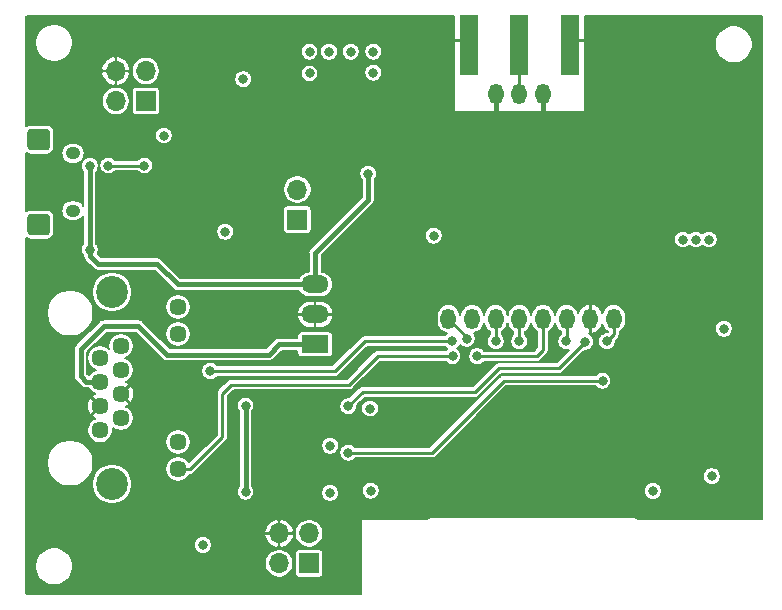
<source format=gbl>
G04 #@! TF.GenerationSoftware,KiCad,Pcbnew,(5.1.9-0-10_14)*
G04 #@! TF.CreationDate,2021-11-18T15:02:34+01:00*
G04 #@! TF.ProjectId,ithowifi_4l,6974686f-7769-4666-995f-346c2e6b6963,rev?*
G04 #@! TF.SameCoordinates,Original*
G04 #@! TF.FileFunction,Copper,L4,Bot*
G04 #@! TF.FilePolarity,Positive*
%FSLAX46Y46*%
G04 Gerber Fmt 4.6, Leading zero omitted, Abs format (unit mm)*
G04 Created by KiCad (PCBNEW (5.1.9-0-10_14)) date 2021-11-18 15:02:34*
%MOMM*%
%LPD*%
G01*
G04 APERTURE LIST*
G04 #@! TA.AperFunction,ComponentPad*
%ADD10O,1.700000X1.700000*%
G04 #@! TD*
G04 #@! TA.AperFunction,ComponentPad*
%ADD11R,1.700000X1.700000*%
G04 #@! TD*
G04 #@! TA.AperFunction,ComponentPad*
%ADD12C,1.500000*%
G04 #@! TD*
G04 #@! TA.AperFunction,ComponentPad*
%ADD13O,1.250000X1.050000*%
G04 #@! TD*
G04 #@! TA.AperFunction,ComponentPad*
%ADD14O,2.300000X1.500000*%
G04 #@! TD*
G04 #@! TA.AperFunction,ComponentPad*
%ADD15R,2.300000X1.500000*%
G04 #@! TD*
G04 #@! TA.AperFunction,ComponentPad*
%ADD16C,1.446000*%
G04 #@! TD*
G04 #@! TA.AperFunction,ComponentPad*
%ADD17C,2.700000*%
G04 #@! TD*
G04 #@! TA.AperFunction,SMDPad,CuDef*
%ADD18O,1.300000X1.750000*%
G04 #@! TD*
G04 #@! TA.AperFunction,SMDPad,CuDef*
%ADD19R,1.500000X5.080000*%
G04 #@! TD*
G04 #@! TA.AperFunction,ViaPad*
%ADD20C,0.800000*%
G04 #@! TD*
G04 #@! TA.AperFunction,Conductor*
%ADD21C,0.406400*%
G04 #@! TD*
G04 #@! TA.AperFunction,Conductor*
%ADD22C,0.254000*%
G04 #@! TD*
G04 #@! TA.AperFunction,Conductor*
%ADD23C,0.250000*%
G04 #@! TD*
G04 #@! TA.AperFunction,Conductor*
%ADD24C,0.203200*%
G04 #@! TD*
G04 #@! TA.AperFunction,Conductor*
%ADD25C,0.100000*%
G04 #@! TD*
G04 APERTURE END LIST*
D10*
X76073000Y-121793000D03*
D11*
X76073000Y-124333000D03*
D12*
X94881700Y-110909100D03*
G04 #@! TA.AperFunction,ComponentPad*
G36*
G01*
X53501200Y-123858000D02*
X54855200Y-123858000D01*
G75*
G02*
X55128200Y-124131000I0J-273000D01*
G01*
X55128200Y-125405000D01*
G75*
G02*
X54855200Y-125678000I-273000J0D01*
G01*
X53501200Y-125678000D01*
G75*
G02*
X53228200Y-125405000I0J273000D01*
G01*
X53228200Y-124131000D01*
G75*
G02*
X53501200Y-123858000I273000J0D01*
G01*
G37*
G04 #@! TD.AperFunction*
D13*
X57078200Y-123593000D03*
X57078200Y-118743000D03*
G04 #@! TA.AperFunction,ComponentPad*
G36*
G01*
X53501200Y-116658000D02*
X54855200Y-116658000D01*
G75*
G02*
X55128200Y-116931000I0J-273000D01*
G01*
X55128200Y-118205000D01*
G75*
G02*
X54855200Y-118478000I-273000J0D01*
G01*
X53501200Y-118478000D01*
G75*
G02*
X53228200Y-118205000I0J273000D01*
G01*
X53228200Y-116931000D01*
G75*
G02*
X53501200Y-116658000I273000J0D01*
G01*
G37*
G04 #@! TD.AperFunction*
D10*
X60706000Y-111760000D03*
X63246000Y-111760000D03*
X60706000Y-114300000D03*
D11*
X63246000Y-114300000D03*
D14*
X77580000Y-129828000D03*
X77580000Y-132368000D03*
D15*
X77580000Y-134908000D03*
D16*
X59372500Y-142176500D03*
X61152500Y-141156500D03*
X59372500Y-140136500D03*
X61152500Y-139116500D03*
X59372500Y-138096500D03*
X61152500Y-137076500D03*
X59372500Y-136056500D03*
X61152500Y-135036500D03*
X65962500Y-145466500D03*
X65962500Y-143176500D03*
X65962500Y-134036500D03*
X65962500Y-131746500D03*
D17*
X60392500Y-130476500D03*
X60392500Y-146736500D03*
D18*
X96872000Y-113739000D03*
X94872000Y-113739000D03*
X92872000Y-113739000D03*
X88872000Y-132739000D03*
X90872000Y-132739000D03*
X92872000Y-132739000D03*
X94872000Y-132739000D03*
X96872000Y-132739000D03*
X98872000Y-132739000D03*
X100872000Y-132739000D03*
X102872000Y-132739000D03*
D10*
X74532000Y-150910000D03*
X77072000Y-150910000D03*
X74532000Y-153450000D03*
D11*
X77072000Y-153450000D03*
D19*
X90631400Y-109548400D03*
X99131400Y-109548400D03*
X94881400Y-109548400D03*
D20*
X95250000Y-139700000D03*
X98806000Y-139700000D03*
X97028000Y-139700000D03*
X98806000Y-142748000D03*
X97028000Y-142748000D03*
X95250000Y-142748000D03*
X95250000Y-141224000D03*
X98806000Y-141224000D03*
X97028000Y-141224000D03*
X89154000Y-148590000D03*
X106172000Y-148590000D03*
X109807000Y-115926500D03*
X110907000Y-115926500D03*
X108707000Y-115926500D03*
X88925000Y-115773000D03*
X90632000Y-115768000D03*
X92332000Y-115768000D03*
X94032000Y-115768000D03*
X95732000Y-115768000D03*
X97432000Y-115768000D03*
X100832000Y-115768000D03*
X99132000Y-115768000D03*
X88932000Y-114068000D03*
X88932000Y-110768000D03*
X88925000Y-112368000D03*
X88925000Y-109168000D03*
X88932000Y-107468000D03*
X100825000Y-112368000D03*
X100832000Y-110768000D03*
X100832000Y-114068000D03*
X100832000Y-107468000D03*
X100825000Y-109168000D03*
X108102400Y-147396200D03*
X77491300Y-120159000D03*
X82077300Y-120462500D03*
X71691500Y-147383500D03*
X71691504Y-140081000D03*
X58510873Y-119790990D03*
X58510873Y-126883727D03*
X106172000Y-147320000D03*
X109807000Y-126026500D03*
X110907000Y-126026500D03*
X108707000Y-126026500D03*
X78850000Y-147481000D03*
X78850000Y-143480506D03*
X77110300Y-111967500D03*
X77110300Y-110126000D03*
X78761300Y-110126000D03*
X80602800Y-110126000D03*
X82507800Y-110126000D03*
X82507800Y-111904000D03*
X112191800Y-133578600D03*
X102281500Y-134654000D03*
X87613000Y-125700498D03*
X82279000Y-147290500D03*
X68072000Y-151892000D03*
X82232500Y-140335000D03*
X111171500Y-146075400D03*
X64770000Y-117221000D03*
X71501000Y-112445800D03*
X69964300Y-125361700D03*
X98852500Y-134654000D03*
X94852000Y-134654000D03*
X91295998Y-135907002D03*
X90424000Y-134429500D03*
X92883500Y-134654000D03*
X100457000Y-134683500D03*
X80391000Y-140144500D03*
X80391000Y-144081500D03*
X101917500Y-137985500D03*
X89217502Y-135890000D03*
X63119000Y-119761000D03*
X60071000Y-119761000D03*
X68707000Y-137160000D03*
X89154000Y-134620000D03*
D21*
X92872000Y-115228000D02*
X92332000Y-115768000D01*
X92872000Y-113739000D02*
X92872000Y-115228000D01*
X96872000Y-115208000D02*
X97432000Y-115768000D01*
X96872000Y-113739000D02*
X96872000Y-115208000D01*
D22*
X90251000Y-109168000D02*
X90631400Y-109548400D01*
X88925000Y-109168000D02*
X90251000Y-109168000D01*
X99511800Y-109168000D02*
X99131400Y-109548400D01*
X100825000Y-109168000D02*
X99511800Y-109168000D01*
D21*
X71691500Y-147383500D02*
X71691500Y-140081004D01*
X71691500Y-140081004D02*
X71691504Y-140081000D01*
X58510873Y-126883727D02*
X58510873Y-119790990D01*
X58510873Y-127395673D02*
X58510873Y-126883727D01*
X64223900Y-128104900D02*
X59220100Y-128104900D01*
X59220100Y-128104900D02*
X58510873Y-127395673D01*
X65947000Y-129828000D02*
X64223900Y-128104900D01*
X77580000Y-129828000D02*
X65947000Y-129828000D01*
X77580000Y-129828000D02*
X77580000Y-127144000D01*
X82077300Y-122646700D02*
X82077300Y-120462500D01*
X77580000Y-127144000D02*
X82077300Y-122646700D01*
D22*
X102872000Y-132739000D02*
X102872000Y-134063500D01*
X102872000Y-134063500D02*
X102281500Y-134654000D01*
X98872000Y-134634500D02*
X98852500Y-134654000D01*
X98872000Y-132739000D02*
X98872000Y-134634500D01*
X94852000Y-132759000D02*
X94872000Y-132739000D01*
X94852000Y-134654000D02*
X94852000Y-132759000D01*
X96872000Y-132739000D02*
X96872000Y-135364500D01*
X96872000Y-135364500D02*
X96329498Y-135907002D01*
X96329498Y-135907002D02*
X91295998Y-135907002D01*
X88862000Y-132749000D02*
X88872000Y-132739000D01*
X90424000Y-134291000D02*
X90424000Y-134429500D01*
X88872000Y-132739000D02*
X90424000Y-134291000D01*
X92883500Y-132750500D02*
X92872000Y-132739000D01*
X92883500Y-134654000D02*
X92883500Y-132750500D01*
X81597500Y-138938000D02*
X80391000Y-140144500D01*
X91122500Y-138938000D02*
X81597500Y-138938000D01*
X93154500Y-136906000D02*
X91122500Y-138938000D01*
X98234500Y-136906000D02*
X93154500Y-136906000D01*
X100457000Y-134683500D02*
X98234500Y-136906000D01*
X93535500Y-137985500D02*
X101917500Y-137985500D01*
X87439500Y-144081500D02*
X93535500Y-137985500D01*
X80391000Y-144081500D02*
X87439500Y-144081500D01*
D21*
X57721500Y-137604500D02*
X58184000Y-138067000D01*
X57721500Y-135318500D02*
X57721500Y-137604500D01*
X65024000Y-135763000D02*
X62611000Y-133350000D01*
X59690000Y-133350000D02*
X57721500Y-135318500D01*
X62611000Y-133350000D02*
X59690000Y-133350000D01*
X73660000Y-135763000D02*
X65024000Y-135763000D01*
X58184000Y-138067000D02*
X59355500Y-138067000D01*
X74515000Y-134908000D02*
X73660000Y-135763000D01*
X77580000Y-134908000D02*
X74515000Y-134908000D01*
D22*
X80454500Y-138303000D02*
X82867500Y-135890000D01*
X65962500Y-145466500D02*
X67004500Y-145466500D01*
X70485000Y-138303000D02*
X80454500Y-138303000D01*
X69723000Y-139065000D02*
X70485000Y-138303000D01*
X69723000Y-142748000D02*
X69723000Y-139065000D01*
X82867500Y-135890000D02*
X89217502Y-135890000D01*
X67004500Y-145466500D02*
X69723000Y-142748000D01*
X63119000Y-119761000D02*
X60071000Y-119761000D01*
D23*
X94872000Y-109557800D02*
X94881400Y-109548400D01*
X94872000Y-113739000D02*
X94872000Y-109557800D01*
D22*
X85598000Y-134620000D02*
X81788000Y-134620000D01*
X81788000Y-134620000D02*
X79248000Y-137160000D01*
X79248000Y-137160000D02*
X68707000Y-137160000D01*
X89154000Y-134620000D02*
X81788000Y-134620000D01*
D24*
X89330400Y-115168000D02*
X89332352Y-115187821D01*
X89338134Y-115206881D01*
X89347523Y-115224446D01*
X89360158Y-115239842D01*
X89375554Y-115252477D01*
X89393119Y-115261866D01*
X89412179Y-115267648D01*
X89432000Y-115269600D01*
X100332000Y-115269600D01*
X100351821Y-115267648D01*
X100370881Y-115261866D01*
X100388446Y-115252477D01*
X100403842Y-115239842D01*
X100416477Y-115224446D01*
X100425866Y-115206881D01*
X100431648Y-115187821D01*
X100433600Y-115168000D01*
X100433600Y-109349862D01*
X111407400Y-109349862D01*
X111407400Y-109666138D01*
X111469102Y-109976336D01*
X111590136Y-110268537D01*
X111765849Y-110531510D01*
X111989490Y-110755151D01*
X112252463Y-110930864D01*
X112544664Y-111051898D01*
X112854862Y-111113600D01*
X113171138Y-111113600D01*
X113481336Y-111051898D01*
X113773537Y-110930864D01*
X114036510Y-110755151D01*
X114260151Y-110531510D01*
X114435864Y-110268537D01*
X114556898Y-109976336D01*
X114618600Y-109666138D01*
X114618600Y-109349862D01*
X114556898Y-109039664D01*
X114435864Y-108747463D01*
X114260151Y-108484490D01*
X114036510Y-108260849D01*
X113773537Y-108085136D01*
X113481336Y-107964102D01*
X113171138Y-107902400D01*
X112854862Y-107902400D01*
X112544664Y-107964102D01*
X112252463Y-108085136D01*
X111989490Y-108260849D01*
X111765849Y-108484490D01*
X111590136Y-108747463D01*
X111469102Y-109039664D01*
X111407400Y-109349862D01*
X100433600Y-109349862D01*
X100433600Y-107073600D01*
X115312168Y-107073600D01*
X115349957Y-107077305D01*
X115367228Y-107082520D01*
X115383166Y-107090994D01*
X115397144Y-107102394D01*
X115408651Y-107116303D01*
X115417232Y-107132173D01*
X115422567Y-107149410D01*
X115426401Y-107185888D01*
X115426400Y-149666400D01*
X104903850Y-149666400D01*
X104858429Y-149629125D01*
X104787967Y-149591462D01*
X104711511Y-149568269D01*
X104651921Y-149562400D01*
X104632000Y-149560438D01*
X104612079Y-149562400D01*
X87351921Y-149562400D01*
X87332000Y-149560438D01*
X87312079Y-149562400D01*
X87252489Y-149568269D01*
X87176033Y-149591462D01*
X87105571Y-149629125D01*
X87060150Y-149666400D01*
X81532000Y-149666400D01*
X81512179Y-149668352D01*
X81493119Y-149674134D01*
X81475554Y-149683523D01*
X81460158Y-149696158D01*
X81447523Y-149711554D01*
X81438134Y-149729119D01*
X81432352Y-149748179D01*
X81430400Y-149768000D01*
X81430400Y-156062400D01*
X53251832Y-156062400D01*
X53214043Y-156058695D01*
X53196772Y-156053480D01*
X53180834Y-156045006D01*
X53166856Y-156033606D01*
X53155348Y-156019695D01*
X53146769Y-156003829D01*
X53141433Y-155986590D01*
X53137600Y-155950122D01*
X53137600Y-153545862D01*
X53876400Y-153545862D01*
X53876400Y-153862138D01*
X53938102Y-154172336D01*
X54059136Y-154464537D01*
X54234849Y-154727510D01*
X54458490Y-154951151D01*
X54721463Y-155126864D01*
X55013664Y-155247898D01*
X55323862Y-155309600D01*
X55640138Y-155309600D01*
X55950336Y-155247898D01*
X56242537Y-155126864D01*
X56505510Y-154951151D01*
X56729151Y-154727510D01*
X56904864Y-154464537D01*
X57025898Y-154172336D01*
X57087600Y-153862138D01*
X57087600Y-153545862D01*
X57044913Y-153331259D01*
X73326400Y-153331259D01*
X73326400Y-153568741D01*
X73372731Y-153801660D01*
X73463611Y-154021066D01*
X73595550Y-154218525D01*
X73763475Y-154386450D01*
X73960934Y-154518389D01*
X74180340Y-154609269D01*
X74413259Y-154655600D01*
X74650741Y-154655600D01*
X74883660Y-154609269D01*
X75103066Y-154518389D01*
X75300525Y-154386450D01*
X75468450Y-154218525D01*
X75600389Y-154021066D01*
X75691269Y-153801660D01*
X75737600Y-153568741D01*
X75737600Y-153331259D01*
X75691269Y-153098340D01*
X75600389Y-152878934D01*
X75468450Y-152681475D01*
X75386975Y-152600000D01*
X75864680Y-152600000D01*
X75864680Y-154300000D01*
X75871546Y-154369710D01*
X75891879Y-154436740D01*
X75924899Y-154498516D01*
X75969337Y-154552663D01*
X76023484Y-154597101D01*
X76085260Y-154630121D01*
X76152290Y-154650454D01*
X76222000Y-154657320D01*
X77922000Y-154657320D01*
X77991710Y-154650454D01*
X78058740Y-154630121D01*
X78120516Y-154597101D01*
X78174663Y-154552663D01*
X78219101Y-154498516D01*
X78252121Y-154436740D01*
X78272454Y-154369710D01*
X78279320Y-154300000D01*
X78279320Y-152600000D01*
X78272454Y-152530290D01*
X78252121Y-152463260D01*
X78219101Y-152401484D01*
X78174663Y-152347337D01*
X78120516Y-152302899D01*
X78058740Y-152269879D01*
X77991710Y-152249546D01*
X77922000Y-152242680D01*
X76222000Y-152242680D01*
X76152290Y-152249546D01*
X76085260Y-152269879D01*
X76023484Y-152302899D01*
X75969337Y-152347337D01*
X75924899Y-152401484D01*
X75891879Y-152463260D01*
X75871546Y-152530290D01*
X75864680Y-152600000D01*
X75386975Y-152600000D01*
X75300525Y-152513550D01*
X75103066Y-152381611D01*
X74883660Y-152290731D01*
X74650741Y-152244400D01*
X74413259Y-152244400D01*
X74180340Y-152290731D01*
X73960934Y-152381611D01*
X73763475Y-152513550D01*
X73595550Y-152681475D01*
X73463611Y-152878934D01*
X73372731Y-153098340D01*
X73326400Y-153331259D01*
X57044913Y-153331259D01*
X57025898Y-153235664D01*
X56904864Y-152943463D01*
X56729151Y-152680490D01*
X56505510Y-152456849D01*
X56242537Y-152281136D01*
X55950336Y-152160102D01*
X55640138Y-152098400D01*
X55323862Y-152098400D01*
X55013664Y-152160102D01*
X54721463Y-152281136D01*
X54458490Y-152456849D01*
X54234849Y-152680490D01*
X54059136Y-152943463D01*
X53938102Y-153235664D01*
X53876400Y-153545862D01*
X53137600Y-153545862D01*
X53137600Y-151817580D01*
X67316400Y-151817580D01*
X67316400Y-151966420D01*
X67345437Y-152112400D01*
X67402396Y-152249911D01*
X67485087Y-152373667D01*
X67590333Y-152478913D01*
X67714089Y-152561604D01*
X67851600Y-152618563D01*
X67997580Y-152647600D01*
X68146420Y-152647600D01*
X68292400Y-152618563D01*
X68429911Y-152561604D01*
X68553667Y-152478913D01*
X68658913Y-152373667D01*
X68741604Y-152249911D01*
X68798563Y-152112400D01*
X68827600Y-151966420D01*
X68827600Y-151817580D01*
X68798563Y-151671600D01*
X68741604Y-151534089D01*
X68658913Y-151410333D01*
X68553667Y-151305087D01*
X68429911Y-151222396D01*
X68292400Y-151165437D01*
X68146420Y-151136400D01*
X67997580Y-151136400D01*
X67851600Y-151165437D01*
X67714089Y-151222396D01*
X67590333Y-151305087D01*
X67485087Y-151410333D01*
X67402396Y-151534089D01*
X67345437Y-151671600D01*
X67316400Y-151817580D01*
X53137600Y-151817580D01*
X53137600Y-151131591D01*
X73295296Y-151131591D01*
X73304634Y-151178544D01*
X73380608Y-151412831D01*
X73500829Y-151627795D01*
X73660677Y-151815174D01*
X73854010Y-151967768D01*
X74073398Y-152079712D01*
X74310409Y-152146705D01*
X74506600Y-152064544D01*
X74506600Y-150935400D01*
X74557400Y-150935400D01*
X74557400Y-152064544D01*
X74753591Y-152146705D01*
X74990602Y-152079712D01*
X75209990Y-151967768D01*
X75403323Y-151815174D01*
X75563171Y-151627795D01*
X75683392Y-151412831D01*
X75759366Y-151178544D01*
X75768704Y-151131591D01*
X75686521Y-150935400D01*
X74557400Y-150935400D01*
X74506600Y-150935400D01*
X73377479Y-150935400D01*
X73295296Y-151131591D01*
X53137600Y-151131591D01*
X53137600Y-150688409D01*
X73295296Y-150688409D01*
X73377479Y-150884600D01*
X74506600Y-150884600D01*
X74506600Y-149755456D01*
X74557400Y-149755456D01*
X74557400Y-150884600D01*
X75686521Y-150884600D01*
X75725620Y-150791259D01*
X75866400Y-150791259D01*
X75866400Y-151028741D01*
X75912731Y-151261660D01*
X76003611Y-151481066D01*
X76135550Y-151678525D01*
X76303475Y-151846450D01*
X76500934Y-151978389D01*
X76720340Y-152069269D01*
X76953259Y-152115600D01*
X77190741Y-152115600D01*
X77423660Y-152069269D01*
X77643066Y-151978389D01*
X77840525Y-151846450D01*
X78008450Y-151678525D01*
X78140389Y-151481066D01*
X78231269Y-151261660D01*
X78277600Y-151028741D01*
X78277600Y-150791259D01*
X78231269Y-150558340D01*
X78140389Y-150338934D01*
X78008450Y-150141475D01*
X77840525Y-149973550D01*
X77643066Y-149841611D01*
X77423660Y-149750731D01*
X77190741Y-149704400D01*
X76953259Y-149704400D01*
X76720340Y-149750731D01*
X76500934Y-149841611D01*
X76303475Y-149973550D01*
X76135550Y-150141475D01*
X76003611Y-150338934D01*
X75912731Y-150558340D01*
X75866400Y-150791259D01*
X75725620Y-150791259D01*
X75768704Y-150688409D01*
X75759366Y-150641456D01*
X75683392Y-150407169D01*
X75563171Y-150192205D01*
X75403323Y-150004826D01*
X75209990Y-149852232D01*
X74990602Y-149740288D01*
X74753591Y-149673295D01*
X74557400Y-149755456D01*
X74506600Y-149755456D01*
X74310409Y-149673295D01*
X74073398Y-149740288D01*
X73854010Y-149852232D01*
X73660677Y-150004826D01*
X73500829Y-150192205D01*
X73380608Y-150407169D01*
X73304634Y-150641456D01*
X73295296Y-150688409D01*
X53137600Y-150688409D01*
X53137600Y-144761428D01*
X54851900Y-144761428D01*
X54851900Y-145151572D01*
X54928014Y-145534220D01*
X55077315Y-145894666D01*
X55294068Y-146219059D01*
X55569941Y-146494932D01*
X55894334Y-146711685D01*
X56254780Y-146860986D01*
X56637428Y-146937100D01*
X57027572Y-146937100D01*
X57410220Y-146860986D01*
X57770666Y-146711685D01*
X57984937Y-146568513D01*
X58686900Y-146568513D01*
X58686900Y-146904487D01*
X58752445Y-147234005D01*
X58881017Y-147544405D01*
X59067674Y-147823757D01*
X59305243Y-148061326D01*
X59584595Y-148247983D01*
X59894995Y-148376555D01*
X60224513Y-148442100D01*
X60560487Y-148442100D01*
X60890005Y-148376555D01*
X61200405Y-148247983D01*
X61479757Y-148061326D01*
X61717326Y-147823757D01*
X61903983Y-147544405D01*
X62001457Y-147309080D01*
X70935900Y-147309080D01*
X70935900Y-147457920D01*
X70964937Y-147603900D01*
X71021896Y-147741411D01*
X71104587Y-147865167D01*
X71209833Y-147970413D01*
X71333589Y-148053104D01*
X71471100Y-148110063D01*
X71617080Y-148139100D01*
X71765920Y-148139100D01*
X71911900Y-148110063D01*
X72049411Y-148053104D01*
X72173167Y-147970413D01*
X72278413Y-147865167D01*
X72361104Y-147741411D01*
X72418063Y-147603900D01*
X72447100Y-147457920D01*
X72447100Y-147406580D01*
X78094400Y-147406580D01*
X78094400Y-147555420D01*
X78123437Y-147701400D01*
X78180396Y-147838911D01*
X78263087Y-147962667D01*
X78368333Y-148067913D01*
X78492089Y-148150604D01*
X78629600Y-148207563D01*
X78775580Y-148236600D01*
X78924420Y-148236600D01*
X79070400Y-148207563D01*
X79207911Y-148150604D01*
X79331667Y-148067913D01*
X79436913Y-147962667D01*
X79519604Y-147838911D01*
X79576563Y-147701400D01*
X79605600Y-147555420D01*
X79605600Y-147406580D01*
X79576563Y-147260600D01*
X79558123Y-147216080D01*
X81523400Y-147216080D01*
X81523400Y-147364920D01*
X81552437Y-147510900D01*
X81609396Y-147648411D01*
X81692087Y-147772167D01*
X81797333Y-147877413D01*
X81921089Y-147960104D01*
X82058600Y-148017063D01*
X82204580Y-148046100D01*
X82353420Y-148046100D01*
X82499400Y-148017063D01*
X82636911Y-147960104D01*
X82760667Y-147877413D01*
X82865913Y-147772167D01*
X82948604Y-147648411D01*
X83005563Y-147510900D01*
X83034600Y-147364920D01*
X83034600Y-147245580D01*
X105416400Y-147245580D01*
X105416400Y-147394420D01*
X105445437Y-147540400D01*
X105502396Y-147677911D01*
X105585087Y-147801667D01*
X105690333Y-147906913D01*
X105814089Y-147989604D01*
X105951600Y-148046563D01*
X106097580Y-148075600D01*
X106246420Y-148075600D01*
X106392400Y-148046563D01*
X106529911Y-147989604D01*
X106653667Y-147906913D01*
X106758913Y-147801667D01*
X106841604Y-147677911D01*
X106898563Y-147540400D01*
X106927600Y-147394420D01*
X106927600Y-147245580D01*
X106898563Y-147099600D01*
X106841604Y-146962089D01*
X106758913Y-146838333D01*
X106653667Y-146733087D01*
X106529911Y-146650396D01*
X106392400Y-146593437D01*
X106246420Y-146564400D01*
X106097580Y-146564400D01*
X105951600Y-146593437D01*
X105814089Y-146650396D01*
X105690333Y-146733087D01*
X105585087Y-146838333D01*
X105502396Y-146962089D01*
X105445437Y-147099600D01*
X105416400Y-147245580D01*
X83034600Y-147245580D01*
X83034600Y-147216080D01*
X83005563Y-147070100D01*
X82948604Y-146932589D01*
X82865913Y-146808833D01*
X82760667Y-146703587D01*
X82636911Y-146620896D01*
X82499400Y-146563937D01*
X82353420Y-146534900D01*
X82204580Y-146534900D01*
X82058600Y-146563937D01*
X81921089Y-146620896D01*
X81797333Y-146703587D01*
X81692087Y-146808833D01*
X81609396Y-146932589D01*
X81552437Y-147070100D01*
X81523400Y-147216080D01*
X79558123Y-147216080D01*
X79519604Y-147123089D01*
X79436913Y-146999333D01*
X79331667Y-146894087D01*
X79207911Y-146811396D01*
X79070400Y-146754437D01*
X78924420Y-146725400D01*
X78775580Y-146725400D01*
X78629600Y-146754437D01*
X78492089Y-146811396D01*
X78368333Y-146894087D01*
X78263087Y-146999333D01*
X78180396Y-147123089D01*
X78123437Y-147260600D01*
X78094400Y-147406580D01*
X72447100Y-147406580D01*
X72447100Y-147309080D01*
X72418063Y-147163100D01*
X72361104Y-147025589D01*
X72278413Y-146901833D01*
X72250300Y-146873720D01*
X72250300Y-146000980D01*
X110415900Y-146000980D01*
X110415900Y-146149820D01*
X110444937Y-146295800D01*
X110501896Y-146433311D01*
X110584587Y-146557067D01*
X110689833Y-146662313D01*
X110813589Y-146745004D01*
X110951100Y-146801963D01*
X111097080Y-146831000D01*
X111245920Y-146831000D01*
X111391900Y-146801963D01*
X111529411Y-146745004D01*
X111653167Y-146662313D01*
X111758413Y-146557067D01*
X111841104Y-146433311D01*
X111898063Y-146295800D01*
X111927100Y-146149820D01*
X111927100Y-146000980D01*
X111898063Y-145855000D01*
X111841104Y-145717489D01*
X111758413Y-145593733D01*
X111653167Y-145488487D01*
X111529411Y-145405796D01*
X111391900Y-145348837D01*
X111245920Y-145319800D01*
X111097080Y-145319800D01*
X110951100Y-145348837D01*
X110813589Y-145405796D01*
X110689833Y-145488487D01*
X110584587Y-145593733D01*
X110501896Y-145717489D01*
X110444937Y-145855000D01*
X110415900Y-146000980D01*
X72250300Y-146000980D01*
X72250300Y-143406086D01*
X78094400Y-143406086D01*
X78094400Y-143554926D01*
X78123437Y-143700906D01*
X78180396Y-143838417D01*
X78263087Y-143962173D01*
X78368333Y-144067419D01*
X78492089Y-144150110D01*
X78629600Y-144207069D01*
X78775580Y-144236106D01*
X78924420Y-144236106D01*
X79070400Y-144207069D01*
X79207911Y-144150110D01*
X79331667Y-144067419D01*
X79392006Y-144007080D01*
X79635400Y-144007080D01*
X79635400Y-144155920D01*
X79664437Y-144301900D01*
X79721396Y-144439411D01*
X79804087Y-144563167D01*
X79909333Y-144668413D01*
X80033089Y-144751104D01*
X80170600Y-144808063D01*
X80316580Y-144837100D01*
X80465420Y-144837100D01*
X80611400Y-144808063D01*
X80748911Y-144751104D01*
X80872667Y-144668413D01*
X80976980Y-144564100D01*
X87415795Y-144564100D01*
X87439500Y-144566435D01*
X87463205Y-144564100D01*
X87463207Y-144564100D01*
X87534106Y-144557117D01*
X87625077Y-144529522D01*
X87708915Y-144484709D01*
X87782401Y-144424401D01*
X87797517Y-144405982D01*
X93735400Y-138468100D01*
X101331520Y-138468100D01*
X101435833Y-138572413D01*
X101559589Y-138655104D01*
X101697100Y-138712063D01*
X101843080Y-138741100D01*
X101991920Y-138741100D01*
X102137900Y-138712063D01*
X102275411Y-138655104D01*
X102399167Y-138572413D01*
X102504413Y-138467167D01*
X102587104Y-138343411D01*
X102644063Y-138205900D01*
X102673100Y-138059920D01*
X102673100Y-137911080D01*
X102644063Y-137765100D01*
X102587104Y-137627589D01*
X102504413Y-137503833D01*
X102399167Y-137398587D01*
X102275411Y-137315896D01*
X102137900Y-137258937D01*
X101991920Y-137229900D01*
X101843080Y-137229900D01*
X101697100Y-137258937D01*
X101559589Y-137315896D01*
X101435833Y-137398587D01*
X101331520Y-137502900D01*
X93559207Y-137502900D01*
X93535500Y-137500565D01*
X93440893Y-137509883D01*
X93414092Y-137518013D01*
X93349923Y-137537478D01*
X93266085Y-137582291D01*
X93192599Y-137642599D01*
X93177488Y-137661012D01*
X87239601Y-143598900D01*
X80976980Y-143598900D01*
X80872667Y-143494587D01*
X80748911Y-143411896D01*
X80611400Y-143354937D01*
X80465420Y-143325900D01*
X80316580Y-143325900D01*
X80170600Y-143354937D01*
X80033089Y-143411896D01*
X79909333Y-143494587D01*
X79804087Y-143599833D01*
X79721396Y-143723589D01*
X79664437Y-143861100D01*
X79635400Y-144007080D01*
X79392006Y-144007080D01*
X79436913Y-143962173D01*
X79519604Y-143838417D01*
X79576563Y-143700906D01*
X79605600Y-143554926D01*
X79605600Y-143406086D01*
X79576563Y-143260106D01*
X79519604Y-143122595D01*
X79436913Y-142998839D01*
X79331667Y-142893593D01*
X79207911Y-142810902D01*
X79070400Y-142753943D01*
X78924420Y-142724906D01*
X78775580Y-142724906D01*
X78629600Y-142753943D01*
X78492089Y-142810902D01*
X78368333Y-142893593D01*
X78263087Y-142998839D01*
X78180396Y-143122595D01*
X78123437Y-143260106D01*
X78094400Y-143406086D01*
X72250300Y-143406086D01*
X72250300Y-140590784D01*
X72278417Y-140562667D01*
X72361108Y-140438911D01*
X72418067Y-140301400D01*
X72447104Y-140155420D01*
X72447104Y-140006580D01*
X72418067Y-139860600D01*
X72361108Y-139723089D01*
X72278417Y-139599333D01*
X72173171Y-139494087D01*
X72049415Y-139411396D01*
X71911904Y-139354437D01*
X71765924Y-139325400D01*
X71617084Y-139325400D01*
X71471104Y-139354437D01*
X71333593Y-139411396D01*
X71209837Y-139494087D01*
X71104591Y-139599333D01*
X71021900Y-139723089D01*
X70964941Y-139860600D01*
X70935904Y-140006580D01*
X70935904Y-140155420D01*
X70964941Y-140301400D01*
X71021900Y-140438911D01*
X71104591Y-140562667D01*
X71132701Y-140590777D01*
X71132700Y-146873720D01*
X71104587Y-146901833D01*
X71021896Y-147025589D01*
X70964937Y-147163100D01*
X70935900Y-147309080D01*
X62001457Y-147309080D01*
X62032555Y-147234005D01*
X62098100Y-146904487D01*
X62098100Y-146568513D01*
X62032555Y-146238995D01*
X61903983Y-145928595D01*
X61717326Y-145649243D01*
X61479757Y-145411674D01*
X61402821Y-145360267D01*
X64883900Y-145360267D01*
X64883900Y-145572733D01*
X64925350Y-145781116D01*
X65006657Y-145977409D01*
X65124697Y-146154067D01*
X65274933Y-146304303D01*
X65451591Y-146422343D01*
X65647884Y-146503650D01*
X65856267Y-146545100D01*
X66068733Y-146545100D01*
X66277116Y-146503650D01*
X66473409Y-146422343D01*
X66650067Y-146304303D01*
X66800303Y-146154067D01*
X66918343Y-145977409D01*
X66930069Y-145949100D01*
X66980795Y-145949100D01*
X67004500Y-145951435D01*
X67028205Y-145949100D01*
X67028207Y-145949100D01*
X67099106Y-145942117D01*
X67190077Y-145914522D01*
X67273915Y-145869709D01*
X67347401Y-145809401D01*
X67362517Y-145790982D01*
X70047488Y-143106012D01*
X70065901Y-143090901D01*
X70126209Y-143017415D01*
X70171022Y-142933577D01*
X70198617Y-142842606D01*
X70205600Y-142771707D01*
X70205600Y-142771706D01*
X70207935Y-142748000D01*
X70205600Y-142724293D01*
X70205600Y-139264899D01*
X70684900Y-138785600D01*
X80430795Y-138785600D01*
X80454500Y-138787935D01*
X80478205Y-138785600D01*
X80478207Y-138785600D01*
X80549106Y-138778617D01*
X80640077Y-138751022D01*
X80723915Y-138706209D01*
X80797401Y-138645901D01*
X80812517Y-138627482D01*
X83067399Y-136372600D01*
X88631522Y-136372600D01*
X88735835Y-136476913D01*
X88859591Y-136559604D01*
X88997102Y-136616563D01*
X89143082Y-136645600D01*
X89291922Y-136645600D01*
X89437902Y-136616563D01*
X89575413Y-136559604D01*
X89699169Y-136476913D01*
X89804415Y-136371667D01*
X89887106Y-136247911D01*
X89944065Y-136110400D01*
X89973102Y-135964420D01*
X89973102Y-135815580D01*
X89944065Y-135669600D01*
X89887106Y-135532089D01*
X89804415Y-135408333D01*
X89699169Y-135303087D01*
X89595451Y-135233785D01*
X89635667Y-135206913D01*
X89740913Y-135101667D01*
X89823604Y-134977911D01*
X89847102Y-134921182D01*
X89942333Y-135016413D01*
X90066089Y-135099104D01*
X90203600Y-135156063D01*
X90349580Y-135185100D01*
X90498420Y-135185100D01*
X90644400Y-135156063D01*
X90781911Y-135099104D01*
X90905667Y-135016413D01*
X91010913Y-134911167D01*
X91093604Y-134787411D01*
X91150563Y-134649900D01*
X91179600Y-134503920D01*
X91179600Y-134355080D01*
X91150563Y-134209100D01*
X91093604Y-134071589D01*
X91019032Y-133959983D01*
X91069132Y-133955049D01*
X91258688Y-133897548D01*
X91433384Y-133804171D01*
X91586507Y-133678507D01*
X91712171Y-133525384D01*
X91805548Y-133350688D01*
X91863049Y-133161131D01*
X91872000Y-133070252D01*
X91880951Y-133161132D01*
X91938452Y-133350688D01*
X92031830Y-133525384D01*
X92157494Y-133678507D01*
X92310617Y-133804171D01*
X92400900Y-133852429D01*
X92400900Y-134068020D01*
X92296587Y-134172333D01*
X92213896Y-134296089D01*
X92156937Y-134433600D01*
X92127900Y-134579580D01*
X92127900Y-134728420D01*
X92156937Y-134874400D01*
X92213896Y-135011911D01*
X92296587Y-135135667D01*
X92401833Y-135240913D01*
X92525589Y-135323604D01*
X92663100Y-135380563D01*
X92809080Y-135409600D01*
X92957920Y-135409600D01*
X93103900Y-135380563D01*
X93241411Y-135323604D01*
X93365167Y-135240913D01*
X93470413Y-135135667D01*
X93553104Y-135011911D01*
X93610063Y-134874400D01*
X93639100Y-134728420D01*
X93639100Y-134579580D01*
X93610063Y-134433600D01*
X93553104Y-134296089D01*
X93470413Y-134172333D01*
X93366100Y-134068020D01*
X93366100Y-133840135D01*
X93433384Y-133804171D01*
X93586507Y-133678507D01*
X93712171Y-133525384D01*
X93805548Y-133350688D01*
X93863049Y-133161131D01*
X93872000Y-133070252D01*
X93880951Y-133161132D01*
X93938452Y-133350688D01*
X94031830Y-133525384D01*
X94157494Y-133678507D01*
X94310617Y-133804171D01*
X94369400Y-133835591D01*
X94369400Y-134068020D01*
X94265087Y-134172333D01*
X94182396Y-134296089D01*
X94125437Y-134433600D01*
X94096400Y-134579580D01*
X94096400Y-134728420D01*
X94125437Y-134874400D01*
X94182396Y-135011911D01*
X94265087Y-135135667D01*
X94370333Y-135240913D01*
X94494089Y-135323604D01*
X94631600Y-135380563D01*
X94777580Y-135409600D01*
X94926420Y-135409600D01*
X95072400Y-135380563D01*
X95209911Y-135323604D01*
X95333667Y-135240913D01*
X95438913Y-135135667D01*
X95521604Y-135011911D01*
X95578563Y-134874400D01*
X95607600Y-134728420D01*
X95607600Y-134579580D01*
X95578563Y-134433600D01*
X95521604Y-134296089D01*
X95438913Y-134172333D01*
X95334600Y-134068020D01*
X95334600Y-133856972D01*
X95433384Y-133804171D01*
X95586507Y-133678507D01*
X95712171Y-133525384D01*
X95805548Y-133350688D01*
X95863049Y-133161131D01*
X95872000Y-133070252D01*
X95880951Y-133161132D01*
X95938452Y-133350688D01*
X96031830Y-133525384D01*
X96157494Y-133678507D01*
X96310617Y-133804171D01*
X96389400Y-133846282D01*
X96389401Y-135164599D01*
X96129599Y-135424402D01*
X91881978Y-135424402D01*
X91777665Y-135320089D01*
X91653909Y-135237398D01*
X91516398Y-135180439D01*
X91370418Y-135151402D01*
X91221578Y-135151402D01*
X91075598Y-135180439D01*
X90938087Y-135237398D01*
X90814331Y-135320089D01*
X90709085Y-135425335D01*
X90626394Y-135549091D01*
X90569435Y-135686602D01*
X90540398Y-135832582D01*
X90540398Y-135981422D01*
X90569435Y-136127402D01*
X90626394Y-136264913D01*
X90709085Y-136388669D01*
X90814331Y-136493915D01*
X90938087Y-136576606D01*
X91075598Y-136633565D01*
X91221578Y-136662602D01*
X91370418Y-136662602D01*
X91516398Y-136633565D01*
X91653909Y-136576606D01*
X91777665Y-136493915D01*
X91881978Y-136389602D01*
X96305793Y-136389602D01*
X96329498Y-136391937D01*
X96353203Y-136389602D01*
X96353205Y-136389602D01*
X96424104Y-136382619D01*
X96515075Y-136355024D01*
X96598913Y-136310211D01*
X96672399Y-136249903D01*
X96687515Y-136231484D01*
X97196487Y-135722513D01*
X97214901Y-135707401D01*
X97275209Y-135633915D01*
X97320022Y-135550077D01*
X97325088Y-135533377D01*
X97347617Y-135459107D01*
X97356935Y-135364500D01*
X97354600Y-135340793D01*
X97354600Y-133846282D01*
X97433384Y-133804171D01*
X97586507Y-133678507D01*
X97712171Y-133525384D01*
X97805548Y-133350688D01*
X97863049Y-133161131D01*
X97872000Y-133070252D01*
X97880951Y-133161132D01*
X97938452Y-133350688D01*
X98031830Y-133525384D01*
X98157494Y-133678507D01*
X98310617Y-133804171D01*
X98389401Y-133846282D01*
X98389401Y-134054680D01*
X98370833Y-134067087D01*
X98265587Y-134172333D01*
X98182896Y-134296089D01*
X98125937Y-134433600D01*
X98096900Y-134579580D01*
X98096900Y-134728420D01*
X98125937Y-134874400D01*
X98182896Y-135011911D01*
X98265587Y-135135667D01*
X98370833Y-135240913D01*
X98494589Y-135323604D01*
X98632100Y-135380563D01*
X98778080Y-135409600D01*
X98926920Y-135409600D01*
X99072900Y-135380563D01*
X99080646Y-135377355D01*
X98034601Y-136423400D01*
X93178207Y-136423400D01*
X93154500Y-136421065D01*
X93059893Y-136430383D01*
X92968923Y-136457978D01*
X92885085Y-136502791D01*
X92811599Y-136563099D01*
X92796488Y-136581512D01*
X90922601Y-138455400D01*
X81621207Y-138455400D01*
X81597500Y-138453065D01*
X81502893Y-138462383D01*
X81477259Y-138470159D01*
X81411923Y-138489978D01*
X81328085Y-138534791D01*
X81254599Y-138595099D01*
X81239488Y-138613512D01*
X80464101Y-139388900D01*
X80316580Y-139388900D01*
X80170600Y-139417937D01*
X80033089Y-139474896D01*
X79909333Y-139557587D01*
X79804087Y-139662833D01*
X79721396Y-139786589D01*
X79664437Y-139924100D01*
X79635400Y-140070080D01*
X79635400Y-140218920D01*
X79664437Y-140364900D01*
X79721396Y-140502411D01*
X79804087Y-140626167D01*
X79909333Y-140731413D01*
X80033089Y-140814104D01*
X80170600Y-140871063D01*
X80316580Y-140900100D01*
X80465420Y-140900100D01*
X80611400Y-140871063D01*
X80748911Y-140814104D01*
X80872667Y-140731413D01*
X80977913Y-140626167D01*
X81060604Y-140502411D01*
X81117563Y-140364900D01*
X81138313Y-140260580D01*
X81476900Y-140260580D01*
X81476900Y-140409420D01*
X81505937Y-140555400D01*
X81562896Y-140692911D01*
X81645587Y-140816667D01*
X81750833Y-140921913D01*
X81874589Y-141004604D01*
X82012100Y-141061563D01*
X82158080Y-141090600D01*
X82306920Y-141090600D01*
X82452900Y-141061563D01*
X82590411Y-141004604D01*
X82714167Y-140921913D01*
X82819413Y-140816667D01*
X82902104Y-140692911D01*
X82959063Y-140555400D01*
X82988100Y-140409420D01*
X82988100Y-140260580D01*
X82959063Y-140114600D01*
X82902104Y-139977089D01*
X82819413Y-139853333D01*
X82714167Y-139748087D01*
X82590411Y-139665396D01*
X82452900Y-139608437D01*
X82306920Y-139579400D01*
X82158080Y-139579400D01*
X82012100Y-139608437D01*
X81874589Y-139665396D01*
X81750833Y-139748087D01*
X81645587Y-139853333D01*
X81562896Y-139977089D01*
X81505937Y-140114600D01*
X81476900Y-140260580D01*
X81138313Y-140260580D01*
X81146600Y-140218920D01*
X81146600Y-140071399D01*
X81797400Y-139420600D01*
X91098795Y-139420600D01*
X91122500Y-139422935D01*
X91146205Y-139420600D01*
X91146207Y-139420600D01*
X91217106Y-139413617D01*
X91308077Y-139386022D01*
X91391915Y-139341209D01*
X91465401Y-139280901D01*
X91480517Y-139262482D01*
X93354400Y-137388600D01*
X98210795Y-137388600D01*
X98234500Y-137390935D01*
X98258205Y-137388600D01*
X98258207Y-137388600D01*
X98329106Y-137381617D01*
X98420077Y-137354022D01*
X98503915Y-137309209D01*
X98577401Y-137248901D01*
X98592517Y-137230482D01*
X100383900Y-135439100D01*
X100531420Y-135439100D01*
X100677400Y-135410063D01*
X100814911Y-135353104D01*
X100938667Y-135270413D01*
X101043913Y-135165167D01*
X101126604Y-135041411D01*
X101183563Y-134903900D01*
X101212600Y-134757920D01*
X101212600Y-134609080D01*
X101183563Y-134463100D01*
X101126604Y-134325589D01*
X101043913Y-134201833D01*
X100938667Y-134096587D01*
X100814911Y-134013896D01*
X100729568Y-133978546D01*
X100846600Y-133918462D01*
X100846600Y-132764400D01*
X100826600Y-132764400D01*
X100826600Y-132713600D01*
X100846600Y-132713600D01*
X100846600Y-131559538D01*
X100897400Y-131559538D01*
X100897400Y-132713600D01*
X100917400Y-132713600D01*
X100917400Y-132764400D01*
X100897400Y-132764400D01*
X100897400Y-133918462D01*
X101062297Y-134003119D01*
X101252800Y-133949706D01*
X101437785Y-133856475D01*
X101601027Y-133728947D01*
X101736253Y-133572023D01*
X101838266Y-133391733D01*
X101896937Y-133213831D01*
X101938452Y-133350688D01*
X102031830Y-133525384D01*
X102157494Y-133678507D01*
X102310617Y-133804171D01*
X102389401Y-133846282D01*
X102389401Y-133863599D01*
X102354600Y-133898400D01*
X102207080Y-133898400D01*
X102061100Y-133927437D01*
X101923589Y-133984396D01*
X101799833Y-134067087D01*
X101694587Y-134172333D01*
X101611896Y-134296089D01*
X101554937Y-134433600D01*
X101525900Y-134579580D01*
X101525900Y-134728420D01*
X101554937Y-134874400D01*
X101611896Y-135011911D01*
X101694587Y-135135667D01*
X101799833Y-135240913D01*
X101923589Y-135323604D01*
X102061100Y-135380563D01*
X102207080Y-135409600D01*
X102355920Y-135409600D01*
X102501900Y-135380563D01*
X102639411Y-135323604D01*
X102763167Y-135240913D01*
X102868413Y-135135667D01*
X102951104Y-135011911D01*
X103008063Y-134874400D01*
X103037100Y-134728420D01*
X103037100Y-134580900D01*
X103196487Y-134421513D01*
X103214901Y-134406401D01*
X103275209Y-134332915D01*
X103320022Y-134249077D01*
X103347617Y-134158106D01*
X103354600Y-134087207D01*
X103354600Y-134087206D01*
X103356935Y-134063501D01*
X103354600Y-134039796D01*
X103354600Y-133846282D01*
X103433384Y-133804171D01*
X103586507Y-133678507D01*
X103712171Y-133525384D01*
X103723504Y-133504180D01*
X111436200Y-133504180D01*
X111436200Y-133653020D01*
X111465237Y-133799000D01*
X111522196Y-133936511D01*
X111604887Y-134060267D01*
X111710133Y-134165513D01*
X111833889Y-134248204D01*
X111971400Y-134305163D01*
X112117380Y-134334200D01*
X112266220Y-134334200D01*
X112412200Y-134305163D01*
X112549711Y-134248204D01*
X112673467Y-134165513D01*
X112778713Y-134060267D01*
X112861404Y-133936511D01*
X112918363Y-133799000D01*
X112947400Y-133653020D01*
X112947400Y-133504180D01*
X112918363Y-133358200D01*
X112861404Y-133220689D01*
X112778713Y-133096933D01*
X112673467Y-132991687D01*
X112549711Y-132908996D01*
X112412200Y-132852037D01*
X112266220Y-132823000D01*
X112117380Y-132823000D01*
X111971400Y-132852037D01*
X111833889Y-132908996D01*
X111710133Y-132991687D01*
X111604887Y-133096933D01*
X111522196Y-133220689D01*
X111465237Y-133358200D01*
X111436200Y-133504180D01*
X103723504Y-133504180D01*
X103805548Y-133350688D01*
X103863049Y-133161131D01*
X103877600Y-133013394D01*
X103877600Y-132464605D01*
X103863049Y-132316868D01*
X103805548Y-132127312D01*
X103712171Y-131952616D01*
X103586507Y-131799493D01*
X103433384Y-131673829D01*
X103258687Y-131580452D01*
X103069131Y-131522951D01*
X102872000Y-131503535D01*
X102674868Y-131522951D01*
X102485312Y-131580452D01*
X102310616Y-131673829D01*
X102157493Y-131799493D01*
X102031829Y-131952616D01*
X101938452Y-132127313D01*
X101896937Y-132264169D01*
X101838266Y-132086267D01*
X101736253Y-131905977D01*
X101601027Y-131749053D01*
X101437785Y-131621525D01*
X101252800Y-131528294D01*
X101062297Y-131474881D01*
X100897400Y-131559538D01*
X100846600Y-131559538D01*
X100681703Y-131474881D01*
X100491200Y-131528294D01*
X100306215Y-131621525D01*
X100142973Y-131749053D01*
X100007747Y-131905977D01*
X99905734Y-132086267D01*
X99847063Y-132264169D01*
X99805548Y-132127312D01*
X99712171Y-131952616D01*
X99586507Y-131799493D01*
X99433384Y-131673829D01*
X99258687Y-131580452D01*
X99069131Y-131522951D01*
X98872000Y-131503535D01*
X98674868Y-131522951D01*
X98485312Y-131580452D01*
X98310616Y-131673829D01*
X98157493Y-131799493D01*
X98031829Y-131952616D01*
X97938452Y-132127313D01*
X97880951Y-132316869D01*
X97872000Y-132407748D01*
X97863049Y-132316868D01*
X97805548Y-132127312D01*
X97712171Y-131952616D01*
X97586507Y-131799493D01*
X97433384Y-131673829D01*
X97258687Y-131580452D01*
X97069131Y-131522951D01*
X96872000Y-131503535D01*
X96674868Y-131522951D01*
X96485312Y-131580452D01*
X96310616Y-131673829D01*
X96157493Y-131799493D01*
X96031829Y-131952616D01*
X95938452Y-132127313D01*
X95880951Y-132316869D01*
X95872000Y-132407748D01*
X95863049Y-132316868D01*
X95805548Y-132127312D01*
X95712171Y-131952616D01*
X95586507Y-131799493D01*
X95433384Y-131673829D01*
X95258687Y-131580452D01*
X95069131Y-131522951D01*
X94872000Y-131503535D01*
X94674868Y-131522951D01*
X94485312Y-131580452D01*
X94310616Y-131673829D01*
X94157493Y-131799493D01*
X94031829Y-131952616D01*
X93938452Y-132127313D01*
X93880951Y-132316869D01*
X93872000Y-132407748D01*
X93863049Y-132316868D01*
X93805548Y-132127312D01*
X93712171Y-131952616D01*
X93586507Y-131799493D01*
X93433384Y-131673829D01*
X93258687Y-131580452D01*
X93069131Y-131522951D01*
X92872000Y-131503535D01*
X92674868Y-131522951D01*
X92485312Y-131580452D01*
X92310616Y-131673829D01*
X92157493Y-131799493D01*
X92031829Y-131952616D01*
X91938452Y-132127313D01*
X91880951Y-132316869D01*
X91872000Y-132407748D01*
X91863049Y-132316868D01*
X91805548Y-132127312D01*
X91712171Y-131952616D01*
X91586507Y-131799493D01*
X91433384Y-131673829D01*
X91258687Y-131580452D01*
X91069131Y-131522951D01*
X90872000Y-131503535D01*
X90674868Y-131522951D01*
X90485312Y-131580452D01*
X90310616Y-131673829D01*
X90157493Y-131799493D01*
X90031829Y-131952616D01*
X89938452Y-132127313D01*
X89880951Y-132316869D01*
X89872000Y-132407748D01*
X89863049Y-132316868D01*
X89805548Y-132127312D01*
X89712171Y-131952616D01*
X89586507Y-131799493D01*
X89433384Y-131673829D01*
X89258687Y-131580452D01*
X89069131Y-131522951D01*
X88872000Y-131503535D01*
X88674868Y-131522951D01*
X88485312Y-131580452D01*
X88310616Y-131673829D01*
X88157493Y-131799493D01*
X88031829Y-131952616D01*
X87938452Y-132127313D01*
X87880951Y-132316869D01*
X87866400Y-132464606D01*
X87866400Y-133013395D01*
X87880951Y-133161132D01*
X87938452Y-133350688D01*
X88031830Y-133525384D01*
X88157494Y-133678507D01*
X88310617Y-133804171D01*
X88485313Y-133897548D01*
X88674869Y-133955049D01*
X88774447Y-133964857D01*
X88672333Y-134033087D01*
X88568020Y-134137400D01*
X81811696Y-134137400D01*
X81787999Y-134135066D01*
X81764302Y-134137400D01*
X81764293Y-134137400D01*
X81693394Y-134144383D01*
X81602423Y-134171978D01*
X81518585Y-134216791D01*
X81445099Y-134277099D01*
X81429983Y-134295518D01*
X79048101Y-136677400D01*
X69292980Y-136677400D01*
X69188667Y-136573087D01*
X69064911Y-136490396D01*
X68927400Y-136433437D01*
X68781420Y-136404400D01*
X68632580Y-136404400D01*
X68486600Y-136433437D01*
X68349089Y-136490396D01*
X68225333Y-136573087D01*
X68120087Y-136678333D01*
X68037396Y-136802089D01*
X67980437Y-136939600D01*
X67951400Y-137085580D01*
X67951400Y-137234420D01*
X67980437Y-137380400D01*
X68037396Y-137517911D01*
X68120087Y-137641667D01*
X68225333Y-137746913D01*
X68349089Y-137829604D01*
X68486600Y-137886563D01*
X68632580Y-137915600D01*
X68781420Y-137915600D01*
X68927400Y-137886563D01*
X69064911Y-137829604D01*
X69188667Y-137746913D01*
X69292980Y-137642600D01*
X79224295Y-137642600D01*
X79248000Y-137644935D01*
X79271705Y-137642600D01*
X79271707Y-137642600D01*
X79342606Y-137635617D01*
X79433577Y-137608022D01*
X79517415Y-137563209D01*
X79590901Y-137502901D01*
X79606017Y-137484482D01*
X81987899Y-135102600D01*
X88568020Y-135102600D01*
X88672333Y-135206913D01*
X88776051Y-135276215D01*
X88735835Y-135303087D01*
X88631522Y-135407400D01*
X82891204Y-135407400D01*
X82867499Y-135405065D01*
X82843794Y-135407400D01*
X82843793Y-135407400D01*
X82772894Y-135414383D01*
X82681923Y-135441978D01*
X82598085Y-135486791D01*
X82524599Y-135547099D01*
X82509483Y-135565518D01*
X80254601Y-137820400D01*
X70508707Y-137820400D01*
X70485000Y-137818065D01*
X70390393Y-137827383D01*
X70308838Y-137852122D01*
X70299423Y-137854978D01*
X70215585Y-137899791D01*
X70142099Y-137960099D01*
X70126987Y-137978513D01*
X69398513Y-138706988D01*
X69380100Y-138722099D01*
X69364989Y-138740512D01*
X69364987Y-138740514D01*
X69319792Y-138795585D01*
X69274978Y-138879424D01*
X69247384Y-138970394D01*
X69238065Y-139065000D01*
X69240401Y-139088715D01*
X69240400Y-142548100D01*
X66884123Y-144904378D01*
X66800303Y-144778933D01*
X66650067Y-144628697D01*
X66473409Y-144510657D01*
X66277116Y-144429350D01*
X66068733Y-144387900D01*
X65856267Y-144387900D01*
X65647884Y-144429350D01*
X65451591Y-144510657D01*
X65274933Y-144628697D01*
X65124697Y-144778933D01*
X65006657Y-144955591D01*
X64925350Y-145151884D01*
X64883900Y-145360267D01*
X61402821Y-145360267D01*
X61200405Y-145225017D01*
X60890005Y-145096445D01*
X60560487Y-145030900D01*
X60224513Y-145030900D01*
X59894995Y-145096445D01*
X59584595Y-145225017D01*
X59305243Y-145411674D01*
X59067674Y-145649243D01*
X58881017Y-145928595D01*
X58752445Y-146238995D01*
X58686900Y-146568513D01*
X57984937Y-146568513D01*
X58095059Y-146494932D01*
X58370932Y-146219059D01*
X58587685Y-145894666D01*
X58736986Y-145534220D01*
X58813100Y-145151572D01*
X58813100Y-144761428D01*
X58736986Y-144378780D01*
X58587685Y-144018334D01*
X58370932Y-143693941D01*
X58095059Y-143418068D01*
X57770666Y-143201315D01*
X57410220Y-143052014D01*
X57027572Y-142975900D01*
X56637428Y-142975900D01*
X56254780Y-143052014D01*
X55894334Y-143201315D01*
X55569941Y-143418068D01*
X55294068Y-143693941D01*
X55077315Y-144018334D01*
X54928014Y-144378780D01*
X54851900Y-144761428D01*
X53137600Y-144761428D01*
X53137600Y-140117337D01*
X58237797Y-140117337D01*
X58255861Y-140339075D01*
X58316837Y-140553028D01*
X58418382Y-140750974D01*
X58439675Y-140782841D01*
X58624131Y-140848948D01*
X59336579Y-140136500D01*
X58624131Y-139424052D01*
X58439675Y-139490159D01*
X58331504Y-139684563D01*
X58263338Y-139896335D01*
X58237797Y-140117337D01*
X53137600Y-140117337D01*
X53137600Y-135318500D01*
X57159997Y-135318500D01*
X57162700Y-135345942D01*
X57162701Y-137577048D01*
X57159997Y-137604500D01*
X57170787Y-137714044D01*
X57202739Y-137819377D01*
X57238651Y-137886563D01*
X57254628Y-137916454D01*
X57324458Y-138001543D01*
X57345776Y-138019038D01*
X57769461Y-138442724D01*
X57786957Y-138464043D01*
X57808274Y-138481537D01*
X57872045Y-138533873D01*
X57969122Y-138585761D01*
X58074455Y-138617714D01*
X58184000Y-138628503D01*
X58211444Y-138625800D01*
X58428946Y-138625800D01*
X58534697Y-138784067D01*
X58684933Y-138934303D01*
X58861591Y-139052343D01*
X58944540Y-139086702D01*
X58758026Y-139182382D01*
X58726159Y-139203675D01*
X58660052Y-139388131D01*
X59372500Y-140100579D01*
X59386643Y-140086437D01*
X59422564Y-140122358D01*
X59408421Y-140136500D01*
X59422564Y-140150643D01*
X59386643Y-140186564D01*
X59372500Y-140172421D01*
X58660052Y-140884869D01*
X58726159Y-141069325D01*
X58920563Y-141177496D01*
X58946014Y-141185688D01*
X58861591Y-141220657D01*
X58684933Y-141338697D01*
X58534697Y-141488933D01*
X58416657Y-141665591D01*
X58335350Y-141861884D01*
X58293900Y-142070267D01*
X58293900Y-142282733D01*
X58335350Y-142491116D01*
X58416657Y-142687409D01*
X58534697Y-142864067D01*
X58684933Y-143014303D01*
X58861591Y-143132343D01*
X59057884Y-143213650D01*
X59266267Y-143255100D01*
X59478733Y-143255100D01*
X59687116Y-143213650D01*
X59883409Y-143132343D01*
X59976311Y-143070267D01*
X64883900Y-143070267D01*
X64883900Y-143282733D01*
X64925350Y-143491116D01*
X65006657Y-143687409D01*
X65124697Y-143864067D01*
X65274933Y-144014303D01*
X65451591Y-144132343D01*
X65647884Y-144213650D01*
X65856267Y-144255100D01*
X66068733Y-144255100D01*
X66277116Y-144213650D01*
X66473409Y-144132343D01*
X66650067Y-144014303D01*
X66800303Y-143864067D01*
X66918343Y-143687409D01*
X66999650Y-143491116D01*
X67041100Y-143282733D01*
X67041100Y-143070267D01*
X66999650Y-142861884D01*
X66918343Y-142665591D01*
X66800303Y-142488933D01*
X66650067Y-142338697D01*
X66473409Y-142220657D01*
X66277116Y-142139350D01*
X66068733Y-142097900D01*
X65856267Y-142097900D01*
X65647884Y-142139350D01*
X65451591Y-142220657D01*
X65274933Y-142338697D01*
X65124697Y-142488933D01*
X65006657Y-142665591D01*
X64925350Y-142861884D01*
X64883900Y-143070267D01*
X59976311Y-143070267D01*
X60060067Y-143014303D01*
X60210303Y-142864067D01*
X60328343Y-142687409D01*
X60409650Y-142491116D01*
X60451100Y-142282733D01*
X60451100Y-142070267D01*
X60428803Y-141958173D01*
X60464933Y-141994303D01*
X60641591Y-142112343D01*
X60837884Y-142193650D01*
X61046267Y-142235100D01*
X61258733Y-142235100D01*
X61467116Y-142193650D01*
X61663409Y-142112343D01*
X61840067Y-141994303D01*
X61990303Y-141844067D01*
X62108343Y-141667409D01*
X62189650Y-141471116D01*
X62231100Y-141262733D01*
X62231100Y-141050267D01*
X62189650Y-140841884D01*
X62108343Y-140645591D01*
X61990303Y-140468933D01*
X61840067Y-140318697D01*
X61663409Y-140200657D01*
X61580460Y-140166298D01*
X61766974Y-140070618D01*
X61798841Y-140049325D01*
X61864948Y-139864869D01*
X61152500Y-139152421D01*
X61138358Y-139166564D01*
X61102437Y-139130643D01*
X61116579Y-139116500D01*
X61188421Y-139116500D01*
X61900869Y-139828948D01*
X62085325Y-139762841D01*
X62193496Y-139568437D01*
X62261662Y-139356665D01*
X62287203Y-139135663D01*
X62269139Y-138913925D01*
X62208163Y-138699972D01*
X62106618Y-138502026D01*
X62085325Y-138470159D01*
X61900869Y-138404052D01*
X61188421Y-139116500D01*
X61116579Y-139116500D01*
X61102437Y-139102358D01*
X61138358Y-139066437D01*
X61152500Y-139080579D01*
X61864948Y-138368131D01*
X61798841Y-138183675D01*
X61604437Y-138075504D01*
X61578986Y-138067312D01*
X61663409Y-138032343D01*
X61840067Y-137914303D01*
X61990303Y-137764067D01*
X62108343Y-137587409D01*
X62189650Y-137391116D01*
X62231100Y-137182733D01*
X62231100Y-136970267D01*
X62189650Y-136761884D01*
X62108343Y-136565591D01*
X61990303Y-136388933D01*
X61840067Y-136238697D01*
X61663409Y-136120657D01*
X61508520Y-136056500D01*
X61663409Y-135992343D01*
X61840067Y-135874303D01*
X61990303Y-135724067D01*
X62108343Y-135547409D01*
X62189650Y-135351116D01*
X62231100Y-135142733D01*
X62231100Y-134930267D01*
X62189650Y-134721884D01*
X62108343Y-134525591D01*
X61990303Y-134348933D01*
X61840067Y-134198697D01*
X61663409Y-134080657D01*
X61467116Y-133999350D01*
X61258733Y-133957900D01*
X61046267Y-133957900D01*
X60837884Y-133999350D01*
X60641591Y-134080657D01*
X60464933Y-134198697D01*
X60314697Y-134348933D01*
X60196657Y-134525591D01*
X60115350Y-134721884D01*
X60073900Y-134930267D01*
X60073900Y-135142733D01*
X60096197Y-135254827D01*
X60060067Y-135218697D01*
X59883409Y-135100657D01*
X59687116Y-135019350D01*
X59478733Y-134977900D01*
X59266267Y-134977900D01*
X59057884Y-135019350D01*
X58861591Y-135100657D01*
X58684933Y-135218697D01*
X58534697Y-135368933D01*
X58416657Y-135545591D01*
X58335350Y-135741884D01*
X58293900Y-135950267D01*
X58293900Y-136162733D01*
X58335350Y-136371116D01*
X58416657Y-136567409D01*
X58534697Y-136744067D01*
X58684933Y-136894303D01*
X58861591Y-137012343D01*
X59016480Y-137076500D01*
X58861591Y-137140657D01*
X58684933Y-137258697D01*
X58534697Y-137408933D01*
X58468368Y-137508200D01*
X58415463Y-137508200D01*
X58280300Y-137373038D01*
X58280300Y-135549962D01*
X59921462Y-133908800D01*
X62379538Y-133908800D01*
X64609457Y-136138719D01*
X64626957Y-136160043D01*
X64712046Y-136229873D01*
X64809122Y-136281761D01*
X64914456Y-136313714D01*
X64996556Y-136321800D01*
X64996557Y-136321800D01*
X65023999Y-136324503D01*
X65051441Y-136321800D01*
X73632558Y-136321800D01*
X73660000Y-136324503D01*
X73687442Y-136321800D01*
X73687444Y-136321800D01*
X73769544Y-136313714D01*
X73874878Y-136281761D01*
X73971954Y-136229873D01*
X74057043Y-136160043D01*
X74074543Y-136138719D01*
X74746463Y-135466800D01*
X76072680Y-135466800D01*
X76072680Y-135658000D01*
X76079546Y-135727710D01*
X76099879Y-135794740D01*
X76132899Y-135856516D01*
X76177337Y-135910663D01*
X76231484Y-135955101D01*
X76293260Y-135988121D01*
X76360290Y-136008454D01*
X76430000Y-136015320D01*
X78730000Y-136015320D01*
X78799710Y-136008454D01*
X78866740Y-135988121D01*
X78928516Y-135955101D01*
X78982663Y-135910663D01*
X79027101Y-135856516D01*
X79060121Y-135794740D01*
X79080454Y-135727710D01*
X79087320Y-135658000D01*
X79087320Y-134158000D01*
X79080454Y-134088290D01*
X79060121Y-134021260D01*
X79027101Y-133959484D01*
X78982663Y-133905337D01*
X78928516Y-133860899D01*
X78866740Y-133827879D01*
X78799710Y-133807546D01*
X78730000Y-133800680D01*
X76430000Y-133800680D01*
X76360290Y-133807546D01*
X76293260Y-133827879D01*
X76231484Y-133860899D01*
X76177337Y-133905337D01*
X76132899Y-133959484D01*
X76099879Y-134021260D01*
X76079546Y-134088290D01*
X76072680Y-134158000D01*
X76072680Y-134349200D01*
X74542444Y-134349200D01*
X74515000Y-134346497D01*
X74405456Y-134357286D01*
X74300122Y-134389239D01*
X74203045Y-134441127D01*
X74171874Y-134466709D01*
X74117957Y-134510957D01*
X74100462Y-134532275D01*
X73428538Y-135204200D01*
X65255462Y-135204200D01*
X63981529Y-133930267D01*
X64883900Y-133930267D01*
X64883900Y-134142733D01*
X64925350Y-134351116D01*
X65006657Y-134547409D01*
X65124697Y-134724067D01*
X65274933Y-134874303D01*
X65451591Y-134992343D01*
X65647884Y-135073650D01*
X65856267Y-135115100D01*
X66068733Y-135115100D01*
X66277116Y-135073650D01*
X66473409Y-134992343D01*
X66650067Y-134874303D01*
X66800303Y-134724067D01*
X66918343Y-134547409D01*
X66999650Y-134351116D01*
X67041100Y-134142733D01*
X67041100Y-133930267D01*
X66999650Y-133721884D01*
X66918343Y-133525591D01*
X66800303Y-133348933D01*
X66650067Y-133198697D01*
X66473409Y-133080657D01*
X66277116Y-132999350D01*
X66068733Y-132957900D01*
X65856267Y-132957900D01*
X65647884Y-132999350D01*
X65451591Y-133080657D01*
X65274933Y-133198697D01*
X65124697Y-133348933D01*
X65006657Y-133525591D01*
X64925350Y-133721884D01*
X64883900Y-133930267D01*
X63981529Y-133930267D01*
X63025543Y-132974281D01*
X63008043Y-132952957D01*
X62922954Y-132883127D01*
X62825878Y-132831239D01*
X62720544Y-132799286D01*
X62638444Y-132791200D01*
X62638442Y-132791200D01*
X62611000Y-132788497D01*
X62583558Y-132791200D01*
X59717441Y-132791200D01*
X59689999Y-132788497D01*
X59662557Y-132791200D01*
X59662556Y-132791200D01*
X59580456Y-132799286D01*
X59475122Y-132831239D01*
X59378046Y-132883127D01*
X59292957Y-132952957D01*
X59275457Y-132974281D01*
X57345781Y-134903957D01*
X57324457Y-134921457D01*
X57254627Y-135006546D01*
X57202739Y-135103623D01*
X57170786Y-135208957D01*
X57163422Y-135283726D01*
X57159997Y-135318500D01*
X53137600Y-135318500D01*
X53137600Y-132061428D01*
X54851900Y-132061428D01*
X54851900Y-132451572D01*
X54928014Y-132834220D01*
X55077315Y-133194666D01*
X55294068Y-133519059D01*
X55569941Y-133794932D01*
X55894334Y-134011685D01*
X56254780Y-134160986D01*
X56637428Y-134237100D01*
X57027572Y-134237100D01*
X57410220Y-134160986D01*
X57770666Y-134011685D01*
X58095059Y-133794932D01*
X58370932Y-133519059D01*
X58587685Y-133194666D01*
X58736986Y-132834220D01*
X58813100Y-132451572D01*
X58813100Y-132061428D01*
X58736986Y-131678780D01*
X58587685Y-131318334D01*
X58370932Y-130993941D01*
X58095059Y-130718068D01*
X57770666Y-130501315D01*
X57410220Y-130352014D01*
X57191528Y-130308513D01*
X58686900Y-130308513D01*
X58686900Y-130644487D01*
X58752445Y-130974005D01*
X58881017Y-131284405D01*
X59067674Y-131563757D01*
X59305243Y-131801326D01*
X59584595Y-131987983D01*
X59894995Y-132116555D01*
X60224513Y-132182100D01*
X60560487Y-132182100D01*
X60890005Y-132116555D01*
X61200405Y-131987983D01*
X61479757Y-131801326D01*
X61640816Y-131640267D01*
X64883900Y-131640267D01*
X64883900Y-131852733D01*
X64925350Y-132061116D01*
X65006657Y-132257409D01*
X65124697Y-132434067D01*
X65274933Y-132584303D01*
X65451591Y-132702343D01*
X65647884Y-132783650D01*
X65856267Y-132825100D01*
X66068733Y-132825100D01*
X66277116Y-132783650D01*
X66473409Y-132702343D01*
X66650067Y-132584303D01*
X66660426Y-132573944D01*
X76042086Y-132573944D01*
X76101906Y-132787069D01*
X76204378Y-132989342D01*
X76344342Y-133167738D01*
X76516420Y-133315400D01*
X76713999Y-133426654D01*
X76929486Y-133497225D01*
X77154600Y-133524400D01*
X77554600Y-133524400D01*
X77554600Y-132393400D01*
X77605400Y-132393400D01*
X77605400Y-133524400D01*
X78005400Y-133524400D01*
X78230514Y-133497225D01*
X78446001Y-133426654D01*
X78643580Y-133315400D01*
X78815658Y-133167738D01*
X78955622Y-132989342D01*
X79058094Y-132787069D01*
X79117914Y-132573944D01*
X79034494Y-132393400D01*
X77605400Y-132393400D01*
X77554600Y-132393400D01*
X76125506Y-132393400D01*
X76042086Y-132573944D01*
X66660426Y-132573944D01*
X66800303Y-132434067D01*
X66918343Y-132257409D01*
X66957839Y-132162056D01*
X76042086Y-132162056D01*
X76125506Y-132342600D01*
X77554600Y-132342600D01*
X77554600Y-131211600D01*
X77605400Y-131211600D01*
X77605400Y-132342600D01*
X79034494Y-132342600D01*
X79117914Y-132162056D01*
X79058094Y-131948931D01*
X78955622Y-131746658D01*
X78815658Y-131568262D01*
X78643580Y-131420600D01*
X78446001Y-131309346D01*
X78230514Y-131238775D01*
X78005400Y-131211600D01*
X77605400Y-131211600D01*
X77554600Y-131211600D01*
X77154600Y-131211600D01*
X76929486Y-131238775D01*
X76713999Y-131309346D01*
X76516420Y-131420600D01*
X76344342Y-131568262D01*
X76204378Y-131746658D01*
X76101906Y-131948931D01*
X76042086Y-132162056D01*
X66957839Y-132162056D01*
X66999650Y-132061116D01*
X67041100Y-131852733D01*
X67041100Y-131640267D01*
X66999650Y-131431884D01*
X66918343Y-131235591D01*
X66800303Y-131058933D01*
X66650067Y-130908697D01*
X66473409Y-130790657D01*
X66277116Y-130709350D01*
X66068733Y-130667900D01*
X65856267Y-130667900D01*
X65647884Y-130709350D01*
X65451591Y-130790657D01*
X65274933Y-130908697D01*
X65124697Y-131058933D01*
X65006657Y-131235591D01*
X64925350Y-131431884D01*
X64883900Y-131640267D01*
X61640816Y-131640267D01*
X61717326Y-131563757D01*
X61903983Y-131284405D01*
X62032555Y-130974005D01*
X62098100Y-130644487D01*
X62098100Y-130308513D01*
X62032555Y-129978995D01*
X61903983Y-129668595D01*
X61717326Y-129389243D01*
X61479757Y-129151674D01*
X61200405Y-128965017D01*
X60890005Y-128836445D01*
X60560487Y-128770900D01*
X60224513Y-128770900D01*
X59894995Y-128836445D01*
X59584595Y-128965017D01*
X59305243Y-129151674D01*
X59067674Y-129389243D01*
X58881017Y-129668595D01*
X58752445Y-129978995D01*
X58686900Y-130308513D01*
X57191528Y-130308513D01*
X57027572Y-130275900D01*
X56637428Y-130275900D01*
X56254780Y-130352014D01*
X55894334Y-130501315D01*
X55569941Y-130718068D01*
X55294068Y-130993941D01*
X55077315Y-131318334D01*
X54928014Y-131678780D01*
X54851900Y-132061428D01*
X53137600Y-132061428D01*
X53137600Y-125918084D01*
X53151013Y-125929092D01*
X53259987Y-125987340D01*
X53378231Y-126023209D01*
X53501200Y-126035320D01*
X54855200Y-126035320D01*
X54978169Y-126023209D01*
X55096413Y-125987340D01*
X55205387Y-125929092D01*
X55300904Y-125850704D01*
X55379292Y-125755187D01*
X55437540Y-125646213D01*
X55473409Y-125527969D01*
X55485520Y-125405000D01*
X55485520Y-124131000D01*
X55473409Y-124008031D01*
X55437540Y-123889787D01*
X55379292Y-123780813D01*
X55300904Y-123685296D01*
X55205387Y-123606908D01*
X55179368Y-123593000D01*
X56093340Y-123593000D01*
X56110342Y-123765628D01*
X56160696Y-123931621D01*
X56242466Y-124084602D01*
X56352509Y-124218691D01*
X56486598Y-124328734D01*
X56639579Y-124410504D01*
X56805572Y-124460858D01*
X56934947Y-124473600D01*
X57221453Y-124473600D01*
X57350828Y-124460858D01*
X57516821Y-124410504D01*
X57669802Y-124328734D01*
X57803891Y-124218691D01*
X57913934Y-124084602D01*
X57952073Y-124013248D01*
X57952073Y-126373947D01*
X57923960Y-126402060D01*
X57841269Y-126525816D01*
X57784310Y-126663327D01*
X57755273Y-126809307D01*
X57755273Y-126958147D01*
X57784310Y-127104127D01*
X57841269Y-127241638D01*
X57923960Y-127365394D01*
X57949807Y-127391241D01*
X57949370Y-127395673D01*
X57952073Y-127423115D01*
X57952073Y-127423116D01*
X57960159Y-127505216D01*
X57992112Y-127610550D01*
X58044000Y-127707627D01*
X58113830Y-127792716D01*
X58135154Y-127810216D01*
X58805557Y-128480619D01*
X58823057Y-128501943D01*
X58908146Y-128571773D01*
X59005222Y-128623661D01*
X59110556Y-128655614D01*
X59192656Y-128663700D01*
X59192657Y-128663700D01*
X59220099Y-128666403D01*
X59247541Y-128663700D01*
X63992438Y-128663700D01*
X65532457Y-130203719D01*
X65549957Y-130225043D01*
X65635046Y-130294873D01*
X65732122Y-130346761D01*
X65837456Y-130378714D01*
X65919556Y-130386800D01*
X65919557Y-130386800D01*
X65946999Y-130389503D01*
X65974441Y-130386800D01*
X76225059Y-130386800D01*
X76256280Y-130445210D01*
X76394440Y-130613560D01*
X76562790Y-130751720D01*
X76754858Y-130854383D01*
X76963265Y-130917602D01*
X77125692Y-130933600D01*
X78034308Y-130933600D01*
X78196735Y-130917602D01*
X78405142Y-130854383D01*
X78597210Y-130751720D01*
X78765560Y-130613560D01*
X78903720Y-130445210D01*
X79006383Y-130253142D01*
X79069602Y-130044735D01*
X79090949Y-129828000D01*
X79069602Y-129611265D01*
X79006383Y-129402858D01*
X78903720Y-129210790D01*
X78765560Y-129042440D01*
X78597210Y-128904280D01*
X78405142Y-128801617D01*
X78196735Y-128738398D01*
X78138800Y-128732692D01*
X78138800Y-127375462D01*
X79888184Y-125626078D01*
X86857400Y-125626078D01*
X86857400Y-125774918D01*
X86886437Y-125920898D01*
X86943396Y-126058409D01*
X87026087Y-126182165D01*
X87131333Y-126287411D01*
X87255089Y-126370102D01*
X87392600Y-126427061D01*
X87538580Y-126456098D01*
X87687420Y-126456098D01*
X87833400Y-126427061D01*
X87970911Y-126370102D01*
X88094667Y-126287411D01*
X88199913Y-126182165D01*
X88282604Y-126058409D01*
X88326646Y-125952080D01*
X107951400Y-125952080D01*
X107951400Y-126100920D01*
X107980437Y-126246900D01*
X108037396Y-126384411D01*
X108120087Y-126508167D01*
X108225333Y-126613413D01*
X108349089Y-126696104D01*
X108486600Y-126753063D01*
X108632580Y-126782100D01*
X108781420Y-126782100D01*
X108927400Y-126753063D01*
X109064911Y-126696104D01*
X109188667Y-126613413D01*
X109257000Y-126545080D01*
X109325333Y-126613413D01*
X109449089Y-126696104D01*
X109586600Y-126753063D01*
X109732580Y-126782100D01*
X109881420Y-126782100D01*
X110027400Y-126753063D01*
X110164911Y-126696104D01*
X110288667Y-126613413D01*
X110357000Y-126545080D01*
X110425333Y-126613413D01*
X110549089Y-126696104D01*
X110686600Y-126753063D01*
X110832580Y-126782100D01*
X110981420Y-126782100D01*
X111127400Y-126753063D01*
X111264911Y-126696104D01*
X111388667Y-126613413D01*
X111493913Y-126508167D01*
X111576604Y-126384411D01*
X111633563Y-126246900D01*
X111662600Y-126100920D01*
X111662600Y-125952080D01*
X111633563Y-125806100D01*
X111576604Y-125668589D01*
X111493913Y-125544833D01*
X111388667Y-125439587D01*
X111264911Y-125356896D01*
X111127400Y-125299937D01*
X110981420Y-125270900D01*
X110832580Y-125270900D01*
X110686600Y-125299937D01*
X110549089Y-125356896D01*
X110425333Y-125439587D01*
X110357000Y-125507920D01*
X110288667Y-125439587D01*
X110164911Y-125356896D01*
X110027400Y-125299937D01*
X109881420Y-125270900D01*
X109732580Y-125270900D01*
X109586600Y-125299937D01*
X109449089Y-125356896D01*
X109325333Y-125439587D01*
X109257000Y-125507920D01*
X109188667Y-125439587D01*
X109064911Y-125356896D01*
X108927400Y-125299937D01*
X108781420Y-125270900D01*
X108632580Y-125270900D01*
X108486600Y-125299937D01*
X108349089Y-125356896D01*
X108225333Y-125439587D01*
X108120087Y-125544833D01*
X108037396Y-125668589D01*
X107980437Y-125806100D01*
X107951400Y-125952080D01*
X88326646Y-125952080D01*
X88339563Y-125920898D01*
X88368600Y-125774918D01*
X88368600Y-125626078D01*
X88339563Y-125480098D01*
X88282604Y-125342587D01*
X88199913Y-125218831D01*
X88094667Y-125113585D01*
X87970911Y-125030894D01*
X87833400Y-124973935D01*
X87687420Y-124944898D01*
X87538580Y-124944898D01*
X87392600Y-124973935D01*
X87255089Y-125030894D01*
X87131333Y-125113585D01*
X87026087Y-125218831D01*
X86943396Y-125342587D01*
X86886437Y-125480098D01*
X86857400Y-125626078D01*
X79888184Y-125626078D01*
X82453025Y-123061238D01*
X82474343Y-123043743D01*
X82511391Y-122998600D01*
X82544173Y-122958655D01*
X82596061Y-122861578D01*
X82628014Y-122756245D01*
X82638803Y-122646700D01*
X82636100Y-122619256D01*
X82636100Y-120972280D01*
X82664213Y-120944167D01*
X82746904Y-120820411D01*
X82803863Y-120682900D01*
X82832900Y-120536920D01*
X82832900Y-120388080D01*
X82803863Y-120242100D01*
X82746904Y-120104589D01*
X82664213Y-119980833D01*
X82558967Y-119875587D01*
X82435211Y-119792896D01*
X82297700Y-119735937D01*
X82151720Y-119706900D01*
X82002880Y-119706900D01*
X81856900Y-119735937D01*
X81719389Y-119792896D01*
X81595633Y-119875587D01*
X81490387Y-119980833D01*
X81407696Y-120104589D01*
X81350737Y-120242100D01*
X81321700Y-120388080D01*
X81321700Y-120536920D01*
X81350737Y-120682900D01*
X81407696Y-120820411D01*
X81490387Y-120944167D01*
X81518501Y-120972281D01*
X81518500Y-122415237D01*
X77204276Y-126729462D01*
X77182958Y-126746957D01*
X77165463Y-126768275D01*
X77113128Y-126832046D01*
X77061239Y-126929123D01*
X77029287Y-127034456D01*
X77018497Y-127144000D01*
X77021201Y-127171452D01*
X77021200Y-128732692D01*
X76963265Y-128738398D01*
X76754858Y-128801617D01*
X76562790Y-128904280D01*
X76394440Y-129042440D01*
X76256280Y-129210790D01*
X76225059Y-129269200D01*
X66178462Y-129269200D01*
X64638443Y-127729181D01*
X64620943Y-127707857D01*
X64535854Y-127638027D01*
X64438778Y-127586139D01*
X64333444Y-127554186D01*
X64251344Y-127546100D01*
X64251342Y-127546100D01*
X64223900Y-127543397D01*
X64196458Y-127546100D01*
X59451562Y-127546100D01*
X59167108Y-127261646D01*
X59180477Y-127241638D01*
X59237436Y-127104127D01*
X59266473Y-126958147D01*
X59266473Y-126809307D01*
X59237436Y-126663327D01*
X59180477Y-126525816D01*
X59097786Y-126402060D01*
X59069673Y-126373947D01*
X59069673Y-125287280D01*
X69208700Y-125287280D01*
X69208700Y-125436120D01*
X69237737Y-125582100D01*
X69294696Y-125719611D01*
X69377387Y-125843367D01*
X69482633Y-125948613D01*
X69606389Y-126031304D01*
X69743900Y-126088263D01*
X69889880Y-126117300D01*
X70038720Y-126117300D01*
X70184700Y-126088263D01*
X70322211Y-126031304D01*
X70445967Y-125948613D01*
X70551213Y-125843367D01*
X70633904Y-125719611D01*
X70690863Y-125582100D01*
X70719900Y-125436120D01*
X70719900Y-125287280D01*
X70690863Y-125141300D01*
X70633904Y-125003789D01*
X70551213Y-124880033D01*
X70445967Y-124774787D01*
X70322211Y-124692096D01*
X70184700Y-124635137D01*
X70038720Y-124606100D01*
X69889880Y-124606100D01*
X69743900Y-124635137D01*
X69606389Y-124692096D01*
X69482633Y-124774787D01*
X69377387Y-124880033D01*
X69294696Y-125003789D01*
X69237737Y-125141300D01*
X69208700Y-125287280D01*
X59069673Y-125287280D01*
X59069673Y-123483000D01*
X74865680Y-123483000D01*
X74865680Y-125183000D01*
X74872546Y-125252710D01*
X74892879Y-125319740D01*
X74925899Y-125381516D01*
X74970337Y-125435663D01*
X75024484Y-125480101D01*
X75086260Y-125513121D01*
X75153290Y-125533454D01*
X75223000Y-125540320D01*
X76923000Y-125540320D01*
X76992710Y-125533454D01*
X77059740Y-125513121D01*
X77121516Y-125480101D01*
X77175663Y-125435663D01*
X77220101Y-125381516D01*
X77253121Y-125319740D01*
X77273454Y-125252710D01*
X77280320Y-125183000D01*
X77280320Y-123483000D01*
X77273454Y-123413290D01*
X77253121Y-123346260D01*
X77220101Y-123284484D01*
X77175663Y-123230337D01*
X77121516Y-123185899D01*
X77059740Y-123152879D01*
X76992710Y-123132546D01*
X76923000Y-123125680D01*
X75223000Y-123125680D01*
X75153290Y-123132546D01*
X75086260Y-123152879D01*
X75024484Y-123185899D01*
X74970337Y-123230337D01*
X74925899Y-123284484D01*
X74892879Y-123346260D01*
X74872546Y-123413290D01*
X74865680Y-123483000D01*
X59069673Y-123483000D01*
X59069673Y-121674259D01*
X74867400Y-121674259D01*
X74867400Y-121911741D01*
X74913731Y-122144660D01*
X75004611Y-122364066D01*
X75136550Y-122561525D01*
X75304475Y-122729450D01*
X75501934Y-122861389D01*
X75721340Y-122952269D01*
X75954259Y-122998600D01*
X76191741Y-122998600D01*
X76424660Y-122952269D01*
X76644066Y-122861389D01*
X76841525Y-122729450D01*
X77009450Y-122561525D01*
X77141389Y-122364066D01*
X77232269Y-122144660D01*
X77278600Y-121911741D01*
X77278600Y-121674259D01*
X77232269Y-121441340D01*
X77141389Y-121221934D01*
X77009450Y-121024475D01*
X76841525Y-120856550D01*
X76644066Y-120724611D01*
X76424660Y-120633731D01*
X76191741Y-120587400D01*
X75954259Y-120587400D01*
X75721340Y-120633731D01*
X75501934Y-120724611D01*
X75304475Y-120856550D01*
X75136550Y-121024475D01*
X75004611Y-121221934D01*
X74913731Y-121441340D01*
X74867400Y-121674259D01*
X59069673Y-121674259D01*
X59069673Y-120300770D01*
X59097786Y-120272657D01*
X59180477Y-120148901D01*
X59237436Y-120011390D01*
X59266473Y-119865410D01*
X59266473Y-119716570D01*
X59260508Y-119686580D01*
X59315400Y-119686580D01*
X59315400Y-119835420D01*
X59344437Y-119981400D01*
X59401396Y-120118911D01*
X59484087Y-120242667D01*
X59589333Y-120347913D01*
X59713089Y-120430604D01*
X59850600Y-120487563D01*
X59996580Y-120516600D01*
X60145420Y-120516600D01*
X60291400Y-120487563D01*
X60428911Y-120430604D01*
X60552667Y-120347913D01*
X60656980Y-120243600D01*
X62533020Y-120243600D01*
X62637333Y-120347913D01*
X62761089Y-120430604D01*
X62898600Y-120487563D01*
X63044580Y-120516600D01*
X63193420Y-120516600D01*
X63339400Y-120487563D01*
X63476911Y-120430604D01*
X63600667Y-120347913D01*
X63705913Y-120242667D01*
X63788604Y-120118911D01*
X63845563Y-119981400D01*
X63874600Y-119835420D01*
X63874600Y-119686580D01*
X63845563Y-119540600D01*
X63788604Y-119403089D01*
X63705913Y-119279333D01*
X63600667Y-119174087D01*
X63476911Y-119091396D01*
X63339400Y-119034437D01*
X63193420Y-119005400D01*
X63044580Y-119005400D01*
X62898600Y-119034437D01*
X62761089Y-119091396D01*
X62637333Y-119174087D01*
X62533020Y-119278400D01*
X60656980Y-119278400D01*
X60552667Y-119174087D01*
X60428911Y-119091396D01*
X60291400Y-119034437D01*
X60145420Y-119005400D01*
X59996580Y-119005400D01*
X59850600Y-119034437D01*
X59713089Y-119091396D01*
X59589333Y-119174087D01*
X59484087Y-119279333D01*
X59401396Y-119403089D01*
X59344437Y-119540600D01*
X59315400Y-119686580D01*
X59260508Y-119686580D01*
X59237436Y-119570590D01*
X59180477Y-119433079D01*
X59097786Y-119309323D01*
X58992540Y-119204077D01*
X58868784Y-119121386D01*
X58731273Y-119064427D01*
X58585293Y-119035390D01*
X58436453Y-119035390D01*
X58290473Y-119064427D01*
X58152962Y-119121386D01*
X58029206Y-119204077D01*
X57923960Y-119309323D01*
X57841269Y-119433079D01*
X57784310Y-119570590D01*
X57755273Y-119716570D01*
X57755273Y-119865410D01*
X57784310Y-120011390D01*
X57841269Y-120148901D01*
X57923960Y-120272657D01*
X57952074Y-120300771D01*
X57952074Y-123172752D01*
X57913934Y-123101398D01*
X57803891Y-122967309D01*
X57669802Y-122857266D01*
X57516821Y-122775496D01*
X57350828Y-122725142D01*
X57221453Y-122712400D01*
X56934947Y-122712400D01*
X56805572Y-122725142D01*
X56639579Y-122775496D01*
X56486598Y-122857266D01*
X56352509Y-122967309D01*
X56242466Y-123101398D01*
X56160696Y-123254379D01*
X56110342Y-123420372D01*
X56093340Y-123593000D01*
X55179368Y-123593000D01*
X55096413Y-123548660D01*
X54978169Y-123512791D01*
X54855200Y-123500680D01*
X53501200Y-123500680D01*
X53378231Y-123512791D01*
X53259987Y-123548660D01*
X53151013Y-123606908D01*
X53137600Y-123617916D01*
X53137600Y-118718084D01*
X53151013Y-118729092D01*
X53259987Y-118787340D01*
X53378231Y-118823209D01*
X53501200Y-118835320D01*
X54855200Y-118835320D01*
X54978169Y-118823209D01*
X55096413Y-118787340D01*
X55179367Y-118743000D01*
X56093340Y-118743000D01*
X56110342Y-118915628D01*
X56160696Y-119081621D01*
X56242466Y-119234602D01*
X56352509Y-119368691D01*
X56486598Y-119478734D01*
X56639579Y-119560504D01*
X56805572Y-119610858D01*
X56934947Y-119623600D01*
X57221453Y-119623600D01*
X57350828Y-119610858D01*
X57516821Y-119560504D01*
X57669802Y-119478734D01*
X57803891Y-119368691D01*
X57913934Y-119234602D01*
X57995704Y-119081621D01*
X58046058Y-118915628D01*
X58063060Y-118743000D01*
X58046058Y-118570372D01*
X57995704Y-118404379D01*
X57913934Y-118251398D01*
X57803891Y-118117309D01*
X57669802Y-118007266D01*
X57516821Y-117925496D01*
X57350828Y-117875142D01*
X57221453Y-117862400D01*
X56934947Y-117862400D01*
X56805572Y-117875142D01*
X56639579Y-117925496D01*
X56486598Y-118007266D01*
X56352509Y-118117309D01*
X56242466Y-118251398D01*
X56160696Y-118404379D01*
X56110342Y-118570372D01*
X56093340Y-118743000D01*
X55179367Y-118743000D01*
X55205387Y-118729092D01*
X55300904Y-118650704D01*
X55379292Y-118555187D01*
X55437540Y-118446213D01*
X55473409Y-118327969D01*
X55485520Y-118205000D01*
X55485520Y-117146580D01*
X64014400Y-117146580D01*
X64014400Y-117295420D01*
X64043437Y-117441400D01*
X64100396Y-117578911D01*
X64183087Y-117702667D01*
X64288333Y-117807913D01*
X64412089Y-117890604D01*
X64549600Y-117947563D01*
X64695580Y-117976600D01*
X64844420Y-117976600D01*
X64990400Y-117947563D01*
X65127911Y-117890604D01*
X65251667Y-117807913D01*
X65356913Y-117702667D01*
X65439604Y-117578911D01*
X65496563Y-117441400D01*
X65525600Y-117295420D01*
X65525600Y-117146580D01*
X65496563Y-117000600D01*
X65439604Y-116863089D01*
X65356913Y-116739333D01*
X65251667Y-116634087D01*
X65127911Y-116551396D01*
X64990400Y-116494437D01*
X64844420Y-116465400D01*
X64695580Y-116465400D01*
X64549600Y-116494437D01*
X64412089Y-116551396D01*
X64288333Y-116634087D01*
X64183087Y-116739333D01*
X64100396Y-116863089D01*
X64043437Y-117000600D01*
X64014400Y-117146580D01*
X55485520Y-117146580D01*
X55485520Y-116931000D01*
X55473409Y-116808031D01*
X55437540Y-116689787D01*
X55379292Y-116580813D01*
X55300904Y-116485296D01*
X55205387Y-116406908D01*
X55096413Y-116348660D01*
X54978169Y-116312791D01*
X54855200Y-116300680D01*
X53501200Y-116300680D01*
X53378231Y-116312791D01*
X53259987Y-116348660D01*
X53151013Y-116406908D01*
X53137600Y-116417916D01*
X53137600Y-114181259D01*
X59500400Y-114181259D01*
X59500400Y-114418741D01*
X59546731Y-114651660D01*
X59637611Y-114871066D01*
X59769550Y-115068525D01*
X59937475Y-115236450D01*
X60134934Y-115368389D01*
X60354340Y-115459269D01*
X60587259Y-115505600D01*
X60824741Y-115505600D01*
X61057660Y-115459269D01*
X61277066Y-115368389D01*
X61474525Y-115236450D01*
X61642450Y-115068525D01*
X61774389Y-114871066D01*
X61865269Y-114651660D01*
X61911600Y-114418741D01*
X61911600Y-114181259D01*
X61865269Y-113948340D01*
X61774389Y-113728934D01*
X61642450Y-113531475D01*
X61560975Y-113450000D01*
X62038680Y-113450000D01*
X62038680Y-115150000D01*
X62045546Y-115219710D01*
X62065879Y-115286740D01*
X62098899Y-115348516D01*
X62143337Y-115402663D01*
X62197484Y-115447101D01*
X62259260Y-115480121D01*
X62326290Y-115500454D01*
X62396000Y-115507320D01*
X64096000Y-115507320D01*
X64165710Y-115500454D01*
X64232740Y-115480121D01*
X64294516Y-115447101D01*
X64348663Y-115402663D01*
X64393101Y-115348516D01*
X64426121Y-115286740D01*
X64446454Y-115219710D01*
X64453320Y-115150000D01*
X64453320Y-113450000D01*
X64446454Y-113380290D01*
X64426121Y-113313260D01*
X64393101Y-113251484D01*
X64348663Y-113197337D01*
X64294516Y-113152899D01*
X64232740Y-113119879D01*
X64165710Y-113099546D01*
X64096000Y-113092680D01*
X62396000Y-113092680D01*
X62326290Y-113099546D01*
X62259260Y-113119879D01*
X62197484Y-113152899D01*
X62143337Y-113197337D01*
X62098899Y-113251484D01*
X62065879Y-113313260D01*
X62045546Y-113380290D01*
X62038680Y-113450000D01*
X61560975Y-113450000D01*
X61474525Y-113363550D01*
X61277066Y-113231611D01*
X61057660Y-113140731D01*
X60824741Y-113094400D01*
X60587259Y-113094400D01*
X60354340Y-113140731D01*
X60134934Y-113231611D01*
X59937475Y-113363550D01*
X59769550Y-113531475D01*
X59637611Y-113728934D01*
X59546731Y-113948340D01*
X59500400Y-114181259D01*
X53137600Y-114181259D01*
X53137600Y-111981591D01*
X59469296Y-111981591D01*
X59478634Y-112028544D01*
X59554608Y-112262831D01*
X59674829Y-112477795D01*
X59834677Y-112665174D01*
X60028010Y-112817768D01*
X60247398Y-112929712D01*
X60484409Y-112996705D01*
X60680600Y-112914544D01*
X60680600Y-111785400D01*
X60731400Y-111785400D01*
X60731400Y-112914544D01*
X60927591Y-112996705D01*
X61164602Y-112929712D01*
X61383990Y-112817768D01*
X61577323Y-112665174D01*
X61737171Y-112477795D01*
X61857392Y-112262831D01*
X61933366Y-112028544D01*
X61942704Y-111981591D01*
X61860521Y-111785400D01*
X60731400Y-111785400D01*
X60680600Y-111785400D01*
X59551479Y-111785400D01*
X59469296Y-111981591D01*
X53137600Y-111981591D01*
X53137600Y-111538409D01*
X59469296Y-111538409D01*
X59551479Y-111734600D01*
X60680600Y-111734600D01*
X60680600Y-110605456D01*
X60731400Y-110605456D01*
X60731400Y-111734600D01*
X61860521Y-111734600D01*
X61899620Y-111641259D01*
X62040400Y-111641259D01*
X62040400Y-111878741D01*
X62086731Y-112111660D01*
X62177611Y-112331066D01*
X62309550Y-112528525D01*
X62477475Y-112696450D01*
X62674934Y-112828389D01*
X62894340Y-112919269D01*
X63127259Y-112965600D01*
X63364741Y-112965600D01*
X63597660Y-112919269D01*
X63817066Y-112828389D01*
X64014525Y-112696450D01*
X64182450Y-112528525D01*
X64287451Y-112371380D01*
X70745400Y-112371380D01*
X70745400Y-112520220D01*
X70774437Y-112666200D01*
X70831396Y-112803711D01*
X70914087Y-112927467D01*
X71019333Y-113032713D01*
X71143089Y-113115404D01*
X71280600Y-113172363D01*
X71426580Y-113201400D01*
X71575420Y-113201400D01*
X71721400Y-113172363D01*
X71858911Y-113115404D01*
X71982667Y-113032713D01*
X72087913Y-112927467D01*
X72170604Y-112803711D01*
X72227563Y-112666200D01*
X72256600Y-112520220D01*
X72256600Y-112371380D01*
X72227563Y-112225400D01*
X72170604Y-112087889D01*
X72087913Y-111964133D01*
X72016860Y-111893080D01*
X76354700Y-111893080D01*
X76354700Y-112041920D01*
X76383737Y-112187900D01*
X76440696Y-112325411D01*
X76523387Y-112449167D01*
X76628633Y-112554413D01*
X76752389Y-112637104D01*
X76889900Y-112694063D01*
X77035880Y-112723100D01*
X77184720Y-112723100D01*
X77330700Y-112694063D01*
X77468211Y-112637104D01*
X77591967Y-112554413D01*
X77697213Y-112449167D01*
X77779904Y-112325411D01*
X77836863Y-112187900D01*
X77865900Y-112041920D01*
X77865900Y-111893080D01*
X77853270Y-111829580D01*
X81752200Y-111829580D01*
X81752200Y-111978420D01*
X81781237Y-112124400D01*
X81838196Y-112261911D01*
X81920887Y-112385667D01*
X82026133Y-112490913D01*
X82149889Y-112573604D01*
X82287400Y-112630563D01*
X82433380Y-112659600D01*
X82582220Y-112659600D01*
X82728200Y-112630563D01*
X82865711Y-112573604D01*
X82989467Y-112490913D01*
X83094713Y-112385667D01*
X83177404Y-112261911D01*
X83234363Y-112124400D01*
X83263400Y-111978420D01*
X83263400Y-111829580D01*
X83234363Y-111683600D01*
X83177404Y-111546089D01*
X83094713Y-111422333D01*
X82989467Y-111317087D01*
X82865711Y-111234396D01*
X82728200Y-111177437D01*
X82582220Y-111148400D01*
X82433380Y-111148400D01*
X82287400Y-111177437D01*
X82149889Y-111234396D01*
X82026133Y-111317087D01*
X81920887Y-111422333D01*
X81838196Y-111546089D01*
X81781237Y-111683600D01*
X81752200Y-111829580D01*
X77853270Y-111829580D01*
X77836863Y-111747100D01*
X77779904Y-111609589D01*
X77697213Y-111485833D01*
X77591967Y-111380587D01*
X77468211Y-111297896D01*
X77330700Y-111240937D01*
X77184720Y-111211900D01*
X77035880Y-111211900D01*
X76889900Y-111240937D01*
X76752389Y-111297896D01*
X76628633Y-111380587D01*
X76523387Y-111485833D01*
X76440696Y-111609589D01*
X76383737Y-111747100D01*
X76354700Y-111893080D01*
X72016860Y-111893080D01*
X71982667Y-111858887D01*
X71858911Y-111776196D01*
X71721400Y-111719237D01*
X71575420Y-111690200D01*
X71426580Y-111690200D01*
X71280600Y-111719237D01*
X71143089Y-111776196D01*
X71019333Y-111858887D01*
X70914087Y-111964133D01*
X70831396Y-112087889D01*
X70774437Y-112225400D01*
X70745400Y-112371380D01*
X64287451Y-112371380D01*
X64314389Y-112331066D01*
X64405269Y-112111660D01*
X64451600Y-111878741D01*
X64451600Y-111641259D01*
X64405269Y-111408340D01*
X64314389Y-111188934D01*
X64182450Y-110991475D01*
X64014525Y-110823550D01*
X63817066Y-110691611D01*
X63597660Y-110600731D01*
X63364741Y-110554400D01*
X63127259Y-110554400D01*
X62894340Y-110600731D01*
X62674934Y-110691611D01*
X62477475Y-110823550D01*
X62309550Y-110991475D01*
X62177611Y-111188934D01*
X62086731Y-111408340D01*
X62040400Y-111641259D01*
X61899620Y-111641259D01*
X61942704Y-111538409D01*
X61933366Y-111491456D01*
X61857392Y-111257169D01*
X61737171Y-111042205D01*
X61577323Y-110854826D01*
X61383990Y-110702232D01*
X61164602Y-110590288D01*
X60927591Y-110523295D01*
X60731400Y-110605456D01*
X60680600Y-110605456D01*
X60484409Y-110523295D01*
X60247398Y-110590288D01*
X60028010Y-110702232D01*
X59834677Y-110854826D01*
X59674829Y-111042205D01*
X59554608Y-111257169D01*
X59478634Y-111491456D01*
X59469296Y-111538409D01*
X53137600Y-111538409D01*
X53137600Y-109222862D01*
X53876400Y-109222862D01*
X53876400Y-109539138D01*
X53938102Y-109849336D01*
X54059136Y-110141537D01*
X54234849Y-110404510D01*
X54458490Y-110628151D01*
X54721463Y-110803864D01*
X55013664Y-110924898D01*
X55323862Y-110986600D01*
X55640138Y-110986600D01*
X55950336Y-110924898D01*
X56242537Y-110803864D01*
X56505510Y-110628151D01*
X56729151Y-110404510D01*
X56904864Y-110141537D01*
X56942125Y-110051580D01*
X76354700Y-110051580D01*
X76354700Y-110200420D01*
X76383737Y-110346400D01*
X76440696Y-110483911D01*
X76523387Y-110607667D01*
X76628633Y-110712913D01*
X76752389Y-110795604D01*
X76889900Y-110852563D01*
X77035880Y-110881600D01*
X77184720Y-110881600D01*
X77330700Y-110852563D01*
X77468211Y-110795604D01*
X77591967Y-110712913D01*
X77697213Y-110607667D01*
X77779904Y-110483911D01*
X77836863Y-110346400D01*
X77865900Y-110200420D01*
X77865900Y-110051580D01*
X78005700Y-110051580D01*
X78005700Y-110200420D01*
X78034737Y-110346400D01*
X78091696Y-110483911D01*
X78174387Y-110607667D01*
X78279633Y-110712913D01*
X78403389Y-110795604D01*
X78540900Y-110852563D01*
X78686880Y-110881600D01*
X78835720Y-110881600D01*
X78981700Y-110852563D01*
X79119211Y-110795604D01*
X79242967Y-110712913D01*
X79348213Y-110607667D01*
X79430904Y-110483911D01*
X79487863Y-110346400D01*
X79516900Y-110200420D01*
X79516900Y-110051580D01*
X79847200Y-110051580D01*
X79847200Y-110200420D01*
X79876237Y-110346400D01*
X79933196Y-110483911D01*
X80015887Y-110607667D01*
X80121133Y-110712913D01*
X80244889Y-110795604D01*
X80382400Y-110852563D01*
X80528380Y-110881600D01*
X80677220Y-110881600D01*
X80823200Y-110852563D01*
X80960711Y-110795604D01*
X81084467Y-110712913D01*
X81189713Y-110607667D01*
X81272404Y-110483911D01*
X81329363Y-110346400D01*
X81358400Y-110200420D01*
X81358400Y-110051580D01*
X81752200Y-110051580D01*
X81752200Y-110200420D01*
X81781237Y-110346400D01*
X81838196Y-110483911D01*
X81920887Y-110607667D01*
X82026133Y-110712913D01*
X82149889Y-110795604D01*
X82287400Y-110852563D01*
X82433380Y-110881600D01*
X82582220Y-110881600D01*
X82728200Y-110852563D01*
X82865711Y-110795604D01*
X82989467Y-110712913D01*
X83094713Y-110607667D01*
X83177404Y-110483911D01*
X83234363Y-110346400D01*
X83263400Y-110200420D01*
X83263400Y-110051580D01*
X83234363Y-109905600D01*
X83177404Y-109768089D01*
X83094713Y-109644333D01*
X82989467Y-109539087D01*
X82865711Y-109456396D01*
X82728200Y-109399437D01*
X82582220Y-109370400D01*
X82433380Y-109370400D01*
X82287400Y-109399437D01*
X82149889Y-109456396D01*
X82026133Y-109539087D01*
X81920887Y-109644333D01*
X81838196Y-109768089D01*
X81781237Y-109905600D01*
X81752200Y-110051580D01*
X81358400Y-110051580D01*
X81329363Y-109905600D01*
X81272404Y-109768089D01*
X81189713Y-109644333D01*
X81084467Y-109539087D01*
X80960711Y-109456396D01*
X80823200Y-109399437D01*
X80677220Y-109370400D01*
X80528380Y-109370400D01*
X80382400Y-109399437D01*
X80244889Y-109456396D01*
X80121133Y-109539087D01*
X80015887Y-109644333D01*
X79933196Y-109768089D01*
X79876237Y-109905600D01*
X79847200Y-110051580D01*
X79516900Y-110051580D01*
X79487863Y-109905600D01*
X79430904Y-109768089D01*
X79348213Y-109644333D01*
X79242967Y-109539087D01*
X79119211Y-109456396D01*
X78981700Y-109399437D01*
X78835720Y-109370400D01*
X78686880Y-109370400D01*
X78540900Y-109399437D01*
X78403389Y-109456396D01*
X78279633Y-109539087D01*
X78174387Y-109644333D01*
X78091696Y-109768089D01*
X78034737Y-109905600D01*
X78005700Y-110051580D01*
X77865900Y-110051580D01*
X77836863Y-109905600D01*
X77779904Y-109768089D01*
X77697213Y-109644333D01*
X77591967Y-109539087D01*
X77468211Y-109456396D01*
X77330700Y-109399437D01*
X77184720Y-109370400D01*
X77035880Y-109370400D01*
X76889900Y-109399437D01*
X76752389Y-109456396D01*
X76628633Y-109539087D01*
X76523387Y-109644333D01*
X76440696Y-109768089D01*
X76383737Y-109905600D01*
X76354700Y-110051580D01*
X56942125Y-110051580D01*
X57025898Y-109849336D01*
X57087600Y-109539138D01*
X57087600Y-109222862D01*
X57025898Y-108912664D01*
X56904864Y-108620463D01*
X56729151Y-108357490D01*
X56505510Y-108133849D01*
X56242537Y-107958136D01*
X55950336Y-107837102D01*
X55640138Y-107775400D01*
X55323862Y-107775400D01*
X55013664Y-107837102D01*
X54721463Y-107958136D01*
X54458490Y-108133849D01*
X54234849Y-108357490D01*
X54059136Y-108620463D01*
X53938102Y-108912664D01*
X53876400Y-109222862D01*
X53137600Y-109222862D01*
X53137600Y-107187832D01*
X53141305Y-107150043D01*
X53146520Y-107132772D01*
X53154994Y-107116834D01*
X53166394Y-107102856D01*
X53180303Y-107091349D01*
X53196173Y-107082768D01*
X53213410Y-107077433D01*
X53249879Y-107073600D01*
X89330400Y-107073600D01*
X89330400Y-115168000D01*
G04 #@! TA.AperFunction,Conductor*
D25*
G36*
X89330400Y-115168000D02*
G01*
X89332352Y-115187821D01*
X89338134Y-115206881D01*
X89347523Y-115224446D01*
X89360158Y-115239842D01*
X89375554Y-115252477D01*
X89393119Y-115261866D01*
X89412179Y-115267648D01*
X89432000Y-115269600D01*
X100332000Y-115269600D01*
X100351821Y-115267648D01*
X100370881Y-115261866D01*
X100388446Y-115252477D01*
X100403842Y-115239842D01*
X100416477Y-115224446D01*
X100425866Y-115206881D01*
X100431648Y-115187821D01*
X100433600Y-115168000D01*
X100433600Y-109349862D01*
X111407400Y-109349862D01*
X111407400Y-109666138D01*
X111469102Y-109976336D01*
X111590136Y-110268537D01*
X111765849Y-110531510D01*
X111989490Y-110755151D01*
X112252463Y-110930864D01*
X112544664Y-111051898D01*
X112854862Y-111113600D01*
X113171138Y-111113600D01*
X113481336Y-111051898D01*
X113773537Y-110930864D01*
X114036510Y-110755151D01*
X114260151Y-110531510D01*
X114435864Y-110268537D01*
X114556898Y-109976336D01*
X114618600Y-109666138D01*
X114618600Y-109349862D01*
X114556898Y-109039664D01*
X114435864Y-108747463D01*
X114260151Y-108484490D01*
X114036510Y-108260849D01*
X113773537Y-108085136D01*
X113481336Y-107964102D01*
X113171138Y-107902400D01*
X112854862Y-107902400D01*
X112544664Y-107964102D01*
X112252463Y-108085136D01*
X111989490Y-108260849D01*
X111765849Y-108484490D01*
X111590136Y-108747463D01*
X111469102Y-109039664D01*
X111407400Y-109349862D01*
X100433600Y-109349862D01*
X100433600Y-107073600D01*
X115312168Y-107073600D01*
X115349957Y-107077305D01*
X115367228Y-107082520D01*
X115383166Y-107090994D01*
X115397144Y-107102394D01*
X115408651Y-107116303D01*
X115417232Y-107132173D01*
X115422567Y-107149410D01*
X115426401Y-107185888D01*
X115426400Y-149666400D01*
X104903850Y-149666400D01*
X104858429Y-149629125D01*
X104787967Y-149591462D01*
X104711511Y-149568269D01*
X104651921Y-149562400D01*
X104632000Y-149560438D01*
X104612079Y-149562400D01*
X87351921Y-149562400D01*
X87332000Y-149560438D01*
X87312079Y-149562400D01*
X87252489Y-149568269D01*
X87176033Y-149591462D01*
X87105571Y-149629125D01*
X87060150Y-149666400D01*
X81532000Y-149666400D01*
X81512179Y-149668352D01*
X81493119Y-149674134D01*
X81475554Y-149683523D01*
X81460158Y-149696158D01*
X81447523Y-149711554D01*
X81438134Y-149729119D01*
X81432352Y-149748179D01*
X81430400Y-149768000D01*
X81430400Y-156062400D01*
X53251832Y-156062400D01*
X53214043Y-156058695D01*
X53196772Y-156053480D01*
X53180834Y-156045006D01*
X53166856Y-156033606D01*
X53155348Y-156019695D01*
X53146769Y-156003829D01*
X53141433Y-155986590D01*
X53137600Y-155950122D01*
X53137600Y-153545862D01*
X53876400Y-153545862D01*
X53876400Y-153862138D01*
X53938102Y-154172336D01*
X54059136Y-154464537D01*
X54234849Y-154727510D01*
X54458490Y-154951151D01*
X54721463Y-155126864D01*
X55013664Y-155247898D01*
X55323862Y-155309600D01*
X55640138Y-155309600D01*
X55950336Y-155247898D01*
X56242537Y-155126864D01*
X56505510Y-154951151D01*
X56729151Y-154727510D01*
X56904864Y-154464537D01*
X57025898Y-154172336D01*
X57087600Y-153862138D01*
X57087600Y-153545862D01*
X57044913Y-153331259D01*
X73326400Y-153331259D01*
X73326400Y-153568741D01*
X73372731Y-153801660D01*
X73463611Y-154021066D01*
X73595550Y-154218525D01*
X73763475Y-154386450D01*
X73960934Y-154518389D01*
X74180340Y-154609269D01*
X74413259Y-154655600D01*
X74650741Y-154655600D01*
X74883660Y-154609269D01*
X75103066Y-154518389D01*
X75300525Y-154386450D01*
X75468450Y-154218525D01*
X75600389Y-154021066D01*
X75691269Y-153801660D01*
X75737600Y-153568741D01*
X75737600Y-153331259D01*
X75691269Y-153098340D01*
X75600389Y-152878934D01*
X75468450Y-152681475D01*
X75386975Y-152600000D01*
X75864680Y-152600000D01*
X75864680Y-154300000D01*
X75871546Y-154369710D01*
X75891879Y-154436740D01*
X75924899Y-154498516D01*
X75969337Y-154552663D01*
X76023484Y-154597101D01*
X76085260Y-154630121D01*
X76152290Y-154650454D01*
X76222000Y-154657320D01*
X77922000Y-154657320D01*
X77991710Y-154650454D01*
X78058740Y-154630121D01*
X78120516Y-154597101D01*
X78174663Y-154552663D01*
X78219101Y-154498516D01*
X78252121Y-154436740D01*
X78272454Y-154369710D01*
X78279320Y-154300000D01*
X78279320Y-152600000D01*
X78272454Y-152530290D01*
X78252121Y-152463260D01*
X78219101Y-152401484D01*
X78174663Y-152347337D01*
X78120516Y-152302899D01*
X78058740Y-152269879D01*
X77991710Y-152249546D01*
X77922000Y-152242680D01*
X76222000Y-152242680D01*
X76152290Y-152249546D01*
X76085260Y-152269879D01*
X76023484Y-152302899D01*
X75969337Y-152347337D01*
X75924899Y-152401484D01*
X75891879Y-152463260D01*
X75871546Y-152530290D01*
X75864680Y-152600000D01*
X75386975Y-152600000D01*
X75300525Y-152513550D01*
X75103066Y-152381611D01*
X74883660Y-152290731D01*
X74650741Y-152244400D01*
X74413259Y-152244400D01*
X74180340Y-152290731D01*
X73960934Y-152381611D01*
X73763475Y-152513550D01*
X73595550Y-152681475D01*
X73463611Y-152878934D01*
X73372731Y-153098340D01*
X73326400Y-153331259D01*
X57044913Y-153331259D01*
X57025898Y-153235664D01*
X56904864Y-152943463D01*
X56729151Y-152680490D01*
X56505510Y-152456849D01*
X56242537Y-152281136D01*
X55950336Y-152160102D01*
X55640138Y-152098400D01*
X55323862Y-152098400D01*
X55013664Y-152160102D01*
X54721463Y-152281136D01*
X54458490Y-152456849D01*
X54234849Y-152680490D01*
X54059136Y-152943463D01*
X53938102Y-153235664D01*
X53876400Y-153545862D01*
X53137600Y-153545862D01*
X53137600Y-151817580D01*
X67316400Y-151817580D01*
X67316400Y-151966420D01*
X67345437Y-152112400D01*
X67402396Y-152249911D01*
X67485087Y-152373667D01*
X67590333Y-152478913D01*
X67714089Y-152561604D01*
X67851600Y-152618563D01*
X67997580Y-152647600D01*
X68146420Y-152647600D01*
X68292400Y-152618563D01*
X68429911Y-152561604D01*
X68553667Y-152478913D01*
X68658913Y-152373667D01*
X68741604Y-152249911D01*
X68798563Y-152112400D01*
X68827600Y-151966420D01*
X68827600Y-151817580D01*
X68798563Y-151671600D01*
X68741604Y-151534089D01*
X68658913Y-151410333D01*
X68553667Y-151305087D01*
X68429911Y-151222396D01*
X68292400Y-151165437D01*
X68146420Y-151136400D01*
X67997580Y-151136400D01*
X67851600Y-151165437D01*
X67714089Y-151222396D01*
X67590333Y-151305087D01*
X67485087Y-151410333D01*
X67402396Y-151534089D01*
X67345437Y-151671600D01*
X67316400Y-151817580D01*
X53137600Y-151817580D01*
X53137600Y-151131591D01*
X73295296Y-151131591D01*
X73304634Y-151178544D01*
X73380608Y-151412831D01*
X73500829Y-151627795D01*
X73660677Y-151815174D01*
X73854010Y-151967768D01*
X74073398Y-152079712D01*
X74310409Y-152146705D01*
X74506600Y-152064544D01*
X74506600Y-150935400D01*
X74557400Y-150935400D01*
X74557400Y-152064544D01*
X74753591Y-152146705D01*
X74990602Y-152079712D01*
X75209990Y-151967768D01*
X75403323Y-151815174D01*
X75563171Y-151627795D01*
X75683392Y-151412831D01*
X75759366Y-151178544D01*
X75768704Y-151131591D01*
X75686521Y-150935400D01*
X74557400Y-150935400D01*
X74506600Y-150935400D01*
X73377479Y-150935400D01*
X73295296Y-151131591D01*
X53137600Y-151131591D01*
X53137600Y-150688409D01*
X73295296Y-150688409D01*
X73377479Y-150884600D01*
X74506600Y-150884600D01*
X74506600Y-149755456D01*
X74557400Y-149755456D01*
X74557400Y-150884600D01*
X75686521Y-150884600D01*
X75725620Y-150791259D01*
X75866400Y-150791259D01*
X75866400Y-151028741D01*
X75912731Y-151261660D01*
X76003611Y-151481066D01*
X76135550Y-151678525D01*
X76303475Y-151846450D01*
X76500934Y-151978389D01*
X76720340Y-152069269D01*
X76953259Y-152115600D01*
X77190741Y-152115600D01*
X77423660Y-152069269D01*
X77643066Y-151978389D01*
X77840525Y-151846450D01*
X78008450Y-151678525D01*
X78140389Y-151481066D01*
X78231269Y-151261660D01*
X78277600Y-151028741D01*
X78277600Y-150791259D01*
X78231269Y-150558340D01*
X78140389Y-150338934D01*
X78008450Y-150141475D01*
X77840525Y-149973550D01*
X77643066Y-149841611D01*
X77423660Y-149750731D01*
X77190741Y-149704400D01*
X76953259Y-149704400D01*
X76720340Y-149750731D01*
X76500934Y-149841611D01*
X76303475Y-149973550D01*
X76135550Y-150141475D01*
X76003611Y-150338934D01*
X75912731Y-150558340D01*
X75866400Y-150791259D01*
X75725620Y-150791259D01*
X75768704Y-150688409D01*
X75759366Y-150641456D01*
X75683392Y-150407169D01*
X75563171Y-150192205D01*
X75403323Y-150004826D01*
X75209990Y-149852232D01*
X74990602Y-149740288D01*
X74753591Y-149673295D01*
X74557400Y-149755456D01*
X74506600Y-149755456D01*
X74310409Y-149673295D01*
X74073398Y-149740288D01*
X73854010Y-149852232D01*
X73660677Y-150004826D01*
X73500829Y-150192205D01*
X73380608Y-150407169D01*
X73304634Y-150641456D01*
X73295296Y-150688409D01*
X53137600Y-150688409D01*
X53137600Y-144761428D01*
X54851900Y-144761428D01*
X54851900Y-145151572D01*
X54928014Y-145534220D01*
X55077315Y-145894666D01*
X55294068Y-146219059D01*
X55569941Y-146494932D01*
X55894334Y-146711685D01*
X56254780Y-146860986D01*
X56637428Y-146937100D01*
X57027572Y-146937100D01*
X57410220Y-146860986D01*
X57770666Y-146711685D01*
X57984937Y-146568513D01*
X58686900Y-146568513D01*
X58686900Y-146904487D01*
X58752445Y-147234005D01*
X58881017Y-147544405D01*
X59067674Y-147823757D01*
X59305243Y-148061326D01*
X59584595Y-148247983D01*
X59894995Y-148376555D01*
X60224513Y-148442100D01*
X60560487Y-148442100D01*
X60890005Y-148376555D01*
X61200405Y-148247983D01*
X61479757Y-148061326D01*
X61717326Y-147823757D01*
X61903983Y-147544405D01*
X62001457Y-147309080D01*
X70935900Y-147309080D01*
X70935900Y-147457920D01*
X70964937Y-147603900D01*
X71021896Y-147741411D01*
X71104587Y-147865167D01*
X71209833Y-147970413D01*
X71333589Y-148053104D01*
X71471100Y-148110063D01*
X71617080Y-148139100D01*
X71765920Y-148139100D01*
X71911900Y-148110063D01*
X72049411Y-148053104D01*
X72173167Y-147970413D01*
X72278413Y-147865167D01*
X72361104Y-147741411D01*
X72418063Y-147603900D01*
X72447100Y-147457920D01*
X72447100Y-147406580D01*
X78094400Y-147406580D01*
X78094400Y-147555420D01*
X78123437Y-147701400D01*
X78180396Y-147838911D01*
X78263087Y-147962667D01*
X78368333Y-148067913D01*
X78492089Y-148150604D01*
X78629600Y-148207563D01*
X78775580Y-148236600D01*
X78924420Y-148236600D01*
X79070400Y-148207563D01*
X79207911Y-148150604D01*
X79331667Y-148067913D01*
X79436913Y-147962667D01*
X79519604Y-147838911D01*
X79576563Y-147701400D01*
X79605600Y-147555420D01*
X79605600Y-147406580D01*
X79576563Y-147260600D01*
X79558123Y-147216080D01*
X81523400Y-147216080D01*
X81523400Y-147364920D01*
X81552437Y-147510900D01*
X81609396Y-147648411D01*
X81692087Y-147772167D01*
X81797333Y-147877413D01*
X81921089Y-147960104D01*
X82058600Y-148017063D01*
X82204580Y-148046100D01*
X82353420Y-148046100D01*
X82499400Y-148017063D01*
X82636911Y-147960104D01*
X82760667Y-147877413D01*
X82865913Y-147772167D01*
X82948604Y-147648411D01*
X83005563Y-147510900D01*
X83034600Y-147364920D01*
X83034600Y-147245580D01*
X105416400Y-147245580D01*
X105416400Y-147394420D01*
X105445437Y-147540400D01*
X105502396Y-147677911D01*
X105585087Y-147801667D01*
X105690333Y-147906913D01*
X105814089Y-147989604D01*
X105951600Y-148046563D01*
X106097580Y-148075600D01*
X106246420Y-148075600D01*
X106392400Y-148046563D01*
X106529911Y-147989604D01*
X106653667Y-147906913D01*
X106758913Y-147801667D01*
X106841604Y-147677911D01*
X106898563Y-147540400D01*
X106927600Y-147394420D01*
X106927600Y-147245580D01*
X106898563Y-147099600D01*
X106841604Y-146962089D01*
X106758913Y-146838333D01*
X106653667Y-146733087D01*
X106529911Y-146650396D01*
X106392400Y-146593437D01*
X106246420Y-146564400D01*
X106097580Y-146564400D01*
X105951600Y-146593437D01*
X105814089Y-146650396D01*
X105690333Y-146733087D01*
X105585087Y-146838333D01*
X105502396Y-146962089D01*
X105445437Y-147099600D01*
X105416400Y-147245580D01*
X83034600Y-147245580D01*
X83034600Y-147216080D01*
X83005563Y-147070100D01*
X82948604Y-146932589D01*
X82865913Y-146808833D01*
X82760667Y-146703587D01*
X82636911Y-146620896D01*
X82499400Y-146563937D01*
X82353420Y-146534900D01*
X82204580Y-146534900D01*
X82058600Y-146563937D01*
X81921089Y-146620896D01*
X81797333Y-146703587D01*
X81692087Y-146808833D01*
X81609396Y-146932589D01*
X81552437Y-147070100D01*
X81523400Y-147216080D01*
X79558123Y-147216080D01*
X79519604Y-147123089D01*
X79436913Y-146999333D01*
X79331667Y-146894087D01*
X79207911Y-146811396D01*
X79070400Y-146754437D01*
X78924420Y-146725400D01*
X78775580Y-146725400D01*
X78629600Y-146754437D01*
X78492089Y-146811396D01*
X78368333Y-146894087D01*
X78263087Y-146999333D01*
X78180396Y-147123089D01*
X78123437Y-147260600D01*
X78094400Y-147406580D01*
X72447100Y-147406580D01*
X72447100Y-147309080D01*
X72418063Y-147163100D01*
X72361104Y-147025589D01*
X72278413Y-146901833D01*
X72250300Y-146873720D01*
X72250300Y-146000980D01*
X110415900Y-146000980D01*
X110415900Y-146149820D01*
X110444937Y-146295800D01*
X110501896Y-146433311D01*
X110584587Y-146557067D01*
X110689833Y-146662313D01*
X110813589Y-146745004D01*
X110951100Y-146801963D01*
X111097080Y-146831000D01*
X111245920Y-146831000D01*
X111391900Y-146801963D01*
X111529411Y-146745004D01*
X111653167Y-146662313D01*
X111758413Y-146557067D01*
X111841104Y-146433311D01*
X111898063Y-146295800D01*
X111927100Y-146149820D01*
X111927100Y-146000980D01*
X111898063Y-145855000D01*
X111841104Y-145717489D01*
X111758413Y-145593733D01*
X111653167Y-145488487D01*
X111529411Y-145405796D01*
X111391900Y-145348837D01*
X111245920Y-145319800D01*
X111097080Y-145319800D01*
X110951100Y-145348837D01*
X110813589Y-145405796D01*
X110689833Y-145488487D01*
X110584587Y-145593733D01*
X110501896Y-145717489D01*
X110444937Y-145855000D01*
X110415900Y-146000980D01*
X72250300Y-146000980D01*
X72250300Y-143406086D01*
X78094400Y-143406086D01*
X78094400Y-143554926D01*
X78123437Y-143700906D01*
X78180396Y-143838417D01*
X78263087Y-143962173D01*
X78368333Y-144067419D01*
X78492089Y-144150110D01*
X78629600Y-144207069D01*
X78775580Y-144236106D01*
X78924420Y-144236106D01*
X79070400Y-144207069D01*
X79207911Y-144150110D01*
X79331667Y-144067419D01*
X79392006Y-144007080D01*
X79635400Y-144007080D01*
X79635400Y-144155920D01*
X79664437Y-144301900D01*
X79721396Y-144439411D01*
X79804087Y-144563167D01*
X79909333Y-144668413D01*
X80033089Y-144751104D01*
X80170600Y-144808063D01*
X80316580Y-144837100D01*
X80465420Y-144837100D01*
X80611400Y-144808063D01*
X80748911Y-144751104D01*
X80872667Y-144668413D01*
X80976980Y-144564100D01*
X87415795Y-144564100D01*
X87439500Y-144566435D01*
X87463205Y-144564100D01*
X87463207Y-144564100D01*
X87534106Y-144557117D01*
X87625077Y-144529522D01*
X87708915Y-144484709D01*
X87782401Y-144424401D01*
X87797517Y-144405982D01*
X93735400Y-138468100D01*
X101331520Y-138468100D01*
X101435833Y-138572413D01*
X101559589Y-138655104D01*
X101697100Y-138712063D01*
X101843080Y-138741100D01*
X101991920Y-138741100D01*
X102137900Y-138712063D01*
X102275411Y-138655104D01*
X102399167Y-138572413D01*
X102504413Y-138467167D01*
X102587104Y-138343411D01*
X102644063Y-138205900D01*
X102673100Y-138059920D01*
X102673100Y-137911080D01*
X102644063Y-137765100D01*
X102587104Y-137627589D01*
X102504413Y-137503833D01*
X102399167Y-137398587D01*
X102275411Y-137315896D01*
X102137900Y-137258937D01*
X101991920Y-137229900D01*
X101843080Y-137229900D01*
X101697100Y-137258937D01*
X101559589Y-137315896D01*
X101435833Y-137398587D01*
X101331520Y-137502900D01*
X93559207Y-137502900D01*
X93535500Y-137500565D01*
X93440893Y-137509883D01*
X93414092Y-137518013D01*
X93349923Y-137537478D01*
X93266085Y-137582291D01*
X93192599Y-137642599D01*
X93177488Y-137661012D01*
X87239601Y-143598900D01*
X80976980Y-143598900D01*
X80872667Y-143494587D01*
X80748911Y-143411896D01*
X80611400Y-143354937D01*
X80465420Y-143325900D01*
X80316580Y-143325900D01*
X80170600Y-143354937D01*
X80033089Y-143411896D01*
X79909333Y-143494587D01*
X79804087Y-143599833D01*
X79721396Y-143723589D01*
X79664437Y-143861100D01*
X79635400Y-144007080D01*
X79392006Y-144007080D01*
X79436913Y-143962173D01*
X79519604Y-143838417D01*
X79576563Y-143700906D01*
X79605600Y-143554926D01*
X79605600Y-143406086D01*
X79576563Y-143260106D01*
X79519604Y-143122595D01*
X79436913Y-142998839D01*
X79331667Y-142893593D01*
X79207911Y-142810902D01*
X79070400Y-142753943D01*
X78924420Y-142724906D01*
X78775580Y-142724906D01*
X78629600Y-142753943D01*
X78492089Y-142810902D01*
X78368333Y-142893593D01*
X78263087Y-142998839D01*
X78180396Y-143122595D01*
X78123437Y-143260106D01*
X78094400Y-143406086D01*
X72250300Y-143406086D01*
X72250300Y-140590784D01*
X72278417Y-140562667D01*
X72361108Y-140438911D01*
X72418067Y-140301400D01*
X72447104Y-140155420D01*
X72447104Y-140006580D01*
X72418067Y-139860600D01*
X72361108Y-139723089D01*
X72278417Y-139599333D01*
X72173171Y-139494087D01*
X72049415Y-139411396D01*
X71911904Y-139354437D01*
X71765924Y-139325400D01*
X71617084Y-139325400D01*
X71471104Y-139354437D01*
X71333593Y-139411396D01*
X71209837Y-139494087D01*
X71104591Y-139599333D01*
X71021900Y-139723089D01*
X70964941Y-139860600D01*
X70935904Y-140006580D01*
X70935904Y-140155420D01*
X70964941Y-140301400D01*
X71021900Y-140438911D01*
X71104591Y-140562667D01*
X71132701Y-140590777D01*
X71132700Y-146873720D01*
X71104587Y-146901833D01*
X71021896Y-147025589D01*
X70964937Y-147163100D01*
X70935900Y-147309080D01*
X62001457Y-147309080D01*
X62032555Y-147234005D01*
X62098100Y-146904487D01*
X62098100Y-146568513D01*
X62032555Y-146238995D01*
X61903983Y-145928595D01*
X61717326Y-145649243D01*
X61479757Y-145411674D01*
X61402821Y-145360267D01*
X64883900Y-145360267D01*
X64883900Y-145572733D01*
X64925350Y-145781116D01*
X65006657Y-145977409D01*
X65124697Y-146154067D01*
X65274933Y-146304303D01*
X65451591Y-146422343D01*
X65647884Y-146503650D01*
X65856267Y-146545100D01*
X66068733Y-146545100D01*
X66277116Y-146503650D01*
X66473409Y-146422343D01*
X66650067Y-146304303D01*
X66800303Y-146154067D01*
X66918343Y-145977409D01*
X66930069Y-145949100D01*
X66980795Y-145949100D01*
X67004500Y-145951435D01*
X67028205Y-145949100D01*
X67028207Y-145949100D01*
X67099106Y-145942117D01*
X67190077Y-145914522D01*
X67273915Y-145869709D01*
X67347401Y-145809401D01*
X67362517Y-145790982D01*
X70047488Y-143106012D01*
X70065901Y-143090901D01*
X70126209Y-143017415D01*
X70171022Y-142933577D01*
X70198617Y-142842606D01*
X70205600Y-142771707D01*
X70205600Y-142771706D01*
X70207935Y-142748000D01*
X70205600Y-142724293D01*
X70205600Y-139264899D01*
X70684900Y-138785600D01*
X80430795Y-138785600D01*
X80454500Y-138787935D01*
X80478205Y-138785600D01*
X80478207Y-138785600D01*
X80549106Y-138778617D01*
X80640077Y-138751022D01*
X80723915Y-138706209D01*
X80797401Y-138645901D01*
X80812517Y-138627482D01*
X83067399Y-136372600D01*
X88631522Y-136372600D01*
X88735835Y-136476913D01*
X88859591Y-136559604D01*
X88997102Y-136616563D01*
X89143082Y-136645600D01*
X89291922Y-136645600D01*
X89437902Y-136616563D01*
X89575413Y-136559604D01*
X89699169Y-136476913D01*
X89804415Y-136371667D01*
X89887106Y-136247911D01*
X89944065Y-136110400D01*
X89973102Y-135964420D01*
X89973102Y-135815580D01*
X89944065Y-135669600D01*
X89887106Y-135532089D01*
X89804415Y-135408333D01*
X89699169Y-135303087D01*
X89595451Y-135233785D01*
X89635667Y-135206913D01*
X89740913Y-135101667D01*
X89823604Y-134977911D01*
X89847102Y-134921182D01*
X89942333Y-135016413D01*
X90066089Y-135099104D01*
X90203600Y-135156063D01*
X90349580Y-135185100D01*
X90498420Y-135185100D01*
X90644400Y-135156063D01*
X90781911Y-135099104D01*
X90905667Y-135016413D01*
X91010913Y-134911167D01*
X91093604Y-134787411D01*
X91150563Y-134649900D01*
X91179600Y-134503920D01*
X91179600Y-134355080D01*
X91150563Y-134209100D01*
X91093604Y-134071589D01*
X91019032Y-133959983D01*
X91069132Y-133955049D01*
X91258688Y-133897548D01*
X91433384Y-133804171D01*
X91586507Y-133678507D01*
X91712171Y-133525384D01*
X91805548Y-133350688D01*
X91863049Y-133161131D01*
X91872000Y-133070252D01*
X91880951Y-133161132D01*
X91938452Y-133350688D01*
X92031830Y-133525384D01*
X92157494Y-133678507D01*
X92310617Y-133804171D01*
X92400900Y-133852429D01*
X92400900Y-134068020D01*
X92296587Y-134172333D01*
X92213896Y-134296089D01*
X92156937Y-134433600D01*
X92127900Y-134579580D01*
X92127900Y-134728420D01*
X92156937Y-134874400D01*
X92213896Y-135011911D01*
X92296587Y-135135667D01*
X92401833Y-135240913D01*
X92525589Y-135323604D01*
X92663100Y-135380563D01*
X92809080Y-135409600D01*
X92957920Y-135409600D01*
X93103900Y-135380563D01*
X93241411Y-135323604D01*
X93365167Y-135240913D01*
X93470413Y-135135667D01*
X93553104Y-135011911D01*
X93610063Y-134874400D01*
X93639100Y-134728420D01*
X93639100Y-134579580D01*
X93610063Y-134433600D01*
X93553104Y-134296089D01*
X93470413Y-134172333D01*
X93366100Y-134068020D01*
X93366100Y-133840135D01*
X93433384Y-133804171D01*
X93586507Y-133678507D01*
X93712171Y-133525384D01*
X93805548Y-133350688D01*
X93863049Y-133161131D01*
X93872000Y-133070252D01*
X93880951Y-133161132D01*
X93938452Y-133350688D01*
X94031830Y-133525384D01*
X94157494Y-133678507D01*
X94310617Y-133804171D01*
X94369400Y-133835591D01*
X94369400Y-134068020D01*
X94265087Y-134172333D01*
X94182396Y-134296089D01*
X94125437Y-134433600D01*
X94096400Y-134579580D01*
X94096400Y-134728420D01*
X94125437Y-134874400D01*
X94182396Y-135011911D01*
X94265087Y-135135667D01*
X94370333Y-135240913D01*
X94494089Y-135323604D01*
X94631600Y-135380563D01*
X94777580Y-135409600D01*
X94926420Y-135409600D01*
X95072400Y-135380563D01*
X95209911Y-135323604D01*
X95333667Y-135240913D01*
X95438913Y-135135667D01*
X95521604Y-135011911D01*
X95578563Y-134874400D01*
X95607600Y-134728420D01*
X95607600Y-134579580D01*
X95578563Y-134433600D01*
X95521604Y-134296089D01*
X95438913Y-134172333D01*
X95334600Y-134068020D01*
X95334600Y-133856972D01*
X95433384Y-133804171D01*
X95586507Y-133678507D01*
X95712171Y-133525384D01*
X95805548Y-133350688D01*
X95863049Y-133161131D01*
X95872000Y-133070252D01*
X95880951Y-133161132D01*
X95938452Y-133350688D01*
X96031830Y-133525384D01*
X96157494Y-133678507D01*
X96310617Y-133804171D01*
X96389400Y-133846282D01*
X96389401Y-135164599D01*
X96129599Y-135424402D01*
X91881978Y-135424402D01*
X91777665Y-135320089D01*
X91653909Y-135237398D01*
X91516398Y-135180439D01*
X91370418Y-135151402D01*
X91221578Y-135151402D01*
X91075598Y-135180439D01*
X90938087Y-135237398D01*
X90814331Y-135320089D01*
X90709085Y-135425335D01*
X90626394Y-135549091D01*
X90569435Y-135686602D01*
X90540398Y-135832582D01*
X90540398Y-135981422D01*
X90569435Y-136127402D01*
X90626394Y-136264913D01*
X90709085Y-136388669D01*
X90814331Y-136493915D01*
X90938087Y-136576606D01*
X91075598Y-136633565D01*
X91221578Y-136662602D01*
X91370418Y-136662602D01*
X91516398Y-136633565D01*
X91653909Y-136576606D01*
X91777665Y-136493915D01*
X91881978Y-136389602D01*
X96305793Y-136389602D01*
X96329498Y-136391937D01*
X96353203Y-136389602D01*
X96353205Y-136389602D01*
X96424104Y-136382619D01*
X96515075Y-136355024D01*
X96598913Y-136310211D01*
X96672399Y-136249903D01*
X96687515Y-136231484D01*
X97196487Y-135722513D01*
X97214901Y-135707401D01*
X97275209Y-135633915D01*
X97320022Y-135550077D01*
X97325088Y-135533377D01*
X97347617Y-135459107D01*
X97356935Y-135364500D01*
X97354600Y-135340793D01*
X97354600Y-133846282D01*
X97433384Y-133804171D01*
X97586507Y-133678507D01*
X97712171Y-133525384D01*
X97805548Y-133350688D01*
X97863049Y-133161131D01*
X97872000Y-133070252D01*
X97880951Y-133161132D01*
X97938452Y-133350688D01*
X98031830Y-133525384D01*
X98157494Y-133678507D01*
X98310617Y-133804171D01*
X98389401Y-133846282D01*
X98389401Y-134054680D01*
X98370833Y-134067087D01*
X98265587Y-134172333D01*
X98182896Y-134296089D01*
X98125937Y-134433600D01*
X98096900Y-134579580D01*
X98096900Y-134728420D01*
X98125937Y-134874400D01*
X98182896Y-135011911D01*
X98265587Y-135135667D01*
X98370833Y-135240913D01*
X98494589Y-135323604D01*
X98632100Y-135380563D01*
X98778080Y-135409600D01*
X98926920Y-135409600D01*
X99072900Y-135380563D01*
X99080646Y-135377355D01*
X98034601Y-136423400D01*
X93178207Y-136423400D01*
X93154500Y-136421065D01*
X93059893Y-136430383D01*
X92968923Y-136457978D01*
X92885085Y-136502791D01*
X92811599Y-136563099D01*
X92796488Y-136581512D01*
X90922601Y-138455400D01*
X81621207Y-138455400D01*
X81597500Y-138453065D01*
X81502893Y-138462383D01*
X81477259Y-138470159D01*
X81411923Y-138489978D01*
X81328085Y-138534791D01*
X81254599Y-138595099D01*
X81239488Y-138613512D01*
X80464101Y-139388900D01*
X80316580Y-139388900D01*
X80170600Y-139417937D01*
X80033089Y-139474896D01*
X79909333Y-139557587D01*
X79804087Y-139662833D01*
X79721396Y-139786589D01*
X79664437Y-139924100D01*
X79635400Y-140070080D01*
X79635400Y-140218920D01*
X79664437Y-140364900D01*
X79721396Y-140502411D01*
X79804087Y-140626167D01*
X79909333Y-140731413D01*
X80033089Y-140814104D01*
X80170600Y-140871063D01*
X80316580Y-140900100D01*
X80465420Y-140900100D01*
X80611400Y-140871063D01*
X80748911Y-140814104D01*
X80872667Y-140731413D01*
X80977913Y-140626167D01*
X81060604Y-140502411D01*
X81117563Y-140364900D01*
X81138313Y-140260580D01*
X81476900Y-140260580D01*
X81476900Y-140409420D01*
X81505937Y-140555400D01*
X81562896Y-140692911D01*
X81645587Y-140816667D01*
X81750833Y-140921913D01*
X81874589Y-141004604D01*
X82012100Y-141061563D01*
X82158080Y-141090600D01*
X82306920Y-141090600D01*
X82452900Y-141061563D01*
X82590411Y-141004604D01*
X82714167Y-140921913D01*
X82819413Y-140816667D01*
X82902104Y-140692911D01*
X82959063Y-140555400D01*
X82988100Y-140409420D01*
X82988100Y-140260580D01*
X82959063Y-140114600D01*
X82902104Y-139977089D01*
X82819413Y-139853333D01*
X82714167Y-139748087D01*
X82590411Y-139665396D01*
X82452900Y-139608437D01*
X82306920Y-139579400D01*
X82158080Y-139579400D01*
X82012100Y-139608437D01*
X81874589Y-139665396D01*
X81750833Y-139748087D01*
X81645587Y-139853333D01*
X81562896Y-139977089D01*
X81505937Y-140114600D01*
X81476900Y-140260580D01*
X81138313Y-140260580D01*
X81146600Y-140218920D01*
X81146600Y-140071399D01*
X81797400Y-139420600D01*
X91098795Y-139420600D01*
X91122500Y-139422935D01*
X91146205Y-139420600D01*
X91146207Y-139420600D01*
X91217106Y-139413617D01*
X91308077Y-139386022D01*
X91391915Y-139341209D01*
X91465401Y-139280901D01*
X91480517Y-139262482D01*
X93354400Y-137388600D01*
X98210795Y-137388600D01*
X98234500Y-137390935D01*
X98258205Y-137388600D01*
X98258207Y-137388600D01*
X98329106Y-137381617D01*
X98420077Y-137354022D01*
X98503915Y-137309209D01*
X98577401Y-137248901D01*
X98592517Y-137230482D01*
X100383900Y-135439100D01*
X100531420Y-135439100D01*
X100677400Y-135410063D01*
X100814911Y-135353104D01*
X100938667Y-135270413D01*
X101043913Y-135165167D01*
X101126604Y-135041411D01*
X101183563Y-134903900D01*
X101212600Y-134757920D01*
X101212600Y-134609080D01*
X101183563Y-134463100D01*
X101126604Y-134325589D01*
X101043913Y-134201833D01*
X100938667Y-134096587D01*
X100814911Y-134013896D01*
X100729568Y-133978546D01*
X100846600Y-133918462D01*
X100846600Y-132764400D01*
X100826600Y-132764400D01*
X100826600Y-132713600D01*
X100846600Y-132713600D01*
X100846600Y-131559538D01*
X100897400Y-131559538D01*
X100897400Y-132713600D01*
X100917400Y-132713600D01*
X100917400Y-132764400D01*
X100897400Y-132764400D01*
X100897400Y-133918462D01*
X101062297Y-134003119D01*
X101252800Y-133949706D01*
X101437785Y-133856475D01*
X101601027Y-133728947D01*
X101736253Y-133572023D01*
X101838266Y-133391733D01*
X101896937Y-133213831D01*
X101938452Y-133350688D01*
X102031830Y-133525384D01*
X102157494Y-133678507D01*
X102310617Y-133804171D01*
X102389401Y-133846282D01*
X102389401Y-133863599D01*
X102354600Y-133898400D01*
X102207080Y-133898400D01*
X102061100Y-133927437D01*
X101923589Y-133984396D01*
X101799833Y-134067087D01*
X101694587Y-134172333D01*
X101611896Y-134296089D01*
X101554937Y-134433600D01*
X101525900Y-134579580D01*
X101525900Y-134728420D01*
X101554937Y-134874400D01*
X101611896Y-135011911D01*
X101694587Y-135135667D01*
X101799833Y-135240913D01*
X101923589Y-135323604D01*
X102061100Y-135380563D01*
X102207080Y-135409600D01*
X102355920Y-135409600D01*
X102501900Y-135380563D01*
X102639411Y-135323604D01*
X102763167Y-135240913D01*
X102868413Y-135135667D01*
X102951104Y-135011911D01*
X103008063Y-134874400D01*
X103037100Y-134728420D01*
X103037100Y-134580900D01*
X103196487Y-134421513D01*
X103214901Y-134406401D01*
X103275209Y-134332915D01*
X103320022Y-134249077D01*
X103347617Y-134158106D01*
X103354600Y-134087207D01*
X103354600Y-134087206D01*
X103356935Y-134063501D01*
X103354600Y-134039796D01*
X103354600Y-133846282D01*
X103433384Y-133804171D01*
X103586507Y-133678507D01*
X103712171Y-133525384D01*
X103723504Y-133504180D01*
X111436200Y-133504180D01*
X111436200Y-133653020D01*
X111465237Y-133799000D01*
X111522196Y-133936511D01*
X111604887Y-134060267D01*
X111710133Y-134165513D01*
X111833889Y-134248204D01*
X111971400Y-134305163D01*
X112117380Y-134334200D01*
X112266220Y-134334200D01*
X112412200Y-134305163D01*
X112549711Y-134248204D01*
X112673467Y-134165513D01*
X112778713Y-134060267D01*
X112861404Y-133936511D01*
X112918363Y-133799000D01*
X112947400Y-133653020D01*
X112947400Y-133504180D01*
X112918363Y-133358200D01*
X112861404Y-133220689D01*
X112778713Y-133096933D01*
X112673467Y-132991687D01*
X112549711Y-132908996D01*
X112412200Y-132852037D01*
X112266220Y-132823000D01*
X112117380Y-132823000D01*
X111971400Y-132852037D01*
X111833889Y-132908996D01*
X111710133Y-132991687D01*
X111604887Y-133096933D01*
X111522196Y-133220689D01*
X111465237Y-133358200D01*
X111436200Y-133504180D01*
X103723504Y-133504180D01*
X103805548Y-133350688D01*
X103863049Y-133161131D01*
X103877600Y-133013394D01*
X103877600Y-132464605D01*
X103863049Y-132316868D01*
X103805548Y-132127312D01*
X103712171Y-131952616D01*
X103586507Y-131799493D01*
X103433384Y-131673829D01*
X103258687Y-131580452D01*
X103069131Y-131522951D01*
X102872000Y-131503535D01*
X102674868Y-131522951D01*
X102485312Y-131580452D01*
X102310616Y-131673829D01*
X102157493Y-131799493D01*
X102031829Y-131952616D01*
X101938452Y-132127313D01*
X101896937Y-132264169D01*
X101838266Y-132086267D01*
X101736253Y-131905977D01*
X101601027Y-131749053D01*
X101437785Y-131621525D01*
X101252800Y-131528294D01*
X101062297Y-131474881D01*
X100897400Y-131559538D01*
X100846600Y-131559538D01*
X100681703Y-131474881D01*
X100491200Y-131528294D01*
X100306215Y-131621525D01*
X100142973Y-131749053D01*
X100007747Y-131905977D01*
X99905734Y-132086267D01*
X99847063Y-132264169D01*
X99805548Y-132127312D01*
X99712171Y-131952616D01*
X99586507Y-131799493D01*
X99433384Y-131673829D01*
X99258687Y-131580452D01*
X99069131Y-131522951D01*
X98872000Y-131503535D01*
X98674868Y-131522951D01*
X98485312Y-131580452D01*
X98310616Y-131673829D01*
X98157493Y-131799493D01*
X98031829Y-131952616D01*
X97938452Y-132127313D01*
X97880951Y-132316869D01*
X97872000Y-132407748D01*
X97863049Y-132316868D01*
X97805548Y-132127312D01*
X97712171Y-131952616D01*
X97586507Y-131799493D01*
X97433384Y-131673829D01*
X97258687Y-131580452D01*
X97069131Y-131522951D01*
X96872000Y-131503535D01*
X96674868Y-131522951D01*
X96485312Y-131580452D01*
X96310616Y-131673829D01*
X96157493Y-131799493D01*
X96031829Y-131952616D01*
X95938452Y-132127313D01*
X95880951Y-132316869D01*
X95872000Y-132407748D01*
X95863049Y-132316868D01*
X95805548Y-132127312D01*
X95712171Y-131952616D01*
X95586507Y-131799493D01*
X95433384Y-131673829D01*
X95258687Y-131580452D01*
X95069131Y-131522951D01*
X94872000Y-131503535D01*
X94674868Y-131522951D01*
X94485312Y-131580452D01*
X94310616Y-131673829D01*
X94157493Y-131799493D01*
X94031829Y-131952616D01*
X93938452Y-132127313D01*
X93880951Y-132316869D01*
X93872000Y-132407748D01*
X93863049Y-132316868D01*
X93805548Y-132127312D01*
X93712171Y-131952616D01*
X93586507Y-131799493D01*
X93433384Y-131673829D01*
X93258687Y-131580452D01*
X93069131Y-131522951D01*
X92872000Y-131503535D01*
X92674868Y-131522951D01*
X92485312Y-131580452D01*
X92310616Y-131673829D01*
X92157493Y-131799493D01*
X92031829Y-131952616D01*
X91938452Y-132127313D01*
X91880951Y-132316869D01*
X91872000Y-132407748D01*
X91863049Y-132316868D01*
X91805548Y-132127312D01*
X91712171Y-131952616D01*
X91586507Y-131799493D01*
X91433384Y-131673829D01*
X91258687Y-131580452D01*
X91069131Y-131522951D01*
X90872000Y-131503535D01*
X90674868Y-131522951D01*
X90485312Y-131580452D01*
X90310616Y-131673829D01*
X90157493Y-131799493D01*
X90031829Y-131952616D01*
X89938452Y-132127313D01*
X89880951Y-132316869D01*
X89872000Y-132407748D01*
X89863049Y-132316868D01*
X89805548Y-132127312D01*
X89712171Y-131952616D01*
X89586507Y-131799493D01*
X89433384Y-131673829D01*
X89258687Y-131580452D01*
X89069131Y-131522951D01*
X88872000Y-131503535D01*
X88674868Y-131522951D01*
X88485312Y-131580452D01*
X88310616Y-131673829D01*
X88157493Y-131799493D01*
X88031829Y-131952616D01*
X87938452Y-132127313D01*
X87880951Y-132316869D01*
X87866400Y-132464606D01*
X87866400Y-133013395D01*
X87880951Y-133161132D01*
X87938452Y-133350688D01*
X88031830Y-133525384D01*
X88157494Y-133678507D01*
X88310617Y-133804171D01*
X88485313Y-133897548D01*
X88674869Y-133955049D01*
X88774447Y-133964857D01*
X88672333Y-134033087D01*
X88568020Y-134137400D01*
X81811696Y-134137400D01*
X81787999Y-134135066D01*
X81764302Y-134137400D01*
X81764293Y-134137400D01*
X81693394Y-134144383D01*
X81602423Y-134171978D01*
X81518585Y-134216791D01*
X81445099Y-134277099D01*
X81429983Y-134295518D01*
X79048101Y-136677400D01*
X69292980Y-136677400D01*
X69188667Y-136573087D01*
X69064911Y-136490396D01*
X68927400Y-136433437D01*
X68781420Y-136404400D01*
X68632580Y-136404400D01*
X68486600Y-136433437D01*
X68349089Y-136490396D01*
X68225333Y-136573087D01*
X68120087Y-136678333D01*
X68037396Y-136802089D01*
X67980437Y-136939600D01*
X67951400Y-137085580D01*
X67951400Y-137234420D01*
X67980437Y-137380400D01*
X68037396Y-137517911D01*
X68120087Y-137641667D01*
X68225333Y-137746913D01*
X68349089Y-137829604D01*
X68486600Y-137886563D01*
X68632580Y-137915600D01*
X68781420Y-137915600D01*
X68927400Y-137886563D01*
X69064911Y-137829604D01*
X69188667Y-137746913D01*
X69292980Y-137642600D01*
X79224295Y-137642600D01*
X79248000Y-137644935D01*
X79271705Y-137642600D01*
X79271707Y-137642600D01*
X79342606Y-137635617D01*
X79433577Y-137608022D01*
X79517415Y-137563209D01*
X79590901Y-137502901D01*
X79606017Y-137484482D01*
X81987899Y-135102600D01*
X88568020Y-135102600D01*
X88672333Y-135206913D01*
X88776051Y-135276215D01*
X88735835Y-135303087D01*
X88631522Y-135407400D01*
X82891204Y-135407400D01*
X82867499Y-135405065D01*
X82843794Y-135407400D01*
X82843793Y-135407400D01*
X82772894Y-135414383D01*
X82681923Y-135441978D01*
X82598085Y-135486791D01*
X82524599Y-135547099D01*
X82509483Y-135565518D01*
X80254601Y-137820400D01*
X70508707Y-137820400D01*
X70485000Y-137818065D01*
X70390393Y-137827383D01*
X70308838Y-137852122D01*
X70299423Y-137854978D01*
X70215585Y-137899791D01*
X70142099Y-137960099D01*
X70126987Y-137978513D01*
X69398513Y-138706988D01*
X69380100Y-138722099D01*
X69364989Y-138740512D01*
X69364987Y-138740514D01*
X69319792Y-138795585D01*
X69274978Y-138879424D01*
X69247384Y-138970394D01*
X69238065Y-139065000D01*
X69240401Y-139088715D01*
X69240400Y-142548100D01*
X66884123Y-144904378D01*
X66800303Y-144778933D01*
X66650067Y-144628697D01*
X66473409Y-144510657D01*
X66277116Y-144429350D01*
X66068733Y-144387900D01*
X65856267Y-144387900D01*
X65647884Y-144429350D01*
X65451591Y-144510657D01*
X65274933Y-144628697D01*
X65124697Y-144778933D01*
X65006657Y-144955591D01*
X64925350Y-145151884D01*
X64883900Y-145360267D01*
X61402821Y-145360267D01*
X61200405Y-145225017D01*
X60890005Y-145096445D01*
X60560487Y-145030900D01*
X60224513Y-145030900D01*
X59894995Y-145096445D01*
X59584595Y-145225017D01*
X59305243Y-145411674D01*
X59067674Y-145649243D01*
X58881017Y-145928595D01*
X58752445Y-146238995D01*
X58686900Y-146568513D01*
X57984937Y-146568513D01*
X58095059Y-146494932D01*
X58370932Y-146219059D01*
X58587685Y-145894666D01*
X58736986Y-145534220D01*
X58813100Y-145151572D01*
X58813100Y-144761428D01*
X58736986Y-144378780D01*
X58587685Y-144018334D01*
X58370932Y-143693941D01*
X58095059Y-143418068D01*
X57770666Y-143201315D01*
X57410220Y-143052014D01*
X57027572Y-142975900D01*
X56637428Y-142975900D01*
X56254780Y-143052014D01*
X55894334Y-143201315D01*
X55569941Y-143418068D01*
X55294068Y-143693941D01*
X55077315Y-144018334D01*
X54928014Y-144378780D01*
X54851900Y-144761428D01*
X53137600Y-144761428D01*
X53137600Y-140117337D01*
X58237797Y-140117337D01*
X58255861Y-140339075D01*
X58316837Y-140553028D01*
X58418382Y-140750974D01*
X58439675Y-140782841D01*
X58624131Y-140848948D01*
X59336579Y-140136500D01*
X58624131Y-139424052D01*
X58439675Y-139490159D01*
X58331504Y-139684563D01*
X58263338Y-139896335D01*
X58237797Y-140117337D01*
X53137600Y-140117337D01*
X53137600Y-135318500D01*
X57159997Y-135318500D01*
X57162700Y-135345942D01*
X57162701Y-137577048D01*
X57159997Y-137604500D01*
X57170787Y-137714044D01*
X57202739Y-137819377D01*
X57238651Y-137886563D01*
X57254628Y-137916454D01*
X57324458Y-138001543D01*
X57345776Y-138019038D01*
X57769461Y-138442724D01*
X57786957Y-138464043D01*
X57808274Y-138481537D01*
X57872045Y-138533873D01*
X57969122Y-138585761D01*
X58074455Y-138617714D01*
X58184000Y-138628503D01*
X58211444Y-138625800D01*
X58428946Y-138625800D01*
X58534697Y-138784067D01*
X58684933Y-138934303D01*
X58861591Y-139052343D01*
X58944540Y-139086702D01*
X58758026Y-139182382D01*
X58726159Y-139203675D01*
X58660052Y-139388131D01*
X59372500Y-140100579D01*
X59386643Y-140086437D01*
X59422564Y-140122358D01*
X59408421Y-140136500D01*
X59422564Y-140150643D01*
X59386643Y-140186564D01*
X59372500Y-140172421D01*
X58660052Y-140884869D01*
X58726159Y-141069325D01*
X58920563Y-141177496D01*
X58946014Y-141185688D01*
X58861591Y-141220657D01*
X58684933Y-141338697D01*
X58534697Y-141488933D01*
X58416657Y-141665591D01*
X58335350Y-141861884D01*
X58293900Y-142070267D01*
X58293900Y-142282733D01*
X58335350Y-142491116D01*
X58416657Y-142687409D01*
X58534697Y-142864067D01*
X58684933Y-143014303D01*
X58861591Y-143132343D01*
X59057884Y-143213650D01*
X59266267Y-143255100D01*
X59478733Y-143255100D01*
X59687116Y-143213650D01*
X59883409Y-143132343D01*
X59976311Y-143070267D01*
X64883900Y-143070267D01*
X64883900Y-143282733D01*
X64925350Y-143491116D01*
X65006657Y-143687409D01*
X65124697Y-143864067D01*
X65274933Y-144014303D01*
X65451591Y-144132343D01*
X65647884Y-144213650D01*
X65856267Y-144255100D01*
X66068733Y-144255100D01*
X66277116Y-144213650D01*
X66473409Y-144132343D01*
X66650067Y-144014303D01*
X66800303Y-143864067D01*
X66918343Y-143687409D01*
X66999650Y-143491116D01*
X67041100Y-143282733D01*
X67041100Y-143070267D01*
X66999650Y-142861884D01*
X66918343Y-142665591D01*
X66800303Y-142488933D01*
X66650067Y-142338697D01*
X66473409Y-142220657D01*
X66277116Y-142139350D01*
X66068733Y-142097900D01*
X65856267Y-142097900D01*
X65647884Y-142139350D01*
X65451591Y-142220657D01*
X65274933Y-142338697D01*
X65124697Y-142488933D01*
X65006657Y-142665591D01*
X64925350Y-142861884D01*
X64883900Y-143070267D01*
X59976311Y-143070267D01*
X60060067Y-143014303D01*
X60210303Y-142864067D01*
X60328343Y-142687409D01*
X60409650Y-142491116D01*
X60451100Y-142282733D01*
X60451100Y-142070267D01*
X60428803Y-141958173D01*
X60464933Y-141994303D01*
X60641591Y-142112343D01*
X60837884Y-142193650D01*
X61046267Y-142235100D01*
X61258733Y-142235100D01*
X61467116Y-142193650D01*
X61663409Y-142112343D01*
X61840067Y-141994303D01*
X61990303Y-141844067D01*
X62108343Y-141667409D01*
X62189650Y-141471116D01*
X62231100Y-141262733D01*
X62231100Y-141050267D01*
X62189650Y-140841884D01*
X62108343Y-140645591D01*
X61990303Y-140468933D01*
X61840067Y-140318697D01*
X61663409Y-140200657D01*
X61580460Y-140166298D01*
X61766974Y-140070618D01*
X61798841Y-140049325D01*
X61864948Y-139864869D01*
X61152500Y-139152421D01*
X61138358Y-139166564D01*
X61102437Y-139130643D01*
X61116579Y-139116500D01*
X61188421Y-139116500D01*
X61900869Y-139828948D01*
X62085325Y-139762841D01*
X62193496Y-139568437D01*
X62261662Y-139356665D01*
X62287203Y-139135663D01*
X62269139Y-138913925D01*
X62208163Y-138699972D01*
X62106618Y-138502026D01*
X62085325Y-138470159D01*
X61900869Y-138404052D01*
X61188421Y-139116500D01*
X61116579Y-139116500D01*
X61102437Y-139102358D01*
X61138358Y-139066437D01*
X61152500Y-139080579D01*
X61864948Y-138368131D01*
X61798841Y-138183675D01*
X61604437Y-138075504D01*
X61578986Y-138067312D01*
X61663409Y-138032343D01*
X61840067Y-137914303D01*
X61990303Y-137764067D01*
X62108343Y-137587409D01*
X62189650Y-137391116D01*
X62231100Y-137182733D01*
X62231100Y-136970267D01*
X62189650Y-136761884D01*
X62108343Y-136565591D01*
X61990303Y-136388933D01*
X61840067Y-136238697D01*
X61663409Y-136120657D01*
X61508520Y-136056500D01*
X61663409Y-135992343D01*
X61840067Y-135874303D01*
X61990303Y-135724067D01*
X62108343Y-135547409D01*
X62189650Y-135351116D01*
X62231100Y-135142733D01*
X62231100Y-134930267D01*
X62189650Y-134721884D01*
X62108343Y-134525591D01*
X61990303Y-134348933D01*
X61840067Y-134198697D01*
X61663409Y-134080657D01*
X61467116Y-133999350D01*
X61258733Y-133957900D01*
X61046267Y-133957900D01*
X60837884Y-133999350D01*
X60641591Y-134080657D01*
X60464933Y-134198697D01*
X60314697Y-134348933D01*
X60196657Y-134525591D01*
X60115350Y-134721884D01*
X60073900Y-134930267D01*
X60073900Y-135142733D01*
X60096197Y-135254827D01*
X60060067Y-135218697D01*
X59883409Y-135100657D01*
X59687116Y-135019350D01*
X59478733Y-134977900D01*
X59266267Y-134977900D01*
X59057884Y-135019350D01*
X58861591Y-135100657D01*
X58684933Y-135218697D01*
X58534697Y-135368933D01*
X58416657Y-135545591D01*
X58335350Y-135741884D01*
X58293900Y-135950267D01*
X58293900Y-136162733D01*
X58335350Y-136371116D01*
X58416657Y-136567409D01*
X58534697Y-136744067D01*
X58684933Y-136894303D01*
X58861591Y-137012343D01*
X59016480Y-137076500D01*
X58861591Y-137140657D01*
X58684933Y-137258697D01*
X58534697Y-137408933D01*
X58468368Y-137508200D01*
X58415463Y-137508200D01*
X58280300Y-137373038D01*
X58280300Y-135549962D01*
X59921462Y-133908800D01*
X62379538Y-133908800D01*
X64609457Y-136138719D01*
X64626957Y-136160043D01*
X64712046Y-136229873D01*
X64809122Y-136281761D01*
X64914456Y-136313714D01*
X64996556Y-136321800D01*
X64996557Y-136321800D01*
X65023999Y-136324503D01*
X65051441Y-136321800D01*
X73632558Y-136321800D01*
X73660000Y-136324503D01*
X73687442Y-136321800D01*
X73687444Y-136321800D01*
X73769544Y-136313714D01*
X73874878Y-136281761D01*
X73971954Y-136229873D01*
X74057043Y-136160043D01*
X74074543Y-136138719D01*
X74746463Y-135466800D01*
X76072680Y-135466800D01*
X76072680Y-135658000D01*
X76079546Y-135727710D01*
X76099879Y-135794740D01*
X76132899Y-135856516D01*
X76177337Y-135910663D01*
X76231484Y-135955101D01*
X76293260Y-135988121D01*
X76360290Y-136008454D01*
X76430000Y-136015320D01*
X78730000Y-136015320D01*
X78799710Y-136008454D01*
X78866740Y-135988121D01*
X78928516Y-135955101D01*
X78982663Y-135910663D01*
X79027101Y-135856516D01*
X79060121Y-135794740D01*
X79080454Y-135727710D01*
X79087320Y-135658000D01*
X79087320Y-134158000D01*
X79080454Y-134088290D01*
X79060121Y-134021260D01*
X79027101Y-133959484D01*
X78982663Y-133905337D01*
X78928516Y-133860899D01*
X78866740Y-133827879D01*
X78799710Y-133807546D01*
X78730000Y-133800680D01*
X76430000Y-133800680D01*
X76360290Y-133807546D01*
X76293260Y-133827879D01*
X76231484Y-133860899D01*
X76177337Y-133905337D01*
X76132899Y-133959484D01*
X76099879Y-134021260D01*
X76079546Y-134088290D01*
X76072680Y-134158000D01*
X76072680Y-134349200D01*
X74542444Y-134349200D01*
X74515000Y-134346497D01*
X74405456Y-134357286D01*
X74300122Y-134389239D01*
X74203045Y-134441127D01*
X74171874Y-134466709D01*
X74117957Y-134510957D01*
X74100462Y-134532275D01*
X73428538Y-135204200D01*
X65255462Y-135204200D01*
X63981529Y-133930267D01*
X64883900Y-133930267D01*
X64883900Y-134142733D01*
X64925350Y-134351116D01*
X65006657Y-134547409D01*
X65124697Y-134724067D01*
X65274933Y-134874303D01*
X65451591Y-134992343D01*
X65647884Y-135073650D01*
X65856267Y-135115100D01*
X66068733Y-135115100D01*
X66277116Y-135073650D01*
X66473409Y-134992343D01*
X66650067Y-134874303D01*
X66800303Y-134724067D01*
X66918343Y-134547409D01*
X66999650Y-134351116D01*
X67041100Y-134142733D01*
X67041100Y-133930267D01*
X66999650Y-133721884D01*
X66918343Y-133525591D01*
X66800303Y-133348933D01*
X66650067Y-133198697D01*
X66473409Y-133080657D01*
X66277116Y-132999350D01*
X66068733Y-132957900D01*
X65856267Y-132957900D01*
X65647884Y-132999350D01*
X65451591Y-133080657D01*
X65274933Y-133198697D01*
X65124697Y-133348933D01*
X65006657Y-133525591D01*
X64925350Y-133721884D01*
X64883900Y-133930267D01*
X63981529Y-133930267D01*
X63025543Y-132974281D01*
X63008043Y-132952957D01*
X62922954Y-132883127D01*
X62825878Y-132831239D01*
X62720544Y-132799286D01*
X62638444Y-132791200D01*
X62638442Y-132791200D01*
X62611000Y-132788497D01*
X62583558Y-132791200D01*
X59717441Y-132791200D01*
X59689999Y-132788497D01*
X59662557Y-132791200D01*
X59662556Y-132791200D01*
X59580456Y-132799286D01*
X59475122Y-132831239D01*
X59378046Y-132883127D01*
X59292957Y-132952957D01*
X59275457Y-132974281D01*
X57345781Y-134903957D01*
X57324457Y-134921457D01*
X57254627Y-135006546D01*
X57202739Y-135103623D01*
X57170786Y-135208957D01*
X57163422Y-135283726D01*
X57159997Y-135318500D01*
X53137600Y-135318500D01*
X53137600Y-132061428D01*
X54851900Y-132061428D01*
X54851900Y-132451572D01*
X54928014Y-132834220D01*
X55077315Y-133194666D01*
X55294068Y-133519059D01*
X55569941Y-133794932D01*
X55894334Y-134011685D01*
X56254780Y-134160986D01*
X56637428Y-134237100D01*
X57027572Y-134237100D01*
X57410220Y-134160986D01*
X57770666Y-134011685D01*
X58095059Y-133794932D01*
X58370932Y-133519059D01*
X58587685Y-133194666D01*
X58736986Y-132834220D01*
X58813100Y-132451572D01*
X58813100Y-132061428D01*
X58736986Y-131678780D01*
X58587685Y-131318334D01*
X58370932Y-130993941D01*
X58095059Y-130718068D01*
X57770666Y-130501315D01*
X57410220Y-130352014D01*
X57191528Y-130308513D01*
X58686900Y-130308513D01*
X58686900Y-130644487D01*
X58752445Y-130974005D01*
X58881017Y-131284405D01*
X59067674Y-131563757D01*
X59305243Y-131801326D01*
X59584595Y-131987983D01*
X59894995Y-132116555D01*
X60224513Y-132182100D01*
X60560487Y-132182100D01*
X60890005Y-132116555D01*
X61200405Y-131987983D01*
X61479757Y-131801326D01*
X61640816Y-131640267D01*
X64883900Y-131640267D01*
X64883900Y-131852733D01*
X64925350Y-132061116D01*
X65006657Y-132257409D01*
X65124697Y-132434067D01*
X65274933Y-132584303D01*
X65451591Y-132702343D01*
X65647884Y-132783650D01*
X65856267Y-132825100D01*
X66068733Y-132825100D01*
X66277116Y-132783650D01*
X66473409Y-132702343D01*
X66650067Y-132584303D01*
X66660426Y-132573944D01*
X76042086Y-132573944D01*
X76101906Y-132787069D01*
X76204378Y-132989342D01*
X76344342Y-133167738D01*
X76516420Y-133315400D01*
X76713999Y-133426654D01*
X76929486Y-133497225D01*
X77154600Y-133524400D01*
X77554600Y-133524400D01*
X77554600Y-132393400D01*
X77605400Y-132393400D01*
X77605400Y-133524400D01*
X78005400Y-133524400D01*
X78230514Y-133497225D01*
X78446001Y-133426654D01*
X78643580Y-133315400D01*
X78815658Y-133167738D01*
X78955622Y-132989342D01*
X79058094Y-132787069D01*
X79117914Y-132573944D01*
X79034494Y-132393400D01*
X77605400Y-132393400D01*
X77554600Y-132393400D01*
X76125506Y-132393400D01*
X76042086Y-132573944D01*
X66660426Y-132573944D01*
X66800303Y-132434067D01*
X66918343Y-132257409D01*
X66957839Y-132162056D01*
X76042086Y-132162056D01*
X76125506Y-132342600D01*
X77554600Y-132342600D01*
X77554600Y-131211600D01*
X77605400Y-131211600D01*
X77605400Y-132342600D01*
X79034494Y-132342600D01*
X79117914Y-132162056D01*
X79058094Y-131948931D01*
X78955622Y-131746658D01*
X78815658Y-131568262D01*
X78643580Y-131420600D01*
X78446001Y-131309346D01*
X78230514Y-131238775D01*
X78005400Y-131211600D01*
X77605400Y-131211600D01*
X77554600Y-131211600D01*
X77154600Y-131211600D01*
X76929486Y-131238775D01*
X76713999Y-131309346D01*
X76516420Y-131420600D01*
X76344342Y-131568262D01*
X76204378Y-131746658D01*
X76101906Y-131948931D01*
X76042086Y-132162056D01*
X66957839Y-132162056D01*
X66999650Y-132061116D01*
X67041100Y-131852733D01*
X67041100Y-131640267D01*
X66999650Y-131431884D01*
X66918343Y-131235591D01*
X66800303Y-131058933D01*
X66650067Y-130908697D01*
X66473409Y-130790657D01*
X66277116Y-130709350D01*
X66068733Y-130667900D01*
X65856267Y-130667900D01*
X65647884Y-130709350D01*
X65451591Y-130790657D01*
X65274933Y-130908697D01*
X65124697Y-131058933D01*
X65006657Y-131235591D01*
X64925350Y-131431884D01*
X64883900Y-131640267D01*
X61640816Y-131640267D01*
X61717326Y-131563757D01*
X61903983Y-131284405D01*
X62032555Y-130974005D01*
X62098100Y-130644487D01*
X62098100Y-130308513D01*
X62032555Y-129978995D01*
X61903983Y-129668595D01*
X61717326Y-129389243D01*
X61479757Y-129151674D01*
X61200405Y-128965017D01*
X60890005Y-128836445D01*
X60560487Y-128770900D01*
X60224513Y-128770900D01*
X59894995Y-128836445D01*
X59584595Y-128965017D01*
X59305243Y-129151674D01*
X59067674Y-129389243D01*
X58881017Y-129668595D01*
X58752445Y-129978995D01*
X58686900Y-130308513D01*
X57191528Y-130308513D01*
X57027572Y-130275900D01*
X56637428Y-130275900D01*
X56254780Y-130352014D01*
X55894334Y-130501315D01*
X55569941Y-130718068D01*
X55294068Y-130993941D01*
X55077315Y-131318334D01*
X54928014Y-131678780D01*
X54851900Y-132061428D01*
X53137600Y-132061428D01*
X53137600Y-125918084D01*
X53151013Y-125929092D01*
X53259987Y-125987340D01*
X53378231Y-126023209D01*
X53501200Y-126035320D01*
X54855200Y-126035320D01*
X54978169Y-126023209D01*
X55096413Y-125987340D01*
X55205387Y-125929092D01*
X55300904Y-125850704D01*
X55379292Y-125755187D01*
X55437540Y-125646213D01*
X55473409Y-125527969D01*
X55485520Y-125405000D01*
X55485520Y-124131000D01*
X55473409Y-124008031D01*
X55437540Y-123889787D01*
X55379292Y-123780813D01*
X55300904Y-123685296D01*
X55205387Y-123606908D01*
X55179368Y-123593000D01*
X56093340Y-123593000D01*
X56110342Y-123765628D01*
X56160696Y-123931621D01*
X56242466Y-124084602D01*
X56352509Y-124218691D01*
X56486598Y-124328734D01*
X56639579Y-124410504D01*
X56805572Y-124460858D01*
X56934947Y-124473600D01*
X57221453Y-124473600D01*
X57350828Y-124460858D01*
X57516821Y-124410504D01*
X57669802Y-124328734D01*
X57803891Y-124218691D01*
X57913934Y-124084602D01*
X57952073Y-124013248D01*
X57952073Y-126373947D01*
X57923960Y-126402060D01*
X57841269Y-126525816D01*
X57784310Y-126663327D01*
X57755273Y-126809307D01*
X57755273Y-126958147D01*
X57784310Y-127104127D01*
X57841269Y-127241638D01*
X57923960Y-127365394D01*
X57949807Y-127391241D01*
X57949370Y-127395673D01*
X57952073Y-127423115D01*
X57952073Y-127423116D01*
X57960159Y-127505216D01*
X57992112Y-127610550D01*
X58044000Y-127707627D01*
X58113830Y-127792716D01*
X58135154Y-127810216D01*
X58805557Y-128480619D01*
X58823057Y-128501943D01*
X58908146Y-128571773D01*
X59005222Y-128623661D01*
X59110556Y-128655614D01*
X59192656Y-128663700D01*
X59192657Y-128663700D01*
X59220099Y-128666403D01*
X59247541Y-128663700D01*
X63992438Y-128663700D01*
X65532457Y-130203719D01*
X65549957Y-130225043D01*
X65635046Y-130294873D01*
X65732122Y-130346761D01*
X65837456Y-130378714D01*
X65919556Y-130386800D01*
X65919557Y-130386800D01*
X65946999Y-130389503D01*
X65974441Y-130386800D01*
X76225059Y-130386800D01*
X76256280Y-130445210D01*
X76394440Y-130613560D01*
X76562790Y-130751720D01*
X76754858Y-130854383D01*
X76963265Y-130917602D01*
X77125692Y-130933600D01*
X78034308Y-130933600D01*
X78196735Y-130917602D01*
X78405142Y-130854383D01*
X78597210Y-130751720D01*
X78765560Y-130613560D01*
X78903720Y-130445210D01*
X79006383Y-130253142D01*
X79069602Y-130044735D01*
X79090949Y-129828000D01*
X79069602Y-129611265D01*
X79006383Y-129402858D01*
X78903720Y-129210790D01*
X78765560Y-129042440D01*
X78597210Y-128904280D01*
X78405142Y-128801617D01*
X78196735Y-128738398D01*
X78138800Y-128732692D01*
X78138800Y-127375462D01*
X79888184Y-125626078D01*
X86857400Y-125626078D01*
X86857400Y-125774918D01*
X86886437Y-125920898D01*
X86943396Y-126058409D01*
X87026087Y-126182165D01*
X87131333Y-126287411D01*
X87255089Y-126370102D01*
X87392600Y-126427061D01*
X87538580Y-126456098D01*
X87687420Y-126456098D01*
X87833400Y-126427061D01*
X87970911Y-126370102D01*
X88094667Y-126287411D01*
X88199913Y-126182165D01*
X88282604Y-126058409D01*
X88326646Y-125952080D01*
X107951400Y-125952080D01*
X107951400Y-126100920D01*
X107980437Y-126246900D01*
X108037396Y-126384411D01*
X108120087Y-126508167D01*
X108225333Y-126613413D01*
X108349089Y-126696104D01*
X108486600Y-126753063D01*
X108632580Y-126782100D01*
X108781420Y-126782100D01*
X108927400Y-126753063D01*
X109064911Y-126696104D01*
X109188667Y-126613413D01*
X109257000Y-126545080D01*
X109325333Y-126613413D01*
X109449089Y-126696104D01*
X109586600Y-126753063D01*
X109732580Y-126782100D01*
X109881420Y-126782100D01*
X110027400Y-126753063D01*
X110164911Y-126696104D01*
X110288667Y-126613413D01*
X110357000Y-126545080D01*
X110425333Y-126613413D01*
X110549089Y-126696104D01*
X110686600Y-126753063D01*
X110832580Y-126782100D01*
X110981420Y-126782100D01*
X111127400Y-126753063D01*
X111264911Y-126696104D01*
X111388667Y-126613413D01*
X111493913Y-126508167D01*
X111576604Y-126384411D01*
X111633563Y-126246900D01*
X111662600Y-126100920D01*
X111662600Y-125952080D01*
X111633563Y-125806100D01*
X111576604Y-125668589D01*
X111493913Y-125544833D01*
X111388667Y-125439587D01*
X111264911Y-125356896D01*
X111127400Y-125299937D01*
X110981420Y-125270900D01*
X110832580Y-125270900D01*
X110686600Y-125299937D01*
X110549089Y-125356896D01*
X110425333Y-125439587D01*
X110357000Y-125507920D01*
X110288667Y-125439587D01*
X110164911Y-125356896D01*
X110027400Y-125299937D01*
X109881420Y-125270900D01*
X109732580Y-125270900D01*
X109586600Y-125299937D01*
X109449089Y-125356896D01*
X109325333Y-125439587D01*
X109257000Y-125507920D01*
X109188667Y-125439587D01*
X109064911Y-125356896D01*
X108927400Y-125299937D01*
X108781420Y-125270900D01*
X108632580Y-125270900D01*
X108486600Y-125299937D01*
X108349089Y-125356896D01*
X108225333Y-125439587D01*
X108120087Y-125544833D01*
X108037396Y-125668589D01*
X107980437Y-125806100D01*
X107951400Y-125952080D01*
X88326646Y-125952080D01*
X88339563Y-125920898D01*
X88368600Y-125774918D01*
X88368600Y-125626078D01*
X88339563Y-125480098D01*
X88282604Y-125342587D01*
X88199913Y-125218831D01*
X88094667Y-125113585D01*
X87970911Y-125030894D01*
X87833400Y-124973935D01*
X87687420Y-124944898D01*
X87538580Y-124944898D01*
X87392600Y-124973935D01*
X87255089Y-125030894D01*
X87131333Y-125113585D01*
X87026087Y-125218831D01*
X86943396Y-125342587D01*
X86886437Y-125480098D01*
X86857400Y-125626078D01*
X79888184Y-125626078D01*
X82453025Y-123061238D01*
X82474343Y-123043743D01*
X82511391Y-122998600D01*
X82544173Y-122958655D01*
X82596061Y-122861578D01*
X82628014Y-122756245D01*
X82638803Y-122646700D01*
X82636100Y-122619256D01*
X82636100Y-120972280D01*
X82664213Y-120944167D01*
X82746904Y-120820411D01*
X82803863Y-120682900D01*
X82832900Y-120536920D01*
X82832900Y-120388080D01*
X82803863Y-120242100D01*
X82746904Y-120104589D01*
X82664213Y-119980833D01*
X82558967Y-119875587D01*
X82435211Y-119792896D01*
X82297700Y-119735937D01*
X82151720Y-119706900D01*
X82002880Y-119706900D01*
X81856900Y-119735937D01*
X81719389Y-119792896D01*
X81595633Y-119875587D01*
X81490387Y-119980833D01*
X81407696Y-120104589D01*
X81350737Y-120242100D01*
X81321700Y-120388080D01*
X81321700Y-120536920D01*
X81350737Y-120682900D01*
X81407696Y-120820411D01*
X81490387Y-120944167D01*
X81518501Y-120972281D01*
X81518500Y-122415237D01*
X77204276Y-126729462D01*
X77182958Y-126746957D01*
X77165463Y-126768275D01*
X77113128Y-126832046D01*
X77061239Y-126929123D01*
X77029287Y-127034456D01*
X77018497Y-127144000D01*
X77021201Y-127171452D01*
X77021200Y-128732692D01*
X76963265Y-128738398D01*
X76754858Y-128801617D01*
X76562790Y-128904280D01*
X76394440Y-129042440D01*
X76256280Y-129210790D01*
X76225059Y-129269200D01*
X66178462Y-129269200D01*
X64638443Y-127729181D01*
X64620943Y-127707857D01*
X64535854Y-127638027D01*
X64438778Y-127586139D01*
X64333444Y-127554186D01*
X64251344Y-127546100D01*
X64251342Y-127546100D01*
X64223900Y-127543397D01*
X64196458Y-127546100D01*
X59451562Y-127546100D01*
X59167108Y-127261646D01*
X59180477Y-127241638D01*
X59237436Y-127104127D01*
X59266473Y-126958147D01*
X59266473Y-126809307D01*
X59237436Y-126663327D01*
X59180477Y-126525816D01*
X59097786Y-126402060D01*
X59069673Y-126373947D01*
X59069673Y-125287280D01*
X69208700Y-125287280D01*
X69208700Y-125436120D01*
X69237737Y-125582100D01*
X69294696Y-125719611D01*
X69377387Y-125843367D01*
X69482633Y-125948613D01*
X69606389Y-126031304D01*
X69743900Y-126088263D01*
X69889880Y-126117300D01*
X70038720Y-126117300D01*
X70184700Y-126088263D01*
X70322211Y-126031304D01*
X70445967Y-125948613D01*
X70551213Y-125843367D01*
X70633904Y-125719611D01*
X70690863Y-125582100D01*
X70719900Y-125436120D01*
X70719900Y-125287280D01*
X70690863Y-125141300D01*
X70633904Y-125003789D01*
X70551213Y-124880033D01*
X70445967Y-124774787D01*
X70322211Y-124692096D01*
X70184700Y-124635137D01*
X70038720Y-124606100D01*
X69889880Y-124606100D01*
X69743900Y-124635137D01*
X69606389Y-124692096D01*
X69482633Y-124774787D01*
X69377387Y-124880033D01*
X69294696Y-125003789D01*
X69237737Y-125141300D01*
X69208700Y-125287280D01*
X59069673Y-125287280D01*
X59069673Y-123483000D01*
X74865680Y-123483000D01*
X74865680Y-125183000D01*
X74872546Y-125252710D01*
X74892879Y-125319740D01*
X74925899Y-125381516D01*
X74970337Y-125435663D01*
X75024484Y-125480101D01*
X75086260Y-125513121D01*
X75153290Y-125533454D01*
X75223000Y-125540320D01*
X76923000Y-125540320D01*
X76992710Y-125533454D01*
X77059740Y-125513121D01*
X77121516Y-125480101D01*
X77175663Y-125435663D01*
X77220101Y-125381516D01*
X77253121Y-125319740D01*
X77273454Y-125252710D01*
X77280320Y-125183000D01*
X77280320Y-123483000D01*
X77273454Y-123413290D01*
X77253121Y-123346260D01*
X77220101Y-123284484D01*
X77175663Y-123230337D01*
X77121516Y-123185899D01*
X77059740Y-123152879D01*
X76992710Y-123132546D01*
X76923000Y-123125680D01*
X75223000Y-123125680D01*
X75153290Y-123132546D01*
X75086260Y-123152879D01*
X75024484Y-123185899D01*
X74970337Y-123230337D01*
X74925899Y-123284484D01*
X74892879Y-123346260D01*
X74872546Y-123413290D01*
X74865680Y-123483000D01*
X59069673Y-123483000D01*
X59069673Y-121674259D01*
X74867400Y-121674259D01*
X74867400Y-121911741D01*
X74913731Y-122144660D01*
X75004611Y-122364066D01*
X75136550Y-122561525D01*
X75304475Y-122729450D01*
X75501934Y-122861389D01*
X75721340Y-122952269D01*
X75954259Y-122998600D01*
X76191741Y-122998600D01*
X76424660Y-122952269D01*
X76644066Y-122861389D01*
X76841525Y-122729450D01*
X77009450Y-122561525D01*
X77141389Y-122364066D01*
X77232269Y-122144660D01*
X77278600Y-121911741D01*
X77278600Y-121674259D01*
X77232269Y-121441340D01*
X77141389Y-121221934D01*
X77009450Y-121024475D01*
X76841525Y-120856550D01*
X76644066Y-120724611D01*
X76424660Y-120633731D01*
X76191741Y-120587400D01*
X75954259Y-120587400D01*
X75721340Y-120633731D01*
X75501934Y-120724611D01*
X75304475Y-120856550D01*
X75136550Y-121024475D01*
X75004611Y-121221934D01*
X74913731Y-121441340D01*
X74867400Y-121674259D01*
X59069673Y-121674259D01*
X59069673Y-120300770D01*
X59097786Y-120272657D01*
X59180477Y-120148901D01*
X59237436Y-120011390D01*
X59266473Y-119865410D01*
X59266473Y-119716570D01*
X59260508Y-119686580D01*
X59315400Y-119686580D01*
X59315400Y-119835420D01*
X59344437Y-119981400D01*
X59401396Y-120118911D01*
X59484087Y-120242667D01*
X59589333Y-120347913D01*
X59713089Y-120430604D01*
X59850600Y-120487563D01*
X59996580Y-120516600D01*
X60145420Y-120516600D01*
X60291400Y-120487563D01*
X60428911Y-120430604D01*
X60552667Y-120347913D01*
X60656980Y-120243600D01*
X62533020Y-120243600D01*
X62637333Y-120347913D01*
X62761089Y-120430604D01*
X62898600Y-120487563D01*
X63044580Y-120516600D01*
X63193420Y-120516600D01*
X63339400Y-120487563D01*
X63476911Y-120430604D01*
X63600667Y-120347913D01*
X63705913Y-120242667D01*
X63788604Y-120118911D01*
X63845563Y-119981400D01*
X63874600Y-119835420D01*
X63874600Y-119686580D01*
X63845563Y-119540600D01*
X63788604Y-119403089D01*
X63705913Y-119279333D01*
X63600667Y-119174087D01*
X63476911Y-119091396D01*
X63339400Y-119034437D01*
X63193420Y-119005400D01*
X63044580Y-119005400D01*
X62898600Y-119034437D01*
X62761089Y-119091396D01*
X62637333Y-119174087D01*
X62533020Y-119278400D01*
X60656980Y-119278400D01*
X60552667Y-119174087D01*
X60428911Y-119091396D01*
X60291400Y-119034437D01*
X60145420Y-119005400D01*
X59996580Y-119005400D01*
X59850600Y-119034437D01*
X59713089Y-119091396D01*
X59589333Y-119174087D01*
X59484087Y-119279333D01*
X59401396Y-119403089D01*
X59344437Y-119540600D01*
X59315400Y-119686580D01*
X59260508Y-119686580D01*
X59237436Y-119570590D01*
X59180477Y-119433079D01*
X59097786Y-119309323D01*
X58992540Y-119204077D01*
X58868784Y-119121386D01*
X58731273Y-119064427D01*
X58585293Y-119035390D01*
X58436453Y-119035390D01*
X58290473Y-119064427D01*
X58152962Y-119121386D01*
X58029206Y-119204077D01*
X57923960Y-119309323D01*
X57841269Y-119433079D01*
X57784310Y-119570590D01*
X57755273Y-119716570D01*
X57755273Y-119865410D01*
X57784310Y-120011390D01*
X57841269Y-120148901D01*
X57923960Y-120272657D01*
X57952074Y-120300771D01*
X57952074Y-123172752D01*
X57913934Y-123101398D01*
X57803891Y-122967309D01*
X57669802Y-122857266D01*
X57516821Y-122775496D01*
X57350828Y-122725142D01*
X57221453Y-122712400D01*
X56934947Y-122712400D01*
X56805572Y-122725142D01*
X56639579Y-122775496D01*
X56486598Y-122857266D01*
X56352509Y-122967309D01*
X56242466Y-123101398D01*
X56160696Y-123254379D01*
X56110342Y-123420372D01*
X56093340Y-123593000D01*
X55179368Y-123593000D01*
X55096413Y-123548660D01*
X54978169Y-123512791D01*
X54855200Y-123500680D01*
X53501200Y-123500680D01*
X53378231Y-123512791D01*
X53259987Y-123548660D01*
X53151013Y-123606908D01*
X53137600Y-123617916D01*
X53137600Y-118718084D01*
X53151013Y-118729092D01*
X53259987Y-118787340D01*
X53378231Y-118823209D01*
X53501200Y-118835320D01*
X54855200Y-118835320D01*
X54978169Y-118823209D01*
X55096413Y-118787340D01*
X55179367Y-118743000D01*
X56093340Y-118743000D01*
X56110342Y-118915628D01*
X56160696Y-119081621D01*
X56242466Y-119234602D01*
X56352509Y-119368691D01*
X56486598Y-119478734D01*
X56639579Y-119560504D01*
X56805572Y-119610858D01*
X56934947Y-119623600D01*
X57221453Y-119623600D01*
X57350828Y-119610858D01*
X57516821Y-119560504D01*
X57669802Y-119478734D01*
X57803891Y-119368691D01*
X57913934Y-119234602D01*
X57995704Y-119081621D01*
X58046058Y-118915628D01*
X58063060Y-118743000D01*
X58046058Y-118570372D01*
X57995704Y-118404379D01*
X57913934Y-118251398D01*
X57803891Y-118117309D01*
X57669802Y-118007266D01*
X57516821Y-117925496D01*
X57350828Y-117875142D01*
X57221453Y-117862400D01*
X56934947Y-117862400D01*
X56805572Y-117875142D01*
X56639579Y-117925496D01*
X56486598Y-118007266D01*
X56352509Y-118117309D01*
X56242466Y-118251398D01*
X56160696Y-118404379D01*
X56110342Y-118570372D01*
X56093340Y-118743000D01*
X55179367Y-118743000D01*
X55205387Y-118729092D01*
X55300904Y-118650704D01*
X55379292Y-118555187D01*
X55437540Y-118446213D01*
X55473409Y-118327969D01*
X55485520Y-118205000D01*
X55485520Y-117146580D01*
X64014400Y-117146580D01*
X64014400Y-117295420D01*
X64043437Y-117441400D01*
X64100396Y-117578911D01*
X64183087Y-117702667D01*
X64288333Y-117807913D01*
X64412089Y-117890604D01*
X64549600Y-117947563D01*
X64695580Y-117976600D01*
X64844420Y-117976600D01*
X64990400Y-117947563D01*
X65127911Y-117890604D01*
X65251667Y-117807913D01*
X65356913Y-117702667D01*
X65439604Y-117578911D01*
X65496563Y-117441400D01*
X65525600Y-117295420D01*
X65525600Y-117146580D01*
X65496563Y-117000600D01*
X65439604Y-116863089D01*
X65356913Y-116739333D01*
X65251667Y-116634087D01*
X65127911Y-116551396D01*
X64990400Y-116494437D01*
X64844420Y-116465400D01*
X64695580Y-116465400D01*
X64549600Y-116494437D01*
X64412089Y-116551396D01*
X64288333Y-116634087D01*
X64183087Y-116739333D01*
X64100396Y-116863089D01*
X64043437Y-117000600D01*
X64014400Y-117146580D01*
X55485520Y-117146580D01*
X55485520Y-116931000D01*
X55473409Y-116808031D01*
X55437540Y-116689787D01*
X55379292Y-116580813D01*
X55300904Y-116485296D01*
X55205387Y-116406908D01*
X55096413Y-116348660D01*
X54978169Y-116312791D01*
X54855200Y-116300680D01*
X53501200Y-116300680D01*
X53378231Y-116312791D01*
X53259987Y-116348660D01*
X53151013Y-116406908D01*
X53137600Y-116417916D01*
X53137600Y-114181259D01*
X59500400Y-114181259D01*
X59500400Y-114418741D01*
X59546731Y-114651660D01*
X59637611Y-114871066D01*
X59769550Y-115068525D01*
X59937475Y-115236450D01*
X60134934Y-115368389D01*
X60354340Y-115459269D01*
X60587259Y-115505600D01*
X60824741Y-115505600D01*
X61057660Y-115459269D01*
X61277066Y-115368389D01*
X61474525Y-115236450D01*
X61642450Y-115068525D01*
X61774389Y-114871066D01*
X61865269Y-114651660D01*
X61911600Y-114418741D01*
X61911600Y-114181259D01*
X61865269Y-113948340D01*
X61774389Y-113728934D01*
X61642450Y-113531475D01*
X61560975Y-113450000D01*
X62038680Y-113450000D01*
X62038680Y-115150000D01*
X62045546Y-115219710D01*
X62065879Y-115286740D01*
X62098899Y-115348516D01*
X62143337Y-115402663D01*
X62197484Y-115447101D01*
X62259260Y-115480121D01*
X62326290Y-115500454D01*
X62396000Y-115507320D01*
X64096000Y-115507320D01*
X64165710Y-115500454D01*
X64232740Y-115480121D01*
X64294516Y-115447101D01*
X64348663Y-115402663D01*
X64393101Y-115348516D01*
X64426121Y-115286740D01*
X64446454Y-115219710D01*
X64453320Y-115150000D01*
X64453320Y-113450000D01*
X64446454Y-113380290D01*
X64426121Y-113313260D01*
X64393101Y-113251484D01*
X64348663Y-113197337D01*
X64294516Y-113152899D01*
X64232740Y-113119879D01*
X64165710Y-113099546D01*
X64096000Y-113092680D01*
X62396000Y-113092680D01*
X62326290Y-113099546D01*
X62259260Y-113119879D01*
X62197484Y-113152899D01*
X62143337Y-113197337D01*
X62098899Y-113251484D01*
X62065879Y-113313260D01*
X62045546Y-113380290D01*
X62038680Y-113450000D01*
X61560975Y-113450000D01*
X61474525Y-113363550D01*
X61277066Y-113231611D01*
X61057660Y-113140731D01*
X60824741Y-113094400D01*
X60587259Y-113094400D01*
X60354340Y-113140731D01*
X60134934Y-113231611D01*
X59937475Y-113363550D01*
X59769550Y-113531475D01*
X59637611Y-113728934D01*
X59546731Y-113948340D01*
X59500400Y-114181259D01*
X53137600Y-114181259D01*
X53137600Y-111981591D01*
X59469296Y-111981591D01*
X59478634Y-112028544D01*
X59554608Y-112262831D01*
X59674829Y-112477795D01*
X59834677Y-112665174D01*
X60028010Y-112817768D01*
X60247398Y-112929712D01*
X60484409Y-112996705D01*
X60680600Y-112914544D01*
X60680600Y-111785400D01*
X60731400Y-111785400D01*
X60731400Y-112914544D01*
X60927591Y-112996705D01*
X61164602Y-112929712D01*
X61383990Y-112817768D01*
X61577323Y-112665174D01*
X61737171Y-112477795D01*
X61857392Y-112262831D01*
X61933366Y-112028544D01*
X61942704Y-111981591D01*
X61860521Y-111785400D01*
X60731400Y-111785400D01*
X60680600Y-111785400D01*
X59551479Y-111785400D01*
X59469296Y-111981591D01*
X53137600Y-111981591D01*
X53137600Y-111538409D01*
X59469296Y-111538409D01*
X59551479Y-111734600D01*
X60680600Y-111734600D01*
X60680600Y-110605456D01*
X60731400Y-110605456D01*
X60731400Y-111734600D01*
X61860521Y-111734600D01*
X61899620Y-111641259D01*
X62040400Y-111641259D01*
X62040400Y-111878741D01*
X62086731Y-112111660D01*
X62177611Y-112331066D01*
X62309550Y-112528525D01*
X62477475Y-112696450D01*
X62674934Y-112828389D01*
X62894340Y-112919269D01*
X63127259Y-112965600D01*
X63364741Y-112965600D01*
X63597660Y-112919269D01*
X63817066Y-112828389D01*
X64014525Y-112696450D01*
X64182450Y-112528525D01*
X64287451Y-112371380D01*
X70745400Y-112371380D01*
X70745400Y-112520220D01*
X70774437Y-112666200D01*
X70831396Y-112803711D01*
X70914087Y-112927467D01*
X71019333Y-113032713D01*
X71143089Y-113115404D01*
X71280600Y-113172363D01*
X71426580Y-113201400D01*
X71575420Y-113201400D01*
X71721400Y-113172363D01*
X71858911Y-113115404D01*
X71982667Y-113032713D01*
X72087913Y-112927467D01*
X72170604Y-112803711D01*
X72227563Y-112666200D01*
X72256600Y-112520220D01*
X72256600Y-112371380D01*
X72227563Y-112225400D01*
X72170604Y-112087889D01*
X72087913Y-111964133D01*
X72016860Y-111893080D01*
X76354700Y-111893080D01*
X76354700Y-112041920D01*
X76383737Y-112187900D01*
X76440696Y-112325411D01*
X76523387Y-112449167D01*
X76628633Y-112554413D01*
X76752389Y-112637104D01*
X76889900Y-112694063D01*
X77035880Y-112723100D01*
X77184720Y-112723100D01*
X77330700Y-112694063D01*
X77468211Y-112637104D01*
X77591967Y-112554413D01*
X77697213Y-112449167D01*
X77779904Y-112325411D01*
X77836863Y-112187900D01*
X77865900Y-112041920D01*
X77865900Y-111893080D01*
X77853270Y-111829580D01*
X81752200Y-111829580D01*
X81752200Y-111978420D01*
X81781237Y-112124400D01*
X81838196Y-112261911D01*
X81920887Y-112385667D01*
X82026133Y-112490913D01*
X82149889Y-112573604D01*
X82287400Y-112630563D01*
X82433380Y-112659600D01*
X82582220Y-112659600D01*
X82728200Y-112630563D01*
X82865711Y-112573604D01*
X82989467Y-112490913D01*
X83094713Y-112385667D01*
X83177404Y-112261911D01*
X83234363Y-112124400D01*
X83263400Y-111978420D01*
X83263400Y-111829580D01*
X83234363Y-111683600D01*
X83177404Y-111546089D01*
X83094713Y-111422333D01*
X82989467Y-111317087D01*
X82865711Y-111234396D01*
X82728200Y-111177437D01*
X82582220Y-111148400D01*
X82433380Y-111148400D01*
X82287400Y-111177437D01*
X82149889Y-111234396D01*
X82026133Y-111317087D01*
X81920887Y-111422333D01*
X81838196Y-111546089D01*
X81781237Y-111683600D01*
X81752200Y-111829580D01*
X77853270Y-111829580D01*
X77836863Y-111747100D01*
X77779904Y-111609589D01*
X77697213Y-111485833D01*
X77591967Y-111380587D01*
X77468211Y-111297896D01*
X77330700Y-111240937D01*
X77184720Y-111211900D01*
X77035880Y-111211900D01*
X76889900Y-111240937D01*
X76752389Y-111297896D01*
X76628633Y-111380587D01*
X76523387Y-111485833D01*
X76440696Y-111609589D01*
X76383737Y-111747100D01*
X76354700Y-111893080D01*
X72016860Y-111893080D01*
X71982667Y-111858887D01*
X71858911Y-111776196D01*
X71721400Y-111719237D01*
X71575420Y-111690200D01*
X71426580Y-111690200D01*
X71280600Y-111719237D01*
X71143089Y-111776196D01*
X71019333Y-111858887D01*
X70914087Y-111964133D01*
X70831396Y-112087889D01*
X70774437Y-112225400D01*
X70745400Y-112371380D01*
X64287451Y-112371380D01*
X64314389Y-112331066D01*
X64405269Y-112111660D01*
X64451600Y-111878741D01*
X64451600Y-111641259D01*
X64405269Y-111408340D01*
X64314389Y-111188934D01*
X64182450Y-110991475D01*
X64014525Y-110823550D01*
X63817066Y-110691611D01*
X63597660Y-110600731D01*
X63364741Y-110554400D01*
X63127259Y-110554400D01*
X62894340Y-110600731D01*
X62674934Y-110691611D01*
X62477475Y-110823550D01*
X62309550Y-110991475D01*
X62177611Y-111188934D01*
X62086731Y-111408340D01*
X62040400Y-111641259D01*
X61899620Y-111641259D01*
X61942704Y-111538409D01*
X61933366Y-111491456D01*
X61857392Y-111257169D01*
X61737171Y-111042205D01*
X61577323Y-110854826D01*
X61383990Y-110702232D01*
X61164602Y-110590288D01*
X60927591Y-110523295D01*
X60731400Y-110605456D01*
X60680600Y-110605456D01*
X60484409Y-110523295D01*
X60247398Y-110590288D01*
X60028010Y-110702232D01*
X59834677Y-110854826D01*
X59674829Y-111042205D01*
X59554608Y-111257169D01*
X59478634Y-111491456D01*
X59469296Y-111538409D01*
X53137600Y-111538409D01*
X53137600Y-109222862D01*
X53876400Y-109222862D01*
X53876400Y-109539138D01*
X53938102Y-109849336D01*
X54059136Y-110141537D01*
X54234849Y-110404510D01*
X54458490Y-110628151D01*
X54721463Y-110803864D01*
X55013664Y-110924898D01*
X55323862Y-110986600D01*
X55640138Y-110986600D01*
X55950336Y-110924898D01*
X56242537Y-110803864D01*
X56505510Y-110628151D01*
X56729151Y-110404510D01*
X56904864Y-110141537D01*
X56942125Y-110051580D01*
X76354700Y-110051580D01*
X76354700Y-110200420D01*
X76383737Y-110346400D01*
X76440696Y-110483911D01*
X76523387Y-110607667D01*
X76628633Y-110712913D01*
X76752389Y-110795604D01*
X76889900Y-110852563D01*
X77035880Y-110881600D01*
X77184720Y-110881600D01*
X77330700Y-110852563D01*
X77468211Y-110795604D01*
X77591967Y-110712913D01*
X77697213Y-110607667D01*
X77779904Y-110483911D01*
X77836863Y-110346400D01*
X77865900Y-110200420D01*
X77865900Y-110051580D01*
X78005700Y-110051580D01*
X78005700Y-110200420D01*
X78034737Y-110346400D01*
X78091696Y-110483911D01*
X78174387Y-110607667D01*
X78279633Y-110712913D01*
X78403389Y-110795604D01*
X78540900Y-110852563D01*
X78686880Y-110881600D01*
X78835720Y-110881600D01*
X78981700Y-110852563D01*
X79119211Y-110795604D01*
X79242967Y-110712913D01*
X79348213Y-110607667D01*
X79430904Y-110483911D01*
X79487863Y-110346400D01*
X79516900Y-110200420D01*
X79516900Y-110051580D01*
X79847200Y-110051580D01*
X79847200Y-110200420D01*
X79876237Y-110346400D01*
X79933196Y-110483911D01*
X80015887Y-110607667D01*
X80121133Y-110712913D01*
X80244889Y-110795604D01*
X80382400Y-110852563D01*
X80528380Y-110881600D01*
X80677220Y-110881600D01*
X80823200Y-110852563D01*
X80960711Y-110795604D01*
X81084467Y-110712913D01*
X81189713Y-110607667D01*
X81272404Y-110483911D01*
X81329363Y-110346400D01*
X81358400Y-110200420D01*
X81358400Y-110051580D01*
X81752200Y-110051580D01*
X81752200Y-110200420D01*
X81781237Y-110346400D01*
X81838196Y-110483911D01*
X81920887Y-110607667D01*
X82026133Y-110712913D01*
X82149889Y-110795604D01*
X82287400Y-110852563D01*
X82433380Y-110881600D01*
X82582220Y-110881600D01*
X82728200Y-110852563D01*
X82865711Y-110795604D01*
X82989467Y-110712913D01*
X83094713Y-110607667D01*
X83177404Y-110483911D01*
X83234363Y-110346400D01*
X83263400Y-110200420D01*
X83263400Y-110051580D01*
X83234363Y-109905600D01*
X83177404Y-109768089D01*
X83094713Y-109644333D01*
X82989467Y-109539087D01*
X82865711Y-109456396D01*
X82728200Y-109399437D01*
X82582220Y-109370400D01*
X82433380Y-109370400D01*
X82287400Y-109399437D01*
X82149889Y-109456396D01*
X82026133Y-109539087D01*
X81920887Y-109644333D01*
X81838196Y-109768089D01*
X81781237Y-109905600D01*
X81752200Y-110051580D01*
X81358400Y-110051580D01*
X81329363Y-109905600D01*
X81272404Y-109768089D01*
X81189713Y-109644333D01*
X81084467Y-109539087D01*
X80960711Y-109456396D01*
X80823200Y-109399437D01*
X80677220Y-109370400D01*
X80528380Y-109370400D01*
X80382400Y-109399437D01*
X80244889Y-109456396D01*
X80121133Y-109539087D01*
X80015887Y-109644333D01*
X79933196Y-109768089D01*
X79876237Y-109905600D01*
X79847200Y-110051580D01*
X79516900Y-110051580D01*
X79487863Y-109905600D01*
X79430904Y-109768089D01*
X79348213Y-109644333D01*
X79242967Y-109539087D01*
X79119211Y-109456396D01*
X78981700Y-109399437D01*
X78835720Y-109370400D01*
X78686880Y-109370400D01*
X78540900Y-109399437D01*
X78403389Y-109456396D01*
X78279633Y-109539087D01*
X78174387Y-109644333D01*
X78091696Y-109768089D01*
X78034737Y-109905600D01*
X78005700Y-110051580D01*
X77865900Y-110051580D01*
X77836863Y-109905600D01*
X77779904Y-109768089D01*
X77697213Y-109644333D01*
X77591967Y-109539087D01*
X77468211Y-109456396D01*
X77330700Y-109399437D01*
X77184720Y-109370400D01*
X77035880Y-109370400D01*
X76889900Y-109399437D01*
X76752389Y-109456396D01*
X76628633Y-109539087D01*
X76523387Y-109644333D01*
X76440696Y-109768089D01*
X76383737Y-109905600D01*
X76354700Y-110051580D01*
X56942125Y-110051580D01*
X57025898Y-109849336D01*
X57087600Y-109539138D01*
X57087600Y-109222862D01*
X57025898Y-108912664D01*
X56904864Y-108620463D01*
X56729151Y-108357490D01*
X56505510Y-108133849D01*
X56242537Y-107958136D01*
X55950336Y-107837102D01*
X55640138Y-107775400D01*
X55323862Y-107775400D01*
X55013664Y-107837102D01*
X54721463Y-107958136D01*
X54458490Y-108133849D01*
X54234849Y-108357490D01*
X54059136Y-108620463D01*
X53938102Y-108912664D01*
X53876400Y-109222862D01*
X53137600Y-109222862D01*
X53137600Y-107187832D01*
X53141305Y-107150043D01*
X53146520Y-107132772D01*
X53154994Y-107116834D01*
X53166394Y-107102856D01*
X53180303Y-107091349D01*
X53196173Y-107082768D01*
X53213410Y-107077433D01*
X53249879Y-107073600D01*
X89330400Y-107073600D01*
X89330400Y-115168000D01*
G37*
G04 #@! TD.AperFunction*
M02*

</source>
